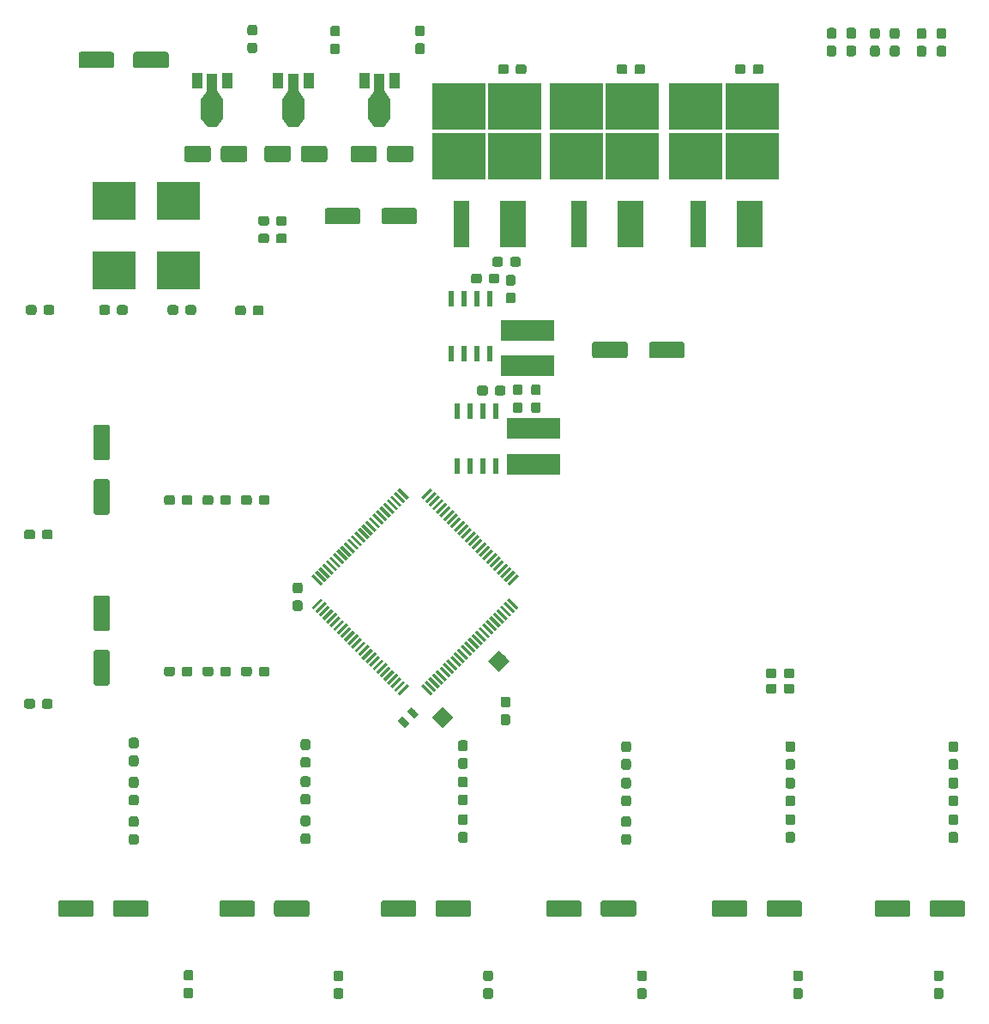
<source format=gbr>
G04 #@! TF.GenerationSoftware,KiCad,Pcbnew,5.1.2-f72e74a~84~ubuntu18.04.1*
G04 #@! TF.CreationDate,2019-05-06T18:08:37+08:00*
G04 #@! TF.ProjectId,printer-board,7072696e-7465-4722-9d62-6f6172642e6b,rev?*
G04 #@! TF.SameCoordinates,Original*
G04 #@! TF.FileFunction,Paste,Top*
G04 #@! TF.FilePolarity,Positive*
%FSLAX46Y46*%
G04 Gerber Fmt 4.6, Leading zero omitted, Abs format (unit mm)*
G04 Created by KiCad (PCBNEW 5.1.2-f72e74a~84~ubuntu18.04.1) date 2019-05-06 18:08:37*
%MOMM*%
%LPD*%
G04 APERTURE LIST*
%ADD10C,1.000000*%
%ADD11C,0.150000*%
%ADD12R,2.200000X1.840000*%
%ADD13R,1.000000X1.500000*%
%ADD14R,1.000000X1.800000*%
%ADD15C,0.850000*%
%ADD16R,0.600000X1.550000*%
%ADD17R,5.250000X4.550000*%
%ADD18R,2.500000X4.600000*%
%ADD19R,1.500000X4.600000*%
%ADD20C,0.950000*%
%ADD21C,1.600000*%
%ADD22R,5.295900X1.998980*%
%ADD23C,0.300000*%
%ADD24C,0.635000*%
%ADD25C,1.500000*%
%ADD26R,4.239260X3.810000*%
G04 APERTURE END LIST*
D10*
X20150000Y-9823800D03*
D11*
G36*
X19050000Y-10323800D02*
G01*
X19750000Y-9323800D01*
X20550000Y-9323800D01*
X21250000Y-10323800D01*
X19050000Y-10323800D01*
X19050000Y-10323800D01*
G37*
D12*
X20150000Y-11233500D03*
D13*
X18650000Y-8420000D03*
D14*
X20150000Y-8566500D03*
D13*
X21650000Y-8420000D03*
D15*
X20150000Y-12567000D03*
D11*
G36*
X21250000Y-12142000D02*
G01*
X20650000Y-12992000D01*
X19650000Y-12992000D01*
X19050000Y-12142000D01*
X21250000Y-12142000D01*
X21250000Y-12142000D01*
G37*
D10*
X28150000Y-9823800D03*
D11*
G36*
X27050000Y-10323800D02*
G01*
X27750000Y-9323800D01*
X28550000Y-9323800D01*
X29250000Y-10323800D01*
X27050000Y-10323800D01*
X27050000Y-10323800D01*
G37*
D12*
X28150000Y-11233500D03*
D13*
X26650000Y-8420000D03*
D14*
X28150000Y-8566500D03*
D13*
X29650000Y-8420000D03*
D15*
X28150000Y-12567000D03*
D11*
G36*
X29250000Y-12142000D02*
G01*
X28650000Y-12992000D01*
X27650000Y-12992000D01*
X27050000Y-12142000D01*
X29250000Y-12142000D01*
X29250000Y-12142000D01*
G37*
D10*
X36650000Y-9823800D03*
D11*
G36*
X35550000Y-10323800D02*
G01*
X36250000Y-9323800D01*
X37050000Y-9323800D01*
X37750000Y-10323800D01*
X35550000Y-10323800D01*
X35550000Y-10323800D01*
G37*
D12*
X36650000Y-11233500D03*
D13*
X35150000Y-8420000D03*
D14*
X36650000Y-8566500D03*
D13*
X38150000Y-8420000D03*
D15*
X36650000Y-12567000D03*
D11*
G36*
X37750000Y-12142000D02*
G01*
X37150000Y-12992000D01*
X36150000Y-12992000D01*
X35550000Y-12142000D01*
X37750000Y-12142000D01*
X37750000Y-12142000D01*
G37*
D16*
X44315000Y-46419999D03*
X45585000Y-46419999D03*
X46855000Y-46419999D03*
X48125000Y-46419999D03*
X48125000Y-41019999D03*
X46855000Y-41019999D03*
X45585000Y-41019999D03*
X44315000Y-41019999D03*
X43715000Y-35320000D03*
X44985000Y-35320000D03*
X46255000Y-35320000D03*
X47525000Y-35320000D03*
X47525000Y-29920000D03*
X46255000Y-29920000D03*
X44985000Y-29920000D03*
X43715000Y-29920000D03*
D17*
X73425000Y-15850000D03*
X67875000Y-11000000D03*
X67875000Y-15850000D03*
X73425000Y-11000000D03*
D18*
X73190000Y-22575000D03*
D19*
X68110000Y-22575000D03*
D17*
X61625000Y-15850000D03*
X56075000Y-11000000D03*
X56075000Y-15850000D03*
X61625000Y-11000000D03*
D18*
X61390000Y-22575000D03*
D19*
X56310000Y-22575000D03*
X44710000Y-22575000D03*
D18*
X49790000Y-22575000D03*
D17*
X50025000Y-11000000D03*
X44475000Y-15850000D03*
X44475000Y-11000000D03*
X50025000Y-15850000D03*
D11*
G36*
X27285779Y-23526144D02*
G01*
X27308834Y-23529563D01*
X27331443Y-23535227D01*
X27353387Y-23543079D01*
X27374457Y-23553044D01*
X27394448Y-23565026D01*
X27413168Y-23578910D01*
X27430438Y-23594562D01*
X27446090Y-23611832D01*
X27459974Y-23630552D01*
X27471956Y-23650543D01*
X27481921Y-23671613D01*
X27489773Y-23693557D01*
X27495437Y-23716166D01*
X27498856Y-23739221D01*
X27500000Y-23762500D01*
X27500000Y-24237500D01*
X27498856Y-24260779D01*
X27495437Y-24283834D01*
X27489773Y-24306443D01*
X27481921Y-24328387D01*
X27471956Y-24349457D01*
X27459974Y-24369448D01*
X27446090Y-24388168D01*
X27430438Y-24405438D01*
X27413168Y-24421090D01*
X27394448Y-24434974D01*
X27374457Y-24446956D01*
X27353387Y-24456921D01*
X27331443Y-24464773D01*
X27308834Y-24470437D01*
X27285779Y-24473856D01*
X27262500Y-24475000D01*
X26687500Y-24475000D01*
X26664221Y-24473856D01*
X26641166Y-24470437D01*
X26618557Y-24464773D01*
X26596613Y-24456921D01*
X26575543Y-24446956D01*
X26555552Y-24434974D01*
X26536832Y-24421090D01*
X26519562Y-24405438D01*
X26503910Y-24388168D01*
X26490026Y-24369448D01*
X26478044Y-24349457D01*
X26468079Y-24328387D01*
X26460227Y-24306443D01*
X26454563Y-24283834D01*
X26451144Y-24260779D01*
X26450000Y-24237500D01*
X26450000Y-23762500D01*
X26451144Y-23739221D01*
X26454563Y-23716166D01*
X26460227Y-23693557D01*
X26468079Y-23671613D01*
X26478044Y-23650543D01*
X26490026Y-23630552D01*
X26503910Y-23611832D01*
X26519562Y-23594562D01*
X26536832Y-23578910D01*
X26555552Y-23565026D01*
X26575543Y-23553044D01*
X26596613Y-23543079D01*
X26618557Y-23535227D01*
X26641166Y-23529563D01*
X26664221Y-23526144D01*
X26687500Y-23525000D01*
X27262500Y-23525000D01*
X27285779Y-23526144D01*
X27285779Y-23526144D01*
G37*
D20*
X26975000Y-24000000D03*
D11*
G36*
X25535779Y-23526144D02*
G01*
X25558834Y-23529563D01*
X25581443Y-23535227D01*
X25603387Y-23543079D01*
X25624457Y-23553044D01*
X25644448Y-23565026D01*
X25663168Y-23578910D01*
X25680438Y-23594562D01*
X25696090Y-23611832D01*
X25709974Y-23630552D01*
X25721956Y-23650543D01*
X25731921Y-23671613D01*
X25739773Y-23693557D01*
X25745437Y-23716166D01*
X25748856Y-23739221D01*
X25750000Y-23762500D01*
X25750000Y-24237500D01*
X25748856Y-24260779D01*
X25745437Y-24283834D01*
X25739773Y-24306443D01*
X25731921Y-24328387D01*
X25721956Y-24349457D01*
X25709974Y-24369448D01*
X25696090Y-24388168D01*
X25680438Y-24405438D01*
X25663168Y-24421090D01*
X25644448Y-24434974D01*
X25624457Y-24446956D01*
X25603387Y-24456921D01*
X25581443Y-24464773D01*
X25558834Y-24470437D01*
X25535779Y-24473856D01*
X25512500Y-24475000D01*
X24937500Y-24475000D01*
X24914221Y-24473856D01*
X24891166Y-24470437D01*
X24868557Y-24464773D01*
X24846613Y-24456921D01*
X24825543Y-24446956D01*
X24805552Y-24434974D01*
X24786832Y-24421090D01*
X24769562Y-24405438D01*
X24753910Y-24388168D01*
X24740026Y-24369448D01*
X24728044Y-24349457D01*
X24718079Y-24328387D01*
X24710227Y-24306443D01*
X24704563Y-24283834D01*
X24701144Y-24260779D01*
X24700000Y-24237500D01*
X24700000Y-23762500D01*
X24701144Y-23739221D01*
X24704563Y-23716166D01*
X24710227Y-23693557D01*
X24718079Y-23671613D01*
X24728044Y-23650543D01*
X24740026Y-23630552D01*
X24753910Y-23611832D01*
X24769562Y-23594562D01*
X24786832Y-23578910D01*
X24805552Y-23565026D01*
X24825543Y-23553044D01*
X24846613Y-23543079D01*
X24868557Y-23535227D01*
X24891166Y-23529563D01*
X24914221Y-23526144D01*
X24937500Y-23525000D01*
X25512500Y-23525000D01*
X25535779Y-23526144D01*
X25535779Y-23526144D01*
G37*
D20*
X25225000Y-24000000D03*
D11*
G36*
X27285779Y-21776144D02*
G01*
X27308834Y-21779563D01*
X27331443Y-21785227D01*
X27353387Y-21793079D01*
X27374457Y-21803044D01*
X27394448Y-21815026D01*
X27413168Y-21828910D01*
X27430438Y-21844562D01*
X27446090Y-21861832D01*
X27459974Y-21880552D01*
X27471956Y-21900543D01*
X27481921Y-21921613D01*
X27489773Y-21943557D01*
X27495437Y-21966166D01*
X27498856Y-21989221D01*
X27500000Y-22012500D01*
X27500000Y-22487500D01*
X27498856Y-22510779D01*
X27495437Y-22533834D01*
X27489773Y-22556443D01*
X27481921Y-22578387D01*
X27471956Y-22599457D01*
X27459974Y-22619448D01*
X27446090Y-22638168D01*
X27430438Y-22655438D01*
X27413168Y-22671090D01*
X27394448Y-22684974D01*
X27374457Y-22696956D01*
X27353387Y-22706921D01*
X27331443Y-22714773D01*
X27308834Y-22720437D01*
X27285779Y-22723856D01*
X27262500Y-22725000D01*
X26687500Y-22725000D01*
X26664221Y-22723856D01*
X26641166Y-22720437D01*
X26618557Y-22714773D01*
X26596613Y-22706921D01*
X26575543Y-22696956D01*
X26555552Y-22684974D01*
X26536832Y-22671090D01*
X26519562Y-22655438D01*
X26503910Y-22638168D01*
X26490026Y-22619448D01*
X26478044Y-22599457D01*
X26468079Y-22578387D01*
X26460227Y-22556443D01*
X26454563Y-22533834D01*
X26451144Y-22510779D01*
X26450000Y-22487500D01*
X26450000Y-22012500D01*
X26451144Y-21989221D01*
X26454563Y-21966166D01*
X26460227Y-21943557D01*
X26468079Y-21921613D01*
X26478044Y-21900543D01*
X26490026Y-21880552D01*
X26503910Y-21861832D01*
X26519562Y-21844562D01*
X26536832Y-21828910D01*
X26555552Y-21815026D01*
X26575543Y-21803044D01*
X26596613Y-21793079D01*
X26618557Y-21785227D01*
X26641166Y-21779563D01*
X26664221Y-21776144D01*
X26687500Y-21775000D01*
X27262500Y-21775000D01*
X27285779Y-21776144D01*
X27285779Y-21776144D01*
G37*
D20*
X26975000Y-22250000D03*
D11*
G36*
X25535779Y-21776144D02*
G01*
X25558834Y-21779563D01*
X25581443Y-21785227D01*
X25603387Y-21793079D01*
X25624457Y-21803044D01*
X25644448Y-21815026D01*
X25663168Y-21828910D01*
X25680438Y-21844562D01*
X25696090Y-21861832D01*
X25709974Y-21880552D01*
X25721956Y-21900543D01*
X25731921Y-21921613D01*
X25739773Y-21943557D01*
X25745437Y-21966166D01*
X25748856Y-21989221D01*
X25750000Y-22012500D01*
X25750000Y-22487500D01*
X25748856Y-22510779D01*
X25745437Y-22533834D01*
X25739773Y-22556443D01*
X25731921Y-22578387D01*
X25721956Y-22599457D01*
X25709974Y-22619448D01*
X25696090Y-22638168D01*
X25680438Y-22655438D01*
X25663168Y-22671090D01*
X25644448Y-22684974D01*
X25624457Y-22696956D01*
X25603387Y-22706921D01*
X25581443Y-22714773D01*
X25558834Y-22720437D01*
X25535779Y-22723856D01*
X25512500Y-22725000D01*
X24937500Y-22725000D01*
X24914221Y-22723856D01*
X24891166Y-22720437D01*
X24868557Y-22714773D01*
X24846613Y-22706921D01*
X24825543Y-22696956D01*
X24805552Y-22684974D01*
X24786832Y-22671090D01*
X24769562Y-22655438D01*
X24753910Y-22638168D01*
X24740026Y-22619448D01*
X24728044Y-22599457D01*
X24718079Y-22578387D01*
X24710227Y-22556443D01*
X24704563Y-22533834D01*
X24701144Y-22510779D01*
X24700000Y-22487500D01*
X24700000Y-22012500D01*
X24701144Y-21989221D01*
X24704563Y-21966166D01*
X24710227Y-21943557D01*
X24718079Y-21921613D01*
X24728044Y-21900543D01*
X24740026Y-21880552D01*
X24753910Y-21861832D01*
X24769562Y-21844562D01*
X24786832Y-21828910D01*
X24805552Y-21815026D01*
X24825543Y-21803044D01*
X24846613Y-21793079D01*
X24868557Y-21785227D01*
X24891166Y-21779563D01*
X24914221Y-21776144D01*
X24937500Y-21775000D01*
X25512500Y-21775000D01*
X25535779Y-21776144D01*
X25535779Y-21776144D01*
G37*
D20*
X25225000Y-22250000D03*
D11*
G36*
X66524504Y-34201204D02*
G01*
X66548773Y-34204804D01*
X66572571Y-34210765D01*
X66595671Y-34219030D01*
X66617849Y-34229520D01*
X66638893Y-34242133D01*
X66658598Y-34256747D01*
X66676777Y-34273223D01*
X66693253Y-34291402D01*
X66707867Y-34311107D01*
X66720480Y-34332151D01*
X66730970Y-34354329D01*
X66739235Y-34377429D01*
X66745196Y-34401227D01*
X66748796Y-34425496D01*
X66750000Y-34450000D01*
X66750000Y-35550000D01*
X66748796Y-35574504D01*
X66745196Y-35598773D01*
X66739235Y-35622571D01*
X66730970Y-35645671D01*
X66720480Y-35667849D01*
X66707867Y-35688893D01*
X66693253Y-35708598D01*
X66676777Y-35726777D01*
X66658598Y-35743253D01*
X66638893Y-35757867D01*
X66617849Y-35770480D01*
X66595671Y-35780970D01*
X66572571Y-35789235D01*
X66548773Y-35795196D01*
X66524504Y-35798796D01*
X66500000Y-35800000D01*
X63500000Y-35800000D01*
X63475496Y-35798796D01*
X63451227Y-35795196D01*
X63427429Y-35789235D01*
X63404329Y-35780970D01*
X63382151Y-35770480D01*
X63361107Y-35757867D01*
X63341402Y-35743253D01*
X63323223Y-35726777D01*
X63306747Y-35708598D01*
X63292133Y-35688893D01*
X63279520Y-35667849D01*
X63269030Y-35645671D01*
X63260765Y-35622571D01*
X63254804Y-35598773D01*
X63251204Y-35574504D01*
X63250000Y-35550000D01*
X63250000Y-34450000D01*
X63251204Y-34425496D01*
X63254804Y-34401227D01*
X63260765Y-34377429D01*
X63269030Y-34354329D01*
X63279520Y-34332151D01*
X63292133Y-34311107D01*
X63306747Y-34291402D01*
X63323223Y-34273223D01*
X63341402Y-34256747D01*
X63361107Y-34242133D01*
X63382151Y-34229520D01*
X63404329Y-34219030D01*
X63427429Y-34210765D01*
X63451227Y-34204804D01*
X63475496Y-34201204D01*
X63500000Y-34200000D01*
X66500000Y-34200000D01*
X66524504Y-34201204D01*
X66524504Y-34201204D01*
G37*
D21*
X65000000Y-35000000D03*
D11*
G36*
X60924504Y-34201204D02*
G01*
X60948773Y-34204804D01*
X60972571Y-34210765D01*
X60995671Y-34219030D01*
X61017849Y-34229520D01*
X61038893Y-34242133D01*
X61058598Y-34256747D01*
X61076777Y-34273223D01*
X61093253Y-34291402D01*
X61107867Y-34311107D01*
X61120480Y-34332151D01*
X61130970Y-34354329D01*
X61139235Y-34377429D01*
X61145196Y-34401227D01*
X61148796Y-34425496D01*
X61150000Y-34450000D01*
X61150000Y-35550000D01*
X61148796Y-35574504D01*
X61145196Y-35598773D01*
X61139235Y-35622571D01*
X61130970Y-35645671D01*
X61120480Y-35667849D01*
X61107867Y-35688893D01*
X61093253Y-35708598D01*
X61076777Y-35726777D01*
X61058598Y-35743253D01*
X61038893Y-35757867D01*
X61017849Y-35770480D01*
X60995671Y-35780970D01*
X60972571Y-35789235D01*
X60948773Y-35795196D01*
X60924504Y-35798796D01*
X60900000Y-35800000D01*
X57900000Y-35800000D01*
X57875496Y-35798796D01*
X57851227Y-35795196D01*
X57827429Y-35789235D01*
X57804329Y-35780970D01*
X57782151Y-35770480D01*
X57761107Y-35757867D01*
X57741402Y-35743253D01*
X57723223Y-35726777D01*
X57706747Y-35708598D01*
X57692133Y-35688893D01*
X57679520Y-35667849D01*
X57669030Y-35645671D01*
X57660765Y-35622571D01*
X57654804Y-35598773D01*
X57651204Y-35574504D01*
X57650000Y-35550000D01*
X57650000Y-34450000D01*
X57651204Y-34425496D01*
X57654804Y-34401227D01*
X57660765Y-34377429D01*
X57669030Y-34354329D01*
X57679520Y-34332151D01*
X57692133Y-34311107D01*
X57706747Y-34291402D01*
X57723223Y-34273223D01*
X57741402Y-34256747D01*
X57761107Y-34242133D01*
X57782151Y-34229520D01*
X57804329Y-34219030D01*
X57827429Y-34210765D01*
X57851227Y-34204804D01*
X57875496Y-34201204D01*
X57900000Y-34200000D01*
X60900000Y-34200000D01*
X60924504Y-34201204D01*
X60924504Y-34201204D01*
G37*
D21*
X59400000Y-35000000D03*
D11*
G36*
X52360779Y-38401144D02*
G01*
X52383834Y-38404563D01*
X52406443Y-38410227D01*
X52428387Y-38418079D01*
X52449457Y-38428044D01*
X52469448Y-38440026D01*
X52488168Y-38453910D01*
X52505438Y-38469562D01*
X52521090Y-38486832D01*
X52534974Y-38505552D01*
X52546956Y-38525543D01*
X52556921Y-38546613D01*
X52564773Y-38568557D01*
X52570437Y-38591166D01*
X52573856Y-38614221D01*
X52575000Y-38637500D01*
X52575000Y-39212500D01*
X52573856Y-39235779D01*
X52570437Y-39258834D01*
X52564773Y-39281443D01*
X52556921Y-39303387D01*
X52546956Y-39324457D01*
X52534974Y-39344448D01*
X52521090Y-39363168D01*
X52505438Y-39380438D01*
X52488168Y-39396090D01*
X52469448Y-39409974D01*
X52449457Y-39421956D01*
X52428387Y-39431921D01*
X52406443Y-39439773D01*
X52383834Y-39445437D01*
X52360779Y-39448856D01*
X52337500Y-39450000D01*
X51862500Y-39450000D01*
X51839221Y-39448856D01*
X51816166Y-39445437D01*
X51793557Y-39439773D01*
X51771613Y-39431921D01*
X51750543Y-39421956D01*
X51730552Y-39409974D01*
X51711832Y-39396090D01*
X51694562Y-39380438D01*
X51678910Y-39363168D01*
X51665026Y-39344448D01*
X51653044Y-39324457D01*
X51643079Y-39303387D01*
X51635227Y-39281443D01*
X51629563Y-39258834D01*
X51626144Y-39235779D01*
X51625000Y-39212500D01*
X51625000Y-38637500D01*
X51626144Y-38614221D01*
X51629563Y-38591166D01*
X51635227Y-38568557D01*
X51643079Y-38546613D01*
X51653044Y-38525543D01*
X51665026Y-38505552D01*
X51678910Y-38486832D01*
X51694562Y-38469562D01*
X51711832Y-38453910D01*
X51730552Y-38440026D01*
X51750543Y-38428044D01*
X51771613Y-38418079D01*
X51793557Y-38410227D01*
X51816166Y-38404563D01*
X51839221Y-38401144D01*
X51862500Y-38400000D01*
X52337500Y-38400000D01*
X52360779Y-38401144D01*
X52360779Y-38401144D01*
G37*
D20*
X52100000Y-38925000D03*
D11*
G36*
X52360779Y-40151144D02*
G01*
X52383834Y-40154563D01*
X52406443Y-40160227D01*
X52428387Y-40168079D01*
X52449457Y-40178044D01*
X52469448Y-40190026D01*
X52488168Y-40203910D01*
X52505438Y-40219562D01*
X52521090Y-40236832D01*
X52534974Y-40255552D01*
X52546956Y-40275543D01*
X52556921Y-40296613D01*
X52564773Y-40318557D01*
X52570437Y-40341166D01*
X52573856Y-40364221D01*
X52575000Y-40387500D01*
X52575000Y-40962500D01*
X52573856Y-40985779D01*
X52570437Y-41008834D01*
X52564773Y-41031443D01*
X52556921Y-41053387D01*
X52546956Y-41074457D01*
X52534974Y-41094448D01*
X52521090Y-41113168D01*
X52505438Y-41130438D01*
X52488168Y-41146090D01*
X52469448Y-41159974D01*
X52449457Y-41171956D01*
X52428387Y-41181921D01*
X52406443Y-41189773D01*
X52383834Y-41195437D01*
X52360779Y-41198856D01*
X52337500Y-41200000D01*
X51862500Y-41200000D01*
X51839221Y-41198856D01*
X51816166Y-41195437D01*
X51793557Y-41189773D01*
X51771613Y-41181921D01*
X51750543Y-41171956D01*
X51730552Y-41159974D01*
X51711832Y-41146090D01*
X51694562Y-41130438D01*
X51678910Y-41113168D01*
X51665026Y-41094448D01*
X51653044Y-41074457D01*
X51643079Y-41053387D01*
X51635227Y-41031443D01*
X51629563Y-41008834D01*
X51626144Y-40985779D01*
X51625000Y-40962500D01*
X51625000Y-40387500D01*
X51626144Y-40364221D01*
X51629563Y-40341166D01*
X51635227Y-40318557D01*
X51643079Y-40296613D01*
X51653044Y-40275543D01*
X51665026Y-40255552D01*
X51678910Y-40236832D01*
X51694562Y-40219562D01*
X51711832Y-40203910D01*
X51730552Y-40190026D01*
X51750543Y-40178044D01*
X51771613Y-40168079D01*
X51793557Y-40160227D01*
X51816166Y-40154563D01*
X51839221Y-40151144D01*
X51862500Y-40150000D01*
X52337500Y-40150000D01*
X52360779Y-40151144D01*
X52360779Y-40151144D01*
G37*
D20*
X52100000Y-40675000D03*
D11*
G36*
X50560779Y-40151144D02*
G01*
X50583834Y-40154563D01*
X50606443Y-40160227D01*
X50628387Y-40168079D01*
X50649457Y-40178044D01*
X50669448Y-40190026D01*
X50688168Y-40203910D01*
X50705438Y-40219562D01*
X50721090Y-40236832D01*
X50734974Y-40255552D01*
X50746956Y-40275543D01*
X50756921Y-40296613D01*
X50764773Y-40318557D01*
X50770437Y-40341166D01*
X50773856Y-40364221D01*
X50775000Y-40387500D01*
X50775000Y-40962500D01*
X50773856Y-40985779D01*
X50770437Y-41008834D01*
X50764773Y-41031443D01*
X50756921Y-41053387D01*
X50746956Y-41074457D01*
X50734974Y-41094448D01*
X50721090Y-41113168D01*
X50705438Y-41130438D01*
X50688168Y-41146090D01*
X50669448Y-41159974D01*
X50649457Y-41171956D01*
X50628387Y-41181921D01*
X50606443Y-41189773D01*
X50583834Y-41195437D01*
X50560779Y-41198856D01*
X50537500Y-41200000D01*
X50062500Y-41200000D01*
X50039221Y-41198856D01*
X50016166Y-41195437D01*
X49993557Y-41189773D01*
X49971613Y-41181921D01*
X49950543Y-41171956D01*
X49930552Y-41159974D01*
X49911832Y-41146090D01*
X49894562Y-41130438D01*
X49878910Y-41113168D01*
X49865026Y-41094448D01*
X49853044Y-41074457D01*
X49843079Y-41053387D01*
X49835227Y-41031443D01*
X49829563Y-41008834D01*
X49826144Y-40985779D01*
X49825000Y-40962500D01*
X49825000Y-40387500D01*
X49826144Y-40364221D01*
X49829563Y-40341166D01*
X49835227Y-40318557D01*
X49843079Y-40296613D01*
X49853044Y-40275543D01*
X49865026Y-40255552D01*
X49878910Y-40236832D01*
X49894562Y-40219562D01*
X49911832Y-40203910D01*
X49930552Y-40190026D01*
X49950543Y-40178044D01*
X49971613Y-40168079D01*
X49993557Y-40160227D01*
X50016166Y-40154563D01*
X50039221Y-40151144D01*
X50062500Y-40150000D01*
X50537500Y-40150000D01*
X50560779Y-40151144D01*
X50560779Y-40151144D01*
G37*
D20*
X50300000Y-40675000D03*
D11*
G36*
X50560779Y-38401144D02*
G01*
X50583834Y-38404563D01*
X50606443Y-38410227D01*
X50628387Y-38418079D01*
X50649457Y-38428044D01*
X50669448Y-38440026D01*
X50688168Y-38453910D01*
X50705438Y-38469562D01*
X50721090Y-38486832D01*
X50734974Y-38505552D01*
X50746956Y-38525543D01*
X50756921Y-38546613D01*
X50764773Y-38568557D01*
X50770437Y-38591166D01*
X50773856Y-38614221D01*
X50775000Y-38637500D01*
X50775000Y-39212500D01*
X50773856Y-39235779D01*
X50770437Y-39258834D01*
X50764773Y-39281443D01*
X50756921Y-39303387D01*
X50746956Y-39324457D01*
X50734974Y-39344448D01*
X50721090Y-39363168D01*
X50705438Y-39380438D01*
X50688168Y-39396090D01*
X50669448Y-39409974D01*
X50649457Y-39421956D01*
X50628387Y-39431921D01*
X50606443Y-39439773D01*
X50583834Y-39445437D01*
X50560779Y-39448856D01*
X50537500Y-39450000D01*
X50062500Y-39450000D01*
X50039221Y-39448856D01*
X50016166Y-39445437D01*
X49993557Y-39439773D01*
X49971613Y-39431921D01*
X49950543Y-39421956D01*
X49930552Y-39409974D01*
X49911832Y-39396090D01*
X49894562Y-39380438D01*
X49878910Y-39363168D01*
X49865026Y-39344448D01*
X49853044Y-39324457D01*
X49843079Y-39303387D01*
X49835227Y-39281443D01*
X49829563Y-39258834D01*
X49826144Y-39235779D01*
X49825000Y-39212500D01*
X49825000Y-38637500D01*
X49826144Y-38614221D01*
X49829563Y-38591166D01*
X49835227Y-38568557D01*
X49843079Y-38546613D01*
X49853044Y-38525543D01*
X49865026Y-38505552D01*
X49878910Y-38486832D01*
X49894562Y-38469562D01*
X49911832Y-38453910D01*
X49930552Y-38440026D01*
X49950543Y-38428044D01*
X49971613Y-38418079D01*
X49993557Y-38410227D01*
X50016166Y-38404563D01*
X50039221Y-38401144D01*
X50062500Y-38400000D01*
X50537500Y-38400000D01*
X50560779Y-38401144D01*
X50560779Y-38401144D01*
G37*
D20*
X50300000Y-38925000D03*
D22*
X51900000Y-46247520D03*
X51900000Y-42752480D03*
D11*
G36*
X48885779Y-38526143D02*
G01*
X48908834Y-38529562D01*
X48931443Y-38535226D01*
X48953387Y-38543078D01*
X48974457Y-38553043D01*
X48994448Y-38565025D01*
X49013168Y-38578909D01*
X49030438Y-38594561D01*
X49046090Y-38611831D01*
X49059974Y-38630551D01*
X49071956Y-38650542D01*
X49081921Y-38671612D01*
X49089773Y-38693556D01*
X49095437Y-38716165D01*
X49098856Y-38739220D01*
X49100000Y-38762499D01*
X49100000Y-39237499D01*
X49098856Y-39260778D01*
X49095437Y-39283833D01*
X49089773Y-39306442D01*
X49081921Y-39328386D01*
X49071956Y-39349456D01*
X49059974Y-39369447D01*
X49046090Y-39388167D01*
X49030438Y-39405437D01*
X49013168Y-39421089D01*
X48994448Y-39434973D01*
X48974457Y-39446955D01*
X48953387Y-39456920D01*
X48931443Y-39464772D01*
X48908834Y-39470436D01*
X48885779Y-39473855D01*
X48862500Y-39474999D01*
X48287500Y-39474999D01*
X48264221Y-39473855D01*
X48241166Y-39470436D01*
X48218557Y-39464772D01*
X48196613Y-39456920D01*
X48175543Y-39446955D01*
X48155552Y-39434973D01*
X48136832Y-39421089D01*
X48119562Y-39405437D01*
X48103910Y-39388167D01*
X48090026Y-39369447D01*
X48078044Y-39349456D01*
X48068079Y-39328386D01*
X48060227Y-39306442D01*
X48054563Y-39283833D01*
X48051144Y-39260778D01*
X48050000Y-39237499D01*
X48050000Y-38762499D01*
X48051144Y-38739220D01*
X48054563Y-38716165D01*
X48060227Y-38693556D01*
X48068079Y-38671612D01*
X48078044Y-38650542D01*
X48090026Y-38630551D01*
X48103910Y-38611831D01*
X48119562Y-38594561D01*
X48136832Y-38578909D01*
X48155552Y-38565025D01*
X48175543Y-38553043D01*
X48196613Y-38543078D01*
X48218557Y-38535226D01*
X48241166Y-38529562D01*
X48264221Y-38526143D01*
X48287500Y-38524999D01*
X48862500Y-38524999D01*
X48885779Y-38526143D01*
X48885779Y-38526143D01*
G37*
D20*
X48575000Y-38999999D03*
D11*
G36*
X47135779Y-38526143D02*
G01*
X47158834Y-38529562D01*
X47181443Y-38535226D01*
X47203387Y-38543078D01*
X47224457Y-38553043D01*
X47244448Y-38565025D01*
X47263168Y-38578909D01*
X47280438Y-38594561D01*
X47296090Y-38611831D01*
X47309974Y-38630551D01*
X47321956Y-38650542D01*
X47331921Y-38671612D01*
X47339773Y-38693556D01*
X47345437Y-38716165D01*
X47348856Y-38739220D01*
X47350000Y-38762499D01*
X47350000Y-39237499D01*
X47348856Y-39260778D01*
X47345437Y-39283833D01*
X47339773Y-39306442D01*
X47331921Y-39328386D01*
X47321956Y-39349456D01*
X47309974Y-39369447D01*
X47296090Y-39388167D01*
X47280438Y-39405437D01*
X47263168Y-39421089D01*
X47244448Y-39434973D01*
X47224457Y-39446955D01*
X47203387Y-39456920D01*
X47181443Y-39464772D01*
X47158834Y-39470436D01*
X47135779Y-39473855D01*
X47112500Y-39474999D01*
X46537500Y-39474999D01*
X46514221Y-39473855D01*
X46491166Y-39470436D01*
X46468557Y-39464772D01*
X46446613Y-39456920D01*
X46425543Y-39446955D01*
X46405552Y-39434973D01*
X46386832Y-39421089D01*
X46369562Y-39405437D01*
X46353910Y-39388167D01*
X46340026Y-39369447D01*
X46328044Y-39349456D01*
X46318079Y-39328386D01*
X46310227Y-39306442D01*
X46304563Y-39283833D01*
X46301144Y-39260778D01*
X46300000Y-39237499D01*
X46300000Y-38762499D01*
X46301144Y-38739220D01*
X46304563Y-38716165D01*
X46310227Y-38693556D01*
X46318079Y-38671612D01*
X46328044Y-38650542D01*
X46340026Y-38630551D01*
X46353910Y-38611831D01*
X46369562Y-38594561D01*
X46386832Y-38578909D01*
X46405552Y-38565025D01*
X46425543Y-38553043D01*
X46446613Y-38543078D01*
X46468557Y-38535226D01*
X46491166Y-38529562D01*
X46514221Y-38526143D01*
X46537500Y-38524999D01*
X47112500Y-38524999D01*
X47135779Y-38526143D01*
X47135779Y-38526143D01*
G37*
D20*
X46825000Y-38999999D03*
D11*
G36*
X48635779Y-25826144D02*
G01*
X48658834Y-25829563D01*
X48681443Y-25835227D01*
X48703387Y-25843079D01*
X48724457Y-25853044D01*
X48744448Y-25865026D01*
X48763168Y-25878910D01*
X48780438Y-25894562D01*
X48796090Y-25911832D01*
X48809974Y-25930552D01*
X48821956Y-25950543D01*
X48831921Y-25971613D01*
X48839773Y-25993557D01*
X48845437Y-26016166D01*
X48848856Y-26039221D01*
X48850000Y-26062500D01*
X48850000Y-26537500D01*
X48848856Y-26560779D01*
X48845437Y-26583834D01*
X48839773Y-26606443D01*
X48831921Y-26628387D01*
X48821956Y-26649457D01*
X48809974Y-26669448D01*
X48796090Y-26688168D01*
X48780438Y-26705438D01*
X48763168Y-26721090D01*
X48744448Y-26734974D01*
X48724457Y-26746956D01*
X48703387Y-26756921D01*
X48681443Y-26764773D01*
X48658834Y-26770437D01*
X48635779Y-26773856D01*
X48612500Y-26775000D01*
X48037500Y-26775000D01*
X48014221Y-26773856D01*
X47991166Y-26770437D01*
X47968557Y-26764773D01*
X47946613Y-26756921D01*
X47925543Y-26746956D01*
X47905552Y-26734974D01*
X47886832Y-26721090D01*
X47869562Y-26705438D01*
X47853910Y-26688168D01*
X47840026Y-26669448D01*
X47828044Y-26649457D01*
X47818079Y-26628387D01*
X47810227Y-26606443D01*
X47804563Y-26583834D01*
X47801144Y-26560779D01*
X47800000Y-26537500D01*
X47800000Y-26062500D01*
X47801144Y-26039221D01*
X47804563Y-26016166D01*
X47810227Y-25993557D01*
X47818079Y-25971613D01*
X47828044Y-25950543D01*
X47840026Y-25930552D01*
X47853910Y-25911832D01*
X47869562Y-25894562D01*
X47886832Y-25878910D01*
X47905552Y-25865026D01*
X47925543Y-25853044D01*
X47946613Y-25843079D01*
X47968557Y-25835227D01*
X47991166Y-25829563D01*
X48014221Y-25826144D01*
X48037500Y-25825000D01*
X48612500Y-25825000D01*
X48635779Y-25826144D01*
X48635779Y-25826144D01*
G37*
D20*
X48325000Y-26300000D03*
D11*
G36*
X50385779Y-25826144D02*
G01*
X50408834Y-25829563D01*
X50431443Y-25835227D01*
X50453387Y-25843079D01*
X50474457Y-25853044D01*
X50494448Y-25865026D01*
X50513168Y-25878910D01*
X50530438Y-25894562D01*
X50546090Y-25911832D01*
X50559974Y-25930552D01*
X50571956Y-25950543D01*
X50581921Y-25971613D01*
X50589773Y-25993557D01*
X50595437Y-26016166D01*
X50598856Y-26039221D01*
X50600000Y-26062500D01*
X50600000Y-26537500D01*
X50598856Y-26560779D01*
X50595437Y-26583834D01*
X50589773Y-26606443D01*
X50581921Y-26628387D01*
X50571956Y-26649457D01*
X50559974Y-26669448D01*
X50546090Y-26688168D01*
X50530438Y-26705438D01*
X50513168Y-26721090D01*
X50494448Y-26734974D01*
X50474457Y-26746956D01*
X50453387Y-26756921D01*
X50431443Y-26764773D01*
X50408834Y-26770437D01*
X50385779Y-26773856D01*
X50362500Y-26775000D01*
X49787500Y-26775000D01*
X49764221Y-26773856D01*
X49741166Y-26770437D01*
X49718557Y-26764773D01*
X49696613Y-26756921D01*
X49675543Y-26746956D01*
X49655552Y-26734974D01*
X49636832Y-26721090D01*
X49619562Y-26705438D01*
X49603910Y-26688168D01*
X49590026Y-26669448D01*
X49578044Y-26649457D01*
X49568079Y-26628387D01*
X49560227Y-26606443D01*
X49554563Y-26583834D01*
X49551144Y-26560779D01*
X49550000Y-26537500D01*
X49550000Y-26062500D01*
X49551144Y-26039221D01*
X49554563Y-26016166D01*
X49560227Y-25993557D01*
X49568079Y-25971613D01*
X49578044Y-25950543D01*
X49590026Y-25930552D01*
X49603910Y-25911832D01*
X49619562Y-25894562D01*
X49636832Y-25878910D01*
X49655552Y-25865026D01*
X49675543Y-25853044D01*
X49696613Y-25843079D01*
X49718557Y-25835227D01*
X49741166Y-25829563D01*
X49764221Y-25826144D01*
X49787500Y-25825000D01*
X50362500Y-25825000D01*
X50385779Y-25826144D01*
X50385779Y-25826144D01*
G37*
D20*
X50075000Y-26300000D03*
D11*
G36*
X49860779Y-29351144D02*
G01*
X49883834Y-29354563D01*
X49906443Y-29360227D01*
X49928387Y-29368079D01*
X49949457Y-29378044D01*
X49969448Y-29390026D01*
X49988168Y-29403910D01*
X50005438Y-29419562D01*
X50021090Y-29436832D01*
X50034974Y-29455552D01*
X50046956Y-29475543D01*
X50056921Y-29496613D01*
X50064773Y-29518557D01*
X50070437Y-29541166D01*
X50073856Y-29564221D01*
X50075000Y-29587500D01*
X50075000Y-30162500D01*
X50073856Y-30185779D01*
X50070437Y-30208834D01*
X50064773Y-30231443D01*
X50056921Y-30253387D01*
X50046956Y-30274457D01*
X50034974Y-30294448D01*
X50021090Y-30313168D01*
X50005438Y-30330438D01*
X49988168Y-30346090D01*
X49969448Y-30359974D01*
X49949457Y-30371956D01*
X49928387Y-30381921D01*
X49906443Y-30389773D01*
X49883834Y-30395437D01*
X49860779Y-30398856D01*
X49837500Y-30400000D01*
X49362500Y-30400000D01*
X49339221Y-30398856D01*
X49316166Y-30395437D01*
X49293557Y-30389773D01*
X49271613Y-30381921D01*
X49250543Y-30371956D01*
X49230552Y-30359974D01*
X49211832Y-30346090D01*
X49194562Y-30330438D01*
X49178910Y-30313168D01*
X49165026Y-30294448D01*
X49153044Y-30274457D01*
X49143079Y-30253387D01*
X49135227Y-30231443D01*
X49129563Y-30208834D01*
X49126144Y-30185779D01*
X49125000Y-30162500D01*
X49125000Y-29587500D01*
X49126144Y-29564221D01*
X49129563Y-29541166D01*
X49135227Y-29518557D01*
X49143079Y-29496613D01*
X49153044Y-29475543D01*
X49165026Y-29455552D01*
X49178910Y-29436832D01*
X49194562Y-29419562D01*
X49211832Y-29403910D01*
X49230552Y-29390026D01*
X49250543Y-29378044D01*
X49271613Y-29368079D01*
X49293557Y-29360227D01*
X49316166Y-29354563D01*
X49339221Y-29351144D01*
X49362500Y-29350000D01*
X49837500Y-29350000D01*
X49860779Y-29351144D01*
X49860779Y-29351144D01*
G37*
D20*
X49600000Y-29875000D03*
D11*
G36*
X49860779Y-27601144D02*
G01*
X49883834Y-27604563D01*
X49906443Y-27610227D01*
X49928387Y-27618079D01*
X49949457Y-27628044D01*
X49969448Y-27640026D01*
X49988168Y-27653910D01*
X50005438Y-27669562D01*
X50021090Y-27686832D01*
X50034974Y-27705552D01*
X50046956Y-27725543D01*
X50056921Y-27746613D01*
X50064773Y-27768557D01*
X50070437Y-27791166D01*
X50073856Y-27814221D01*
X50075000Y-27837500D01*
X50075000Y-28412500D01*
X50073856Y-28435779D01*
X50070437Y-28458834D01*
X50064773Y-28481443D01*
X50056921Y-28503387D01*
X50046956Y-28524457D01*
X50034974Y-28544448D01*
X50021090Y-28563168D01*
X50005438Y-28580438D01*
X49988168Y-28596090D01*
X49969448Y-28609974D01*
X49949457Y-28621956D01*
X49928387Y-28631921D01*
X49906443Y-28639773D01*
X49883834Y-28645437D01*
X49860779Y-28648856D01*
X49837500Y-28650000D01*
X49362500Y-28650000D01*
X49339221Y-28648856D01*
X49316166Y-28645437D01*
X49293557Y-28639773D01*
X49271613Y-28631921D01*
X49250543Y-28621956D01*
X49230552Y-28609974D01*
X49211832Y-28596090D01*
X49194562Y-28580438D01*
X49178910Y-28563168D01*
X49165026Y-28544448D01*
X49153044Y-28524457D01*
X49143079Y-28503387D01*
X49135227Y-28481443D01*
X49129563Y-28458834D01*
X49126144Y-28435779D01*
X49125000Y-28412500D01*
X49125000Y-27837500D01*
X49126144Y-27814221D01*
X49129563Y-27791166D01*
X49135227Y-27768557D01*
X49143079Y-27746613D01*
X49153044Y-27725543D01*
X49165026Y-27705552D01*
X49178910Y-27686832D01*
X49194562Y-27669562D01*
X49211832Y-27653910D01*
X49230552Y-27640026D01*
X49250543Y-27628044D01*
X49271613Y-27618079D01*
X49293557Y-27610227D01*
X49316166Y-27604563D01*
X49339221Y-27601144D01*
X49362500Y-27600000D01*
X49837500Y-27600000D01*
X49860779Y-27601144D01*
X49860779Y-27601144D01*
G37*
D20*
X49600000Y-28125000D03*
D22*
X51300000Y-36547520D03*
X51300000Y-33052480D03*
D11*
G36*
X48285779Y-27476144D02*
G01*
X48308834Y-27479563D01*
X48331443Y-27485227D01*
X48353387Y-27493079D01*
X48374457Y-27503044D01*
X48394448Y-27515026D01*
X48413168Y-27528910D01*
X48430438Y-27544562D01*
X48446090Y-27561832D01*
X48459974Y-27580552D01*
X48471956Y-27600543D01*
X48481921Y-27621613D01*
X48489773Y-27643557D01*
X48495437Y-27666166D01*
X48498856Y-27689221D01*
X48500000Y-27712500D01*
X48500000Y-28187500D01*
X48498856Y-28210779D01*
X48495437Y-28233834D01*
X48489773Y-28256443D01*
X48481921Y-28278387D01*
X48471956Y-28299457D01*
X48459974Y-28319448D01*
X48446090Y-28338168D01*
X48430438Y-28355438D01*
X48413168Y-28371090D01*
X48394448Y-28384974D01*
X48374457Y-28396956D01*
X48353387Y-28406921D01*
X48331443Y-28414773D01*
X48308834Y-28420437D01*
X48285779Y-28423856D01*
X48262500Y-28425000D01*
X47687500Y-28425000D01*
X47664221Y-28423856D01*
X47641166Y-28420437D01*
X47618557Y-28414773D01*
X47596613Y-28406921D01*
X47575543Y-28396956D01*
X47555552Y-28384974D01*
X47536832Y-28371090D01*
X47519562Y-28355438D01*
X47503910Y-28338168D01*
X47490026Y-28319448D01*
X47478044Y-28299457D01*
X47468079Y-28278387D01*
X47460227Y-28256443D01*
X47454563Y-28233834D01*
X47451144Y-28210779D01*
X47450000Y-28187500D01*
X47450000Y-27712500D01*
X47451144Y-27689221D01*
X47454563Y-27666166D01*
X47460227Y-27643557D01*
X47468079Y-27621613D01*
X47478044Y-27600543D01*
X47490026Y-27580552D01*
X47503910Y-27561832D01*
X47519562Y-27544562D01*
X47536832Y-27528910D01*
X47555552Y-27515026D01*
X47575543Y-27503044D01*
X47596613Y-27493079D01*
X47618557Y-27485227D01*
X47641166Y-27479563D01*
X47664221Y-27476144D01*
X47687500Y-27475000D01*
X48262500Y-27475000D01*
X48285779Y-27476144D01*
X48285779Y-27476144D01*
G37*
D20*
X47975000Y-27950000D03*
D11*
G36*
X46535779Y-27476144D02*
G01*
X46558834Y-27479563D01*
X46581443Y-27485227D01*
X46603387Y-27493079D01*
X46624457Y-27503044D01*
X46644448Y-27515026D01*
X46663168Y-27528910D01*
X46680438Y-27544562D01*
X46696090Y-27561832D01*
X46709974Y-27580552D01*
X46721956Y-27600543D01*
X46731921Y-27621613D01*
X46739773Y-27643557D01*
X46745437Y-27666166D01*
X46748856Y-27689221D01*
X46750000Y-27712500D01*
X46750000Y-28187500D01*
X46748856Y-28210779D01*
X46745437Y-28233834D01*
X46739773Y-28256443D01*
X46731921Y-28278387D01*
X46721956Y-28299457D01*
X46709974Y-28319448D01*
X46696090Y-28338168D01*
X46680438Y-28355438D01*
X46663168Y-28371090D01*
X46644448Y-28384974D01*
X46624457Y-28396956D01*
X46603387Y-28406921D01*
X46581443Y-28414773D01*
X46558834Y-28420437D01*
X46535779Y-28423856D01*
X46512500Y-28425000D01*
X45937500Y-28425000D01*
X45914221Y-28423856D01*
X45891166Y-28420437D01*
X45868557Y-28414773D01*
X45846613Y-28406921D01*
X45825543Y-28396956D01*
X45805552Y-28384974D01*
X45786832Y-28371090D01*
X45769562Y-28355438D01*
X45753910Y-28338168D01*
X45740026Y-28319448D01*
X45728044Y-28299457D01*
X45718079Y-28278387D01*
X45710227Y-28256443D01*
X45704563Y-28233834D01*
X45701144Y-28210779D01*
X45700000Y-28187500D01*
X45700000Y-27712500D01*
X45701144Y-27689221D01*
X45704563Y-27666166D01*
X45710227Y-27643557D01*
X45718079Y-27621613D01*
X45728044Y-27600543D01*
X45740026Y-27580552D01*
X45753910Y-27561832D01*
X45769562Y-27544562D01*
X45786832Y-27528910D01*
X45805552Y-27515026D01*
X45825543Y-27503044D01*
X45846613Y-27493079D01*
X45868557Y-27485227D01*
X45891166Y-27479563D01*
X45914221Y-27476144D01*
X45937500Y-27475000D01*
X46512500Y-27475000D01*
X46535779Y-27476144D01*
X46535779Y-27476144D01*
G37*
D20*
X46225000Y-27950000D03*
D11*
G36*
X93560779Y-77201144D02*
G01*
X93583834Y-77204563D01*
X93606443Y-77210227D01*
X93628387Y-77218079D01*
X93649457Y-77228044D01*
X93669448Y-77240026D01*
X93688168Y-77253910D01*
X93705438Y-77269562D01*
X93721090Y-77286832D01*
X93734974Y-77305552D01*
X93746956Y-77325543D01*
X93756921Y-77346613D01*
X93764773Y-77368557D01*
X93770437Y-77391166D01*
X93773856Y-77414221D01*
X93775000Y-77437500D01*
X93775000Y-78012500D01*
X93773856Y-78035779D01*
X93770437Y-78058834D01*
X93764773Y-78081443D01*
X93756921Y-78103387D01*
X93746956Y-78124457D01*
X93734974Y-78144448D01*
X93721090Y-78163168D01*
X93705438Y-78180438D01*
X93688168Y-78196090D01*
X93669448Y-78209974D01*
X93649457Y-78221956D01*
X93628387Y-78231921D01*
X93606443Y-78239773D01*
X93583834Y-78245437D01*
X93560779Y-78248856D01*
X93537500Y-78250000D01*
X93062500Y-78250000D01*
X93039221Y-78248856D01*
X93016166Y-78245437D01*
X92993557Y-78239773D01*
X92971613Y-78231921D01*
X92950543Y-78221956D01*
X92930552Y-78209974D01*
X92911832Y-78196090D01*
X92894562Y-78180438D01*
X92878910Y-78163168D01*
X92865026Y-78144448D01*
X92853044Y-78124457D01*
X92843079Y-78103387D01*
X92835227Y-78081443D01*
X92829563Y-78058834D01*
X92826144Y-78035779D01*
X92825000Y-78012500D01*
X92825000Y-77437500D01*
X92826144Y-77414221D01*
X92829563Y-77391166D01*
X92835227Y-77368557D01*
X92843079Y-77346613D01*
X92853044Y-77325543D01*
X92865026Y-77305552D01*
X92878910Y-77286832D01*
X92894562Y-77269562D01*
X92911832Y-77253910D01*
X92930552Y-77240026D01*
X92950543Y-77228044D01*
X92971613Y-77218079D01*
X92993557Y-77210227D01*
X93016166Y-77204563D01*
X93039221Y-77201144D01*
X93062500Y-77200000D01*
X93537500Y-77200000D01*
X93560779Y-77201144D01*
X93560779Y-77201144D01*
G37*
D20*
X93300000Y-77725000D03*
D11*
G36*
X93560779Y-78951144D02*
G01*
X93583834Y-78954563D01*
X93606443Y-78960227D01*
X93628387Y-78968079D01*
X93649457Y-78978044D01*
X93669448Y-78990026D01*
X93688168Y-79003910D01*
X93705438Y-79019562D01*
X93721090Y-79036832D01*
X93734974Y-79055552D01*
X93746956Y-79075543D01*
X93756921Y-79096613D01*
X93764773Y-79118557D01*
X93770437Y-79141166D01*
X93773856Y-79164221D01*
X93775000Y-79187500D01*
X93775000Y-79762500D01*
X93773856Y-79785779D01*
X93770437Y-79808834D01*
X93764773Y-79831443D01*
X93756921Y-79853387D01*
X93746956Y-79874457D01*
X93734974Y-79894448D01*
X93721090Y-79913168D01*
X93705438Y-79930438D01*
X93688168Y-79946090D01*
X93669448Y-79959974D01*
X93649457Y-79971956D01*
X93628387Y-79981921D01*
X93606443Y-79989773D01*
X93583834Y-79995437D01*
X93560779Y-79998856D01*
X93537500Y-80000000D01*
X93062500Y-80000000D01*
X93039221Y-79998856D01*
X93016166Y-79995437D01*
X92993557Y-79989773D01*
X92971613Y-79981921D01*
X92950543Y-79971956D01*
X92930552Y-79959974D01*
X92911832Y-79946090D01*
X92894562Y-79930438D01*
X92878910Y-79913168D01*
X92865026Y-79894448D01*
X92853044Y-79874457D01*
X92843079Y-79853387D01*
X92835227Y-79831443D01*
X92829563Y-79808834D01*
X92826144Y-79785779D01*
X92825000Y-79762500D01*
X92825000Y-79187500D01*
X92826144Y-79164221D01*
X92829563Y-79141166D01*
X92835227Y-79118557D01*
X92843079Y-79096613D01*
X92853044Y-79075543D01*
X92865026Y-79055552D01*
X92878910Y-79036832D01*
X92894562Y-79019562D01*
X92911832Y-79003910D01*
X92930552Y-78990026D01*
X92950543Y-78978044D01*
X92971613Y-78968079D01*
X92993557Y-78960227D01*
X93016166Y-78954563D01*
X93039221Y-78951144D01*
X93062500Y-78950000D01*
X93537500Y-78950000D01*
X93560779Y-78951144D01*
X93560779Y-78951144D01*
G37*
D20*
X93300000Y-79475000D03*
D11*
G36*
X36174504Y-14851204D02*
G01*
X36198773Y-14854804D01*
X36222571Y-14860765D01*
X36245671Y-14869030D01*
X36267849Y-14879520D01*
X36288893Y-14892133D01*
X36308598Y-14906747D01*
X36326777Y-14923223D01*
X36343253Y-14941402D01*
X36357867Y-14961107D01*
X36370480Y-14982151D01*
X36380970Y-15004329D01*
X36389235Y-15027429D01*
X36395196Y-15051227D01*
X36398796Y-15075496D01*
X36400000Y-15100000D01*
X36400000Y-16200000D01*
X36398796Y-16224504D01*
X36395196Y-16248773D01*
X36389235Y-16272571D01*
X36380970Y-16295671D01*
X36370480Y-16317849D01*
X36357867Y-16338893D01*
X36343253Y-16358598D01*
X36326777Y-16376777D01*
X36308598Y-16393253D01*
X36288893Y-16407867D01*
X36267849Y-16420480D01*
X36245671Y-16430970D01*
X36222571Y-16439235D01*
X36198773Y-16445196D01*
X36174504Y-16448796D01*
X36150000Y-16450000D01*
X34050000Y-16450000D01*
X34025496Y-16448796D01*
X34001227Y-16445196D01*
X33977429Y-16439235D01*
X33954329Y-16430970D01*
X33932151Y-16420480D01*
X33911107Y-16407867D01*
X33891402Y-16393253D01*
X33873223Y-16376777D01*
X33856747Y-16358598D01*
X33842133Y-16338893D01*
X33829520Y-16317849D01*
X33819030Y-16295671D01*
X33810765Y-16272571D01*
X33804804Y-16248773D01*
X33801204Y-16224504D01*
X33800000Y-16200000D01*
X33800000Y-15100000D01*
X33801204Y-15075496D01*
X33804804Y-15051227D01*
X33810765Y-15027429D01*
X33819030Y-15004329D01*
X33829520Y-14982151D01*
X33842133Y-14961107D01*
X33856747Y-14941402D01*
X33873223Y-14923223D01*
X33891402Y-14906747D01*
X33911107Y-14892133D01*
X33932151Y-14879520D01*
X33954329Y-14869030D01*
X33977429Y-14860765D01*
X34001227Y-14854804D01*
X34025496Y-14851204D01*
X34050000Y-14850000D01*
X36150000Y-14850000D01*
X36174504Y-14851204D01*
X36174504Y-14851204D01*
G37*
D21*
X35100000Y-15650000D03*
D11*
G36*
X39774504Y-14851204D02*
G01*
X39798773Y-14854804D01*
X39822571Y-14860765D01*
X39845671Y-14869030D01*
X39867849Y-14879520D01*
X39888893Y-14892133D01*
X39908598Y-14906747D01*
X39926777Y-14923223D01*
X39943253Y-14941402D01*
X39957867Y-14961107D01*
X39970480Y-14982151D01*
X39980970Y-15004329D01*
X39989235Y-15027429D01*
X39995196Y-15051227D01*
X39998796Y-15075496D01*
X40000000Y-15100000D01*
X40000000Y-16200000D01*
X39998796Y-16224504D01*
X39995196Y-16248773D01*
X39989235Y-16272571D01*
X39980970Y-16295671D01*
X39970480Y-16317849D01*
X39957867Y-16338893D01*
X39943253Y-16358598D01*
X39926777Y-16376777D01*
X39908598Y-16393253D01*
X39888893Y-16407867D01*
X39867849Y-16420480D01*
X39845671Y-16430970D01*
X39822571Y-16439235D01*
X39798773Y-16445196D01*
X39774504Y-16448796D01*
X39750000Y-16450000D01*
X37650000Y-16450000D01*
X37625496Y-16448796D01*
X37601227Y-16445196D01*
X37577429Y-16439235D01*
X37554329Y-16430970D01*
X37532151Y-16420480D01*
X37511107Y-16407867D01*
X37491402Y-16393253D01*
X37473223Y-16376777D01*
X37456747Y-16358598D01*
X37442133Y-16338893D01*
X37429520Y-16317849D01*
X37419030Y-16295671D01*
X37410765Y-16272571D01*
X37404804Y-16248773D01*
X37401204Y-16224504D01*
X37400000Y-16200000D01*
X37400000Y-15100000D01*
X37401204Y-15075496D01*
X37404804Y-15051227D01*
X37410765Y-15027429D01*
X37419030Y-15004329D01*
X37429520Y-14982151D01*
X37442133Y-14961107D01*
X37456747Y-14941402D01*
X37473223Y-14923223D01*
X37491402Y-14906747D01*
X37511107Y-14892133D01*
X37532151Y-14879520D01*
X37554329Y-14869030D01*
X37577429Y-14860765D01*
X37601227Y-14854804D01*
X37625496Y-14851204D01*
X37650000Y-14850000D01*
X39750000Y-14850000D01*
X39774504Y-14851204D01*
X39774504Y-14851204D01*
G37*
D21*
X38700000Y-15650000D03*
D11*
G36*
X23374504Y-14851204D02*
G01*
X23398773Y-14854804D01*
X23422571Y-14860765D01*
X23445671Y-14869030D01*
X23467849Y-14879520D01*
X23488893Y-14892133D01*
X23508598Y-14906747D01*
X23526777Y-14923223D01*
X23543253Y-14941402D01*
X23557867Y-14961107D01*
X23570480Y-14982151D01*
X23580970Y-15004329D01*
X23589235Y-15027429D01*
X23595196Y-15051227D01*
X23598796Y-15075496D01*
X23600000Y-15100000D01*
X23600000Y-16200000D01*
X23598796Y-16224504D01*
X23595196Y-16248773D01*
X23589235Y-16272571D01*
X23580970Y-16295671D01*
X23570480Y-16317849D01*
X23557867Y-16338893D01*
X23543253Y-16358598D01*
X23526777Y-16376777D01*
X23508598Y-16393253D01*
X23488893Y-16407867D01*
X23467849Y-16420480D01*
X23445671Y-16430970D01*
X23422571Y-16439235D01*
X23398773Y-16445196D01*
X23374504Y-16448796D01*
X23350000Y-16450000D01*
X21250000Y-16450000D01*
X21225496Y-16448796D01*
X21201227Y-16445196D01*
X21177429Y-16439235D01*
X21154329Y-16430970D01*
X21132151Y-16420480D01*
X21111107Y-16407867D01*
X21091402Y-16393253D01*
X21073223Y-16376777D01*
X21056747Y-16358598D01*
X21042133Y-16338893D01*
X21029520Y-16317849D01*
X21019030Y-16295671D01*
X21010765Y-16272571D01*
X21004804Y-16248773D01*
X21001204Y-16224504D01*
X21000000Y-16200000D01*
X21000000Y-15100000D01*
X21001204Y-15075496D01*
X21004804Y-15051227D01*
X21010765Y-15027429D01*
X21019030Y-15004329D01*
X21029520Y-14982151D01*
X21042133Y-14961107D01*
X21056747Y-14941402D01*
X21073223Y-14923223D01*
X21091402Y-14906747D01*
X21111107Y-14892133D01*
X21132151Y-14879520D01*
X21154329Y-14869030D01*
X21177429Y-14860765D01*
X21201227Y-14854804D01*
X21225496Y-14851204D01*
X21250000Y-14850000D01*
X23350000Y-14850000D01*
X23374504Y-14851204D01*
X23374504Y-14851204D01*
G37*
D21*
X22300000Y-15650000D03*
D11*
G36*
X19774504Y-14851204D02*
G01*
X19798773Y-14854804D01*
X19822571Y-14860765D01*
X19845671Y-14869030D01*
X19867849Y-14879520D01*
X19888893Y-14892133D01*
X19908598Y-14906747D01*
X19926777Y-14923223D01*
X19943253Y-14941402D01*
X19957867Y-14961107D01*
X19970480Y-14982151D01*
X19980970Y-15004329D01*
X19989235Y-15027429D01*
X19995196Y-15051227D01*
X19998796Y-15075496D01*
X20000000Y-15100000D01*
X20000000Y-16200000D01*
X19998796Y-16224504D01*
X19995196Y-16248773D01*
X19989235Y-16272571D01*
X19980970Y-16295671D01*
X19970480Y-16317849D01*
X19957867Y-16338893D01*
X19943253Y-16358598D01*
X19926777Y-16376777D01*
X19908598Y-16393253D01*
X19888893Y-16407867D01*
X19867849Y-16420480D01*
X19845671Y-16430970D01*
X19822571Y-16439235D01*
X19798773Y-16445196D01*
X19774504Y-16448796D01*
X19750000Y-16450000D01*
X17650000Y-16450000D01*
X17625496Y-16448796D01*
X17601227Y-16445196D01*
X17577429Y-16439235D01*
X17554329Y-16430970D01*
X17532151Y-16420480D01*
X17511107Y-16407867D01*
X17491402Y-16393253D01*
X17473223Y-16376777D01*
X17456747Y-16358598D01*
X17442133Y-16338893D01*
X17429520Y-16317849D01*
X17419030Y-16295671D01*
X17410765Y-16272571D01*
X17404804Y-16248773D01*
X17401204Y-16224504D01*
X17400000Y-16200000D01*
X17400000Y-15100000D01*
X17401204Y-15075496D01*
X17404804Y-15051227D01*
X17410765Y-15027429D01*
X17419030Y-15004329D01*
X17429520Y-14982151D01*
X17442133Y-14961107D01*
X17456747Y-14941402D01*
X17473223Y-14923223D01*
X17491402Y-14906747D01*
X17511107Y-14892133D01*
X17532151Y-14879520D01*
X17554329Y-14869030D01*
X17577429Y-14860765D01*
X17601227Y-14854804D01*
X17625496Y-14851204D01*
X17650000Y-14850000D01*
X19750000Y-14850000D01*
X19774504Y-14851204D01*
X19774504Y-14851204D01*
G37*
D21*
X18700000Y-15650000D03*
D11*
G36*
X27674504Y-14851204D02*
G01*
X27698773Y-14854804D01*
X27722571Y-14860765D01*
X27745671Y-14869030D01*
X27767849Y-14879520D01*
X27788893Y-14892133D01*
X27808598Y-14906747D01*
X27826777Y-14923223D01*
X27843253Y-14941402D01*
X27857867Y-14961107D01*
X27870480Y-14982151D01*
X27880970Y-15004329D01*
X27889235Y-15027429D01*
X27895196Y-15051227D01*
X27898796Y-15075496D01*
X27900000Y-15100000D01*
X27900000Y-16200000D01*
X27898796Y-16224504D01*
X27895196Y-16248773D01*
X27889235Y-16272571D01*
X27880970Y-16295671D01*
X27870480Y-16317849D01*
X27857867Y-16338893D01*
X27843253Y-16358598D01*
X27826777Y-16376777D01*
X27808598Y-16393253D01*
X27788893Y-16407867D01*
X27767849Y-16420480D01*
X27745671Y-16430970D01*
X27722571Y-16439235D01*
X27698773Y-16445196D01*
X27674504Y-16448796D01*
X27650000Y-16450000D01*
X25550000Y-16450000D01*
X25525496Y-16448796D01*
X25501227Y-16445196D01*
X25477429Y-16439235D01*
X25454329Y-16430970D01*
X25432151Y-16420480D01*
X25411107Y-16407867D01*
X25391402Y-16393253D01*
X25373223Y-16376777D01*
X25356747Y-16358598D01*
X25342133Y-16338893D01*
X25329520Y-16317849D01*
X25319030Y-16295671D01*
X25310765Y-16272571D01*
X25304804Y-16248773D01*
X25301204Y-16224504D01*
X25300000Y-16200000D01*
X25300000Y-15100000D01*
X25301204Y-15075496D01*
X25304804Y-15051227D01*
X25310765Y-15027429D01*
X25319030Y-15004329D01*
X25329520Y-14982151D01*
X25342133Y-14961107D01*
X25356747Y-14941402D01*
X25373223Y-14923223D01*
X25391402Y-14906747D01*
X25411107Y-14892133D01*
X25432151Y-14879520D01*
X25454329Y-14869030D01*
X25477429Y-14860765D01*
X25501227Y-14854804D01*
X25525496Y-14851204D01*
X25550000Y-14850000D01*
X27650000Y-14850000D01*
X27674504Y-14851204D01*
X27674504Y-14851204D01*
G37*
D21*
X26600000Y-15650000D03*
D11*
G36*
X31274504Y-14851204D02*
G01*
X31298773Y-14854804D01*
X31322571Y-14860765D01*
X31345671Y-14869030D01*
X31367849Y-14879520D01*
X31388893Y-14892133D01*
X31408598Y-14906747D01*
X31426777Y-14923223D01*
X31443253Y-14941402D01*
X31457867Y-14961107D01*
X31470480Y-14982151D01*
X31480970Y-15004329D01*
X31489235Y-15027429D01*
X31495196Y-15051227D01*
X31498796Y-15075496D01*
X31500000Y-15100000D01*
X31500000Y-16200000D01*
X31498796Y-16224504D01*
X31495196Y-16248773D01*
X31489235Y-16272571D01*
X31480970Y-16295671D01*
X31470480Y-16317849D01*
X31457867Y-16338893D01*
X31443253Y-16358598D01*
X31426777Y-16376777D01*
X31408598Y-16393253D01*
X31388893Y-16407867D01*
X31367849Y-16420480D01*
X31345671Y-16430970D01*
X31322571Y-16439235D01*
X31298773Y-16445196D01*
X31274504Y-16448796D01*
X31250000Y-16450000D01*
X29150000Y-16450000D01*
X29125496Y-16448796D01*
X29101227Y-16445196D01*
X29077429Y-16439235D01*
X29054329Y-16430970D01*
X29032151Y-16420480D01*
X29011107Y-16407867D01*
X28991402Y-16393253D01*
X28973223Y-16376777D01*
X28956747Y-16358598D01*
X28942133Y-16338893D01*
X28929520Y-16317849D01*
X28919030Y-16295671D01*
X28910765Y-16272571D01*
X28904804Y-16248773D01*
X28901204Y-16224504D01*
X28900000Y-16200000D01*
X28900000Y-15100000D01*
X28901204Y-15075496D01*
X28904804Y-15051227D01*
X28910765Y-15027429D01*
X28919030Y-15004329D01*
X28929520Y-14982151D01*
X28942133Y-14961107D01*
X28956747Y-14941402D01*
X28973223Y-14923223D01*
X28991402Y-14906747D01*
X29011107Y-14892133D01*
X29032151Y-14879520D01*
X29054329Y-14869030D01*
X29077429Y-14860765D01*
X29101227Y-14854804D01*
X29125496Y-14851204D01*
X29150000Y-14850000D01*
X31250000Y-14850000D01*
X31274504Y-14851204D01*
X31274504Y-14851204D01*
G37*
D21*
X30200000Y-15650000D03*
D11*
G36*
X77385779Y-67926144D02*
G01*
X77408834Y-67929563D01*
X77431443Y-67935227D01*
X77453387Y-67943079D01*
X77474457Y-67953044D01*
X77494448Y-67965026D01*
X77513168Y-67978910D01*
X77530438Y-67994562D01*
X77546090Y-68011832D01*
X77559974Y-68030552D01*
X77571956Y-68050543D01*
X77581921Y-68071613D01*
X77589773Y-68093557D01*
X77595437Y-68116166D01*
X77598856Y-68139221D01*
X77600000Y-68162500D01*
X77600000Y-68637500D01*
X77598856Y-68660779D01*
X77595437Y-68683834D01*
X77589773Y-68706443D01*
X77581921Y-68728387D01*
X77571956Y-68749457D01*
X77559974Y-68769448D01*
X77546090Y-68788168D01*
X77530438Y-68805438D01*
X77513168Y-68821090D01*
X77494448Y-68834974D01*
X77474457Y-68846956D01*
X77453387Y-68856921D01*
X77431443Y-68864773D01*
X77408834Y-68870437D01*
X77385779Y-68873856D01*
X77362500Y-68875000D01*
X76787500Y-68875000D01*
X76764221Y-68873856D01*
X76741166Y-68870437D01*
X76718557Y-68864773D01*
X76696613Y-68856921D01*
X76675543Y-68846956D01*
X76655552Y-68834974D01*
X76636832Y-68821090D01*
X76619562Y-68805438D01*
X76603910Y-68788168D01*
X76590026Y-68769448D01*
X76578044Y-68749457D01*
X76568079Y-68728387D01*
X76560227Y-68706443D01*
X76554563Y-68683834D01*
X76551144Y-68660779D01*
X76550000Y-68637500D01*
X76550000Y-68162500D01*
X76551144Y-68139221D01*
X76554563Y-68116166D01*
X76560227Y-68093557D01*
X76568079Y-68071613D01*
X76578044Y-68050543D01*
X76590026Y-68030552D01*
X76603910Y-68011832D01*
X76619562Y-67994562D01*
X76636832Y-67978910D01*
X76655552Y-67965026D01*
X76675543Y-67953044D01*
X76696613Y-67943079D01*
X76718557Y-67935227D01*
X76741166Y-67929563D01*
X76764221Y-67926144D01*
X76787500Y-67925000D01*
X77362500Y-67925000D01*
X77385779Y-67926144D01*
X77385779Y-67926144D01*
G37*
D20*
X77075000Y-68400000D03*
D11*
G36*
X75635779Y-67926144D02*
G01*
X75658834Y-67929563D01*
X75681443Y-67935227D01*
X75703387Y-67943079D01*
X75724457Y-67953044D01*
X75744448Y-67965026D01*
X75763168Y-67978910D01*
X75780438Y-67994562D01*
X75796090Y-68011832D01*
X75809974Y-68030552D01*
X75821956Y-68050543D01*
X75831921Y-68071613D01*
X75839773Y-68093557D01*
X75845437Y-68116166D01*
X75848856Y-68139221D01*
X75850000Y-68162500D01*
X75850000Y-68637500D01*
X75848856Y-68660779D01*
X75845437Y-68683834D01*
X75839773Y-68706443D01*
X75831921Y-68728387D01*
X75821956Y-68749457D01*
X75809974Y-68769448D01*
X75796090Y-68788168D01*
X75780438Y-68805438D01*
X75763168Y-68821090D01*
X75744448Y-68834974D01*
X75724457Y-68846956D01*
X75703387Y-68856921D01*
X75681443Y-68864773D01*
X75658834Y-68870437D01*
X75635779Y-68873856D01*
X75612500Y-68875000D01*
X75037500Y-68875000D01*
X75014221Y-68873856D01*
X74991166Y-68870437D01*
X74968557Y-68864773D01*
X74946613Y-68856921D01*
X74925543Y-68846956D01*
X74905552Y-68834974D01*
X74886832Y-68821090D01*
X74869562Y-68805438D01*
X74853910Y-68788168D01*
X74840026Y-68769448D01*
X74828044Y-68749457D01*
X74818079Y-68728387D01*
X74810227Y-68706443D01*
X74804563Y-68683834D01*
X74801144Y-68660779D01*
X74800000Y-68637500D01*
X74800000Y-68162500D01*
X74801144Y-68139221D01*
X74804563Y-68116166D01*
X74810227Y-68093557D01*
X74818079Y-68071613D01*
X74828044Y-68050543D01*
X74840026Y-68030552D01*
X74853910Y-68011832D01*
X74869562Y-67994562D01*
X74886832Y-67978910D01*
X74905552Y-67965026D01*
X74925543Y-67953044D01*
X74946613Y-67943079D01*
X74968557Y-67935227D01*
X74991166Y-67929563D01*
X75014221Y-67926144D01*
X75037500Y-67925000D01*
X75612500Y-67925000D01*
X75635779Y-67926144D01*
X75635779Y-67926144D01*
G37*
D20*
X75325000Y-68400000D03*
D11*
G36*
X75635779Y-66426144D02*
G01*
X75658834Y-66429563D01*
X75681443Y-66435227D01*
X75703387Y-66443079D01*
X75724457Y-66453044D01*
X75744448Y-66465026D01*
X75763168Y-66478910D01*
X75780438Y-66494562D01*
X75796090Y-66511832D01*
X75809974Y-66530552D01*
X75821956Y-66550543D01*
X75831921Y-66571613D01*
X75839773Y-66593557D01*
X75845437Y-66616166D01*
X75848856Y-66639221D01*
X75850000Y-66662500D01*
X75850000Y-67137500D01*
X75848856Y-67160779D01*
X75845437Y-67183834D01*
X75839773Y-67206443D01*
X75831921Y-67228387D01*
X75821956Y-67249457D01*
X75809974Y-67269448D01*
X75796090Y-67288168D01*
X75780438Y-67305438D01*
X75763168Y-67321090D01*
X75744448Y-67334974D01*
X75724457Y-67346956D01*
X75703387Y-67356921D01*
X75681443Y-67364773D01*
X75658834Y-67370437D01*
X75635779Y-67373856D01*
X75612500Y-67375000D01*
X75037500Y-67375000D01*
X75014221Y-67373856D01*
X74991166Y-67370437D01*
X74968557Y-67364773D01*
X74946613Y-67356921D01*
X74925543Y-67346956D01*
X74905552Y-67334974D01*
X74886832Y-67321090D01*
X74869562Y-67305438D01*
X74853910Y-67288168D01*
X74840026Y-67269448D01*
X74828044Y-67249457D01*
X74818079Y-67228387D01*
X74810227Y-67206443D01*
X74804563Y-67183834D01*
X74801144Y-67160779D01*
X74800000Y-67137500D01*
X74800000Y-66662500D01*
X74801144Y-66639221D01*
X74804563Y-66616166D01*
X74810227Y-66593557D01*
X74818079Y-66571613D01*
X74828044Y-66550543D01*
X74840026Y-66530552D01*
X74853910Y-66511832D01*
X74869562Y-66494562D01*
X74886832Y-66478910D01*
X74905552Y-66465026D01*
X74925543Y-66453044D01*
X74946613Y-66443079D01*
X74968557Y-66435227D01*
X74991166Y-66429563D01*
X75014221Y-66426144D01*
X75037500Y-66425000D01*
X75612500Y-66425000D01*
X75635779Y-66426144D01*
X75635779Y-66426144D01*
G37*
D20*
X75325000Y-66900000D03*
D11*
G36*
X77385779Y-66426144D02*
G01*
X77408834Y-66429563D01*
X77431443Y-66435227D01*
X77453387Y-66443079D01*
X77474457Y-66453044D01*
X77494448Y-66465026D01*
X77513168Y-66478910D01*
X77530438Y-66494562D01*
X77546090Y-66511832D01*
X77559974Y-66530552D01*
X77571956Y-66550543D01*
X77581921Y-66571613D01*
X77589773Y-66593557D01*
X77595437Y-66616166D01*
X77598856Y-66639221D01*
X77600000Y-66662500D01*
X77600000Y-67137500D01*
X77598856Y-67160779D01*
X77595437Y-67183834D01*
X77589773Y-67206443D01*
X77581921Y-67228387D01*
X77571956Y-67249457D01*
X77559974Y-67269448D01*
X77546090Y-67288168D01*
X77530438Y-67305438D01*
X77513168Y-67321090D01*
X77494448Y-67334974D01*
X77474457Y-67346956D01*
X77453387Y-67356921D01*
X77431443Y-67364773D01*
X77408834Y-67370437D01*
X77385779Y-67373856D01*
X77362500Y-67375000D01*
X76787500Y-67375000D01*
X76764221Y-67373856D01*
X76741166Y-67370437D01*
X76718557Y-67364773D01*
X76696613Y-67356921D01*
X76675543Y-67346956D01*
X76655552Y-67334974D01*
X76636832Y-67321090D01*
X76619562Y-67305438D01*
X76603910Y-67288168D01*
X76590026Y-67269448D01*
X76578044Y-67249457D01*
X76568079Y-67228387D01*
X76560227Y-67206443D01*
X76554563Y-67183834D01*
X76551144Y-67160779D01*
X76550000Y-67137500D01*
X76550000Y-66662500D01*
X76551144Y-66639221D01*
X76554563Y-66616166D01*
X76560227Y-66593557D01*
X76568079Y-66571613D01*
X76578044Y-66550543D01*
X76590026Y-66530552D01*
X76603910Y-66511832D01*
X76619562Y-66494562D01*
X76636832Y-66478910D01*
X76655552Y-66465026D01*
X76675543Y-66453044D01*
X76696613Y-66443079D01*
X76718557Y-66435227D01*
X76741166Y-66429563D01*
X76764221Y-66426144D01*
X76787500Y-66425000D01*
X77362500Y-66425000D01*
X77385779Y-66426144D01*
X77385779Y-66426144D01*
G37*
D20*
X77075000Y-66900000D03*
D11*
G36*
X34524504Y-21001204D02*
G01*
X34548773Y-21004804D01*
X34572571Y-21010765D01*
X34595671Y-21019030D01*
X34617849Y-21029520D01*
X34638893Y-21042133D01*
X34658598Y-21056747D01*
X34676777Y-21073223D01*
X34693253Y-21091402D01*
X34707867Y-21111107D01*
X34720480Y-21132151D01*
X34730970Y-21154329D01*
X34739235Y-21177429D01*
X34745196Y-21201227D01*
X34748796Y-21225496D01*
X34750000Y-21250000D01*
X34750000Y-22350000D01*
X34748796Y-22374504D01*
X34745196Y-22398773D01*
X34739235Y-22422571D01*
X34730970Y-22445671D01*
X34720480Y-22467849D01*
X34707867Y-22488893D01*
X34693253Y-22508598D01*
X34676777Y-22526777D01*
X34658598Y-22543253D01*
X34638893Y-22557867D01*
X34617849Y-22570480D01*
X34595671Y-22580970D01*
X34572571Y-22589235D01*
X34548773Y-22595196D01*
X34524504Y-22598796D01*
X34500000Y-22600000D01*
X31500000Y-22600000D01*
X31475496Y-22598796D01*
X31451227Y-22595196D01*
X31427429Y-22589235D01*
X31404329Y-22580970D01*
X31382151Y-22570480D01*
X31361107Y-22557867D01*
X31341402Y-22543253D01*
X31323223Y-22526777D01*
X31306747Y-22508598D01*
X31292133Y-22488893D01*
X31279520Y-22467849D01*
X31269030Y-22445671D01*
X31260765Y-22422571D01*
X31254804Y-22398773D01*
X31251204Y-22374504D01*
X31250000Y-22350000D01*
X31250000Y-21250000D01*
X31251204Y-21225496D01*
X31254804Y-21201227D01*
X31260765Y-21177429D01*
X31269030Y-21154329D01*
X31279520Y-21132151D01*
X31292133Y-21111107D01*
X31306747Y-21091402D01*
X31323223Y-21073223D01*
X31341402Y-21056747D01*
X31361107Y-21042133D01*
X31382151Y-21029520D01*
X31404329Y-21019030D01*
X31427429Y-21010765D01*
X31451227Y-21004804D01*
X31475496Y-21001204D01*
X31500000Y-21000000D01*
X34500000Y-21000000D01*
X34524504Y-21001204D01*
X34524504Y-21001204D01*
G37*
D21*
X33000000Y-21800000D03*
D11*
G36*
X40124504Y-21001204D02*
G01*
X40148773Y-21004804D01*
X40172571Y-21010765D01*
X40195671Y-21019030D01*
X40217849Y-21029520D01*
X40238893Y-21042133D01*
X40258598Y-21056747D01*
X40276777Y-21073223D01*
X40293253Y-21091402D01*
X40307867Y-21111107D01*
X40320480Y-21132151D01*
X40330970Y-21154329D01*
X40339235Y-21177429D01*
X40345196Y-21201227D01*
X40348796Y-21225496D01*
X40350000Y-21250000D01*
X40350000Y-22350000D01*
X40348796Y-22374504D01*
X40345196Y-22398773D01*
X40339235Y-22422571D01*
X40330970Y-22445671D01*
X40320480Y-22467849D01*
X40307867Y-22488893D01*
X40293253Y-22508598D01*
X40276777Y-22526777D01*
X40258598Y-22543253D01*
X40238893Y-22557867D01*
X40217849Y-22570480D01*
X40195671Y-22580970D01*
X40172571Y-22589235D01*
X40148773Y-22595196D01*
X40124504Y-22598796D01*
X40100000Y-22600000D01*
X37100000Y-22600000D01*
X37075496Y-22598796D01*
X37051227Y-22595196D01*
X37027429Y-22589235D01*
X37004329Y-22580970D01*
X36982151Y-22570480D01*
X36961107Y-22557867D01*
X36941402Y-22543253D01*
X36923223Y-22526777D01*
X36906747Y-22508598D01*
X36892133Y-22488893D01*
X36879520Y-22467849D01*
X36869030Y-22445671D01*
X36860765Y-22422571D01*
X36854804Y-22398773D01*
X36851204Y-22374504D01*
X36850000Y-22350000D01*
X36850000Y-21250000D01*
X36851204Y-21225496D01*
X36854804Y-21201227D01*
X36860765Y-21177429D01*
X36869030Y-21154329D01*
X36879520Y-21132151D01*
X36892133Y-21111107D01*
X36906747Y-21091402D01*
X36923223Y-21073223D01*
X36941402Y-21056747D01*
X36961107Y-21042133D01*
X36982151Y-21029520D01*
X37004329Y-21019030D01*
X37027429Y-21010765D01*
X37051227Y-21004804D01*
X37075496Y-21001204D01*
X37100000Y-21000000D01*
X40100000Y-21000000D01*
X40124504Y-21001204D01*
X40124504Y-21001204D01*
G37*
D21*
X38600000Y-21800000D03*
D23*
X31560610Y-61093428D03*
D11*
G36*
X30994925Y-61446981D02*
G01*
X31914163Y-60527743D01*
X32126295Y-60739875D01*
X31207057Y-61659113D01*
X30994925Y-61446981D01*
X30994925Y-61446981D01*
G37*
D23*
X31914164Y-61446982D03*
D11*
G36*
X31348479Y-61800535D02*
G01*
X32267717Y-60881297D01*
X32479849Y-61093429D01*
X31560611Y-62012667D01*
X31348479Y-61800535D01*
X31348479Y-61800535D01*
G37*
D23*
X32267717Y-61800535D03*
D11*
G36*
X31702032Y-62154088D02*
G01*
X32621270Y-61234850D01*
X32833402Y-61446982D01*
X31914164Y-62366220D01*
X31702032Y-62154088D01*
X31702032Y-62154088D01*
G37*
D23*
X32621271Y-62154089D03*
D11*
G36*
X32055586Y-62507642D02*
G01*
X32974824Y-61588404D01*
X33186956Y-61800536D01*
X32267718Y-62719774D01*
X32055586Y-62507642D01*
X32055586Y-62507642D01*
G37*
D23*
X32974824Y-62507642D03*
D11*
G36*
X32409139Y-62861195D02*
G01*
X33328377Y-61941957D01*
X33540509Y-62154089D01*
X32621271Y-63073327D01*
X32409139Y-62861195D01*
X32409139Y-62861195D01*
G37*
D23*
X30499950Y-60032768D03*
D11*
G36*
X29934265Y-60386321D02*
G01*
X30853503Y-59467083D01*
X31065635Y-59679215D01*
X30146397Y-60598453D01*
X29934265Y-60386321D01*
X29934265Y-60386321D01*
G37*
D23*
X30853504Y-60386322D03*
D11*
G36*
X30287819Y-60739875D02*
G01*
X31207057Y-59820637D01*
X31419189Y-60032769D01*
X30499951Y-60952007D01*
X30287819Y-60739875D01*
X30287819Y-60739875D01*
G37*
D23*
X31207057Y-60739875D03*
D11*
G36*
X30641372Y-61093428D02*
G01*
X31560610Y-60174190D01*
X31772742Y-60386322D01*
X30853504Y-61305560D01*
X30641372Y-61093428D01*
X30641372Y-61093428D01*
G37*
D23*
X36156805Y-65689623D03*
D11*
G36*
X35591120Y-66043176D02*
G01*
X36510358Y-65123938D01*
X36722490Y-65336070D01*
X35803252Y-66255308D01*
X35591120Y-66043176D01*
X35591120Y-66043176D01*
G37*
D23*
X36510358Y-66043176D03*
D11*
G36*
X35944673Y-66396729D02*
G01*
X36863911Y-65477491D01*
X37076043Y-65689623D01*
X36156805Y-66608861D01*
X35944673Y-66396729D01*
X35944673Y-66396729D01*
G37*
D23*
X36863911Y-66396729D03*
D11*
G36*
X36298226Y-66750282D02*
G01*
X37217464Y-65831044D01*
X37429596Y-66043176D01*
X36510358Y-66962414D01*
X36298226Y-66750282D01*
X36298226Y-66750282D01*
G37*
D23*
X37217465Y-66750283D03*
D11*
G36*
X36651780Y-67103836D02*
G01*
X37571018Y-66184598D01*
X37783150Y-66396730D01*
X36863912Y-67315968D01*
X36651780Y-67103836D01*
X36651780Y-67103836D01*
G37*
D23*
X37571018Y-67103836D03*
D11*
G36*
X37005333Y-67457389D02*
G01*
X37924571Y-66538151D01*
X38136703Y-66750283D01*
X37217465Y-67669521D01*
X37005333Y-67457389D01*
X37005333Y-67457389D01*
G37*
D23*
X37924572Y-67457390D03*
D11*
G36*
X37358887Y-67810943D02*
G01*
X38278125Y-66891705D01*
X38490257Y-67103837D01*
X37571019Y-68023075D01*
X37358887Y-67810943D01*
X37358887Y-67810943D01*
G37*
D23*
X38278125Y-67810943D03*
D11*
G36*
X37712440Y-68164496D02*
G01*
X38631678Y-67245258D01*
X38843810Y-67457390D01*
X37924572Y-68376628D01*
X37712440Y-68164496D01*
X37712440Y-68164496D01*
G37*
D23*
X38631678Y-68164496D03*
D11*
G36*
X38065993Y-68518049D02*
G01*
X38985231Y-67598811D01*
X39197363Y-67810943D01*
X38278125Y-68730181D01*
X38065993Y-68518049D01*
X38065993Y-68518049D01*
G37*
D23*
X43821842Y-66043176D03*
D11*
G36*
X43256157Y-65689623D02*
G01*
X43468289Y-65477491D01*
X44387527Y-66396729D01*
X44175395Y-66608861D01*
X43256157Y-65689623D01*
X43256157Y-65689623D01*
G37*
D23*
X44175395Y-65689623D03*
D11*
G36*
X43609710Y-65336070D02*
G01*
X43821842Y-65123938D01*
X44741080Y-66043176D01*
X44528948Y-66255308D01*
X43609710Y-65336070D01*
X43609710Y-65336070D01*
G37*
D23*
X44528949Y-65336069D03*
D11*
G36*
X43963264Y-64982516D02*
G01*
X44175396Y-64770384D01*
X45094634Y-65689622D01*
X44882502Y-65901754D01*
X43963264Y-64982516D01*
X43963264Y-64982516D01*
G37*
D23*
X44882502Y-64982516D03*
D11*
G36*
X44316817Y-64628963D02*
G01*
X44528949Y-64416831D01*
X45448187Y-65336069D01*
X45236055Y-65548201D01*
X44316817Y-64628963D01*
X44316817Y-64628963D01*
G37*
D23*
X45236056Y-64628962D03*
D11*
G36*
X44670371Y-64275409D02*
G01*
X44882503Y-64063277D01*
X45801741Y-64982515D01*
X45589609Y-65194647D01*
X44670371Y-64275409D01*
X44670371Y-64275409D01*
G37*
D23*
X45589609Y-64275409D03*
D11*
G36*
X45023924Y-63921856D02*
G01*
X45236056Y-63709724D01*
X46155294Y-64628962D01*
X45943162Y-64841094D01*
X45023924Y-63921856D01*
X45023924Y-63921856D01*
G37*
D23*
X45943162Y-63921856D03*
D11*
G36*
X45377477Y-63568303D02*
G01*
X45589609Y-63356171D01*
X46508847Y-64275409D01*
X46296715Y-64487541D01*
X45377477Y-63568303D01*
X45377477Y-63568303D01*
G37*
D23*
X46296716Y-63568302D03*
D11*
G36*
X45731031Y-63214749D02*
G01*
X45943163Y-63002617D01*
X46862401Y-63921855D01*
X46650269Y-64133987D01*
X45731031Y-63214749D01*
X45731031Y-63214749D01*
G37*
D23*
X49478696Y-60386322D03*
D11*
G36*
X48913011Y-60032769D02*
G01*
X49125143Y-59820637D01*
X50044381Y-60739875D01*
X49832249Y-60952007D01*
X48913011Y-60032769D01*
X48913011Y-60032769D01*
G37*
D23*
X49832250Y-60032768D03*
D11*
G36*
X49266565Y-59679215D02*
G01*
X49478697Y-59467083D01*
X50397935Y-60386321D01*
X50185803Y-60598453D01*
X49266565Y-59679215D01*
X49266565Y-59679215D01*
G37*
D23*
X49832250Y-57671032D03*
D11*
G36*
X49266565Y-58024585D02*
G01*
X50185803Y-57105347D01*
X50397935Y-57317479D01*
X49478697Y-58236717D01*
X49266565Y-58024585D01*
X49266565Y-58024585D01*
G37*
D23*
X49478696Y-57317478D03*
D11*
G36*
X48913011Y-57671031D02*
G01*
X49832249Y-56751793D01*
X50044381Y-56963925D01*
X49125143Y-57883163D01*
X48913011Y-57671031D01*
X48913011Y-57671031D01*
G37*
D23*
X49125143Y-56963925D03*
D11*
G36*
X48559458Y-57317478D02*
G01*
X49478696Y-56398240D01*
X49690828Y-56610372D01*
X48771590Y-57529610D01*
X48559458Y-57317478D01*
X48559458Y-57317478D01*
G37*
D23*
X48771590Y-56610372D03*
D11*
G36*
X48205905Y-56963925D02*
G01*
X49125143Y-56044687D01*
X49337275Y-56256819D01*
X48418037Y-57176057D01*
X48205905Y-56963925D01*
X48205905Y-56963925D01*
G37*
D23*
X48418036Y-56256818D03*
D11*
G36*
X47852351Y-56610371D02*
G01*
X48771589Y-55691133D01*
X48983721Y-55903265D01*
X48064483Y-56822503D01*
X47852351Y-56610371D01*
X47852351Y-56610371D01*
G37*
D23*
X48064483Y-55903265D03*
D11*
G36*
X47498798Y-56256818D02*
G01*
X48418036Y-55337580D01*
X48630168Y-55549712D01*
X47710930Y-56468950D01*
X47498798Y-56256818D01*
X47498798Y-56256818D01*
G37*
D23*
X33328377Y-62861195D03*
D11*
G36*
X32762692Y-63214748D02*
G01*
X33681930Y-62295510D01*
X33894062Y-62507642D01*
X32974824Y-63426880D01*
X32762692Y-63214748D01*
X32762692Y-63214748D01*
G37*
D23*
X33681931Y-63214749D03*
D11*
G36*
X33116246Y-63568302D02*
G01*
X34035484Y-62649064D01*
X34247616Y-62861196D01*
X33328378Y-63780434D01*
X33116246Y-63568302D01*
X33116246Y-63568302D01*
G37*
D23*
X34035484Y-63568302D03*
D11*
G36*
X33469799Y-63921855D02*
G01*
X34389037Y-63002617D01*
X34601169Y-63214749D01*
X33681931Y-64133987D01*
X33469799Y-63921855D01*
X33469799Y-63921855D01*
G37*
D23*
X38985232Y-68518050D03*
D11*
G36*
X38419547Y-68871603D02*
G01*
X39338785Y-67952365D01*
X39550917Y-68164497D01*
X38631679Y-69083735D01*
X38419547Y-68871603D01*
X38419547Y-68871603D01*
G37*
D23*
X41346968Y-68518050D03*
D11*
G36*
X40781283Y-68164497D02*
G01*
X40993415Y-67952365D01*
X41912653Y-68871603D01*
X41700521Y-69083735D01*
X40781283Y-68164497D01*
X40781283Y-68164497D01*
G37*
D23*
X41700522Y-68164496D03*
D11*
G36*
X41134837Y-67810943D02*
G01*
X41346969Y-67598811D01*
X42266207Y-68518049D01*
X42054075Y-68730181D01*
X41134837Y-67810943D01*
X41134837Y-67810943D01*
G37*
D23*
X46650269Y-63214749D03*
D11*
G36*
X46084584Y-62861196D02*
G01*
X46296716Y-62649064D01*
X47215954Y-63568302D01*
X47003822Y-63780434D01*
X46084584Y-62861196D01*
X46084584Y-62861196D01*
G37*
D23*
X47003823Y-62861195D03*
D11*
G36*
X46438138Y-62507642D02*
G01*
X46650270Y-62295510D01*
X47569508Y-63214748D01*
X47357376Y-63426880D01*
X46438138Y-62507642D01*
X46438138Y-62507642D01*
G37*
D23*
X47357376Y-62507642D03*
D11*
G36*
X46791691Y-62154089D02*
G01*
X47003823Y-61941957D01*
X47923061Y-62861195D01*
X47710929Y-63073327D01*
X46791691Y-62154089D01*
X46791691Y-62154089D01*
G37*
D23*
X47710929Y-55549711D03*
D11*
G36*
X47145244Y-55903264D02*
G01*
X48064482Y-54984026D01*
X48276614Y-55196158D01*
X47357376Y-56115396D01*
X47145244Y-55903264D01*
X47145244Y-55903264D01*
G37*
D23*
X47357376Y-55196158D03*
D11*
G36*
X46791691Y-55549711D02*
G01*
X47710929Y-54630473D01*
X47923061Y-54842605D01*
X47003823Y-55761843D01*
X46791691Y-55549711D01*
X46791691Y-55549711D01*
G37*
D23*
X47003823Y-54842605D03*
D11*
G36*
X46438138Y-55196158D02*
G01*
X47357376Y-54276920D01*
X47569508Y-54489052D01*
X46650270Y-55408290D01*
X46438138Y-55196158D01*
X46438138Y-55196158D01*
G37*
D23*
X34389038Y-63921856D03*
D11*
G36*
X33823353Y-64275409D02*
G01*
X34742591Y-63356171D01*
X34954723Y-63568303D01*
X34035485Y-64487541D01*
X33823353Y-64275409D01*
X33823353Y-64275409D01*
G37*
D23*
X34742591Y-64275409D03*
D11*
G36*
X34176906Y-64628962D02*
G01*
X35096144Y-63709724D01*
X35308276Y-63921856D01*
X34389038Y-64841094D01*
X34176906Y-64628962D01*
X34176906Y-64628962D01*
G37*
D23*
X35096144Y-64628962D03*
D11*
G36*
X34530459Y-64982515D02*
G01*
X35449697Y-64063277D01*
X35661829Y-64275409D01*
X34742591Y-65194647D01*
X34530459Y-64982515D01*
X34530459Y-64982515D01*
G37*
D23*
X35449698Y-64982516D03*
D11*
G36*
X34884013Y-65336069D02*
G01*
X35803251Y-64416831D01*
X36015383Y-64628963D01*
X35096145Y-65548201D01*
X34884013Y-65336069D01*
X34884013Y-65336069D01*
G37*
D23*
X35803251Y-65336069D03*
D11*
G36*
X35237566Y-65689622D02*
G01*
X36156804Y-64770384D01*
X36368936Y-64982516D01*
X35449698Y-65901754D01*
X35237566Y-65689622D01*
X35237566Y-65689622D01*
G37*
D23*
X42054075Y-67810943D03*
D11*
G36*
X41488390Y-67457390D02*
G01*
X41700522Y-67245258D01*
X42619760Y-68164496D01*
X42407628Y-68376628D01*
X41488390Y-67457390D01*
X41488390Y-67457390D01*
G37*
D23*
X42407628Y-67457390D03*
D11*
G36*
X41841943Y-67103837D02*
G01*
X42054075Y-66891705D01*
X42973313Y-67810943D01*
X42761181Y-68023075D01*
X41841943Y-67103837D01*
X41841943Y-67103837D01*
G37*
D23*
X42761182Y-67103836D03*
D11*
G36*
X42195497Y-66750283D02*
G01*
X42407629Y-66538151D01*
X43326867Y-67457389D01*
X43114735Y-67669521D01*
X42195497Y-66750283D01*
X42195497Y-66750283D01*
G37*
D23*
X43114735Y-66750283D03*
D11*
G36*
X42549050Y-66396730D02*
G01*
X42761182Y-66184598D01*
X43680420Y-67103836D01*
X43468288Y-67315968D01*
X42549050Y-66396730D01*
X42549050Y-66396730D01*
G37*
D23*
X43468289Y-66396729D03*
D11*
G36*
X42902604Y-66043176D02*
G01*
X43114736Y-65831044D01*
X44033974Y-66750282D01*
X43821842Y-66962414D01*
X42902604Y-66043176D01*
X42902604Y-66043176D01*
G37*
D23*
X47710929Y-62154089D03*
D11*
G36*
X47145244Y-61800536D02*
G01*
X47357376Y-61588404D01*
X48276614Y-62507642D01*
X48064482Y-62719774D01*
X47145244Y-61800536D01*
X47145244Y-61800536D01*
G37*
D23*
X48064483Y-61800535D03*
D11*
G36*
X47498798Y-61446982D02*
G01*
X47710930Y-61234850D01*
X48630168Y-62154088D01*
X48418036Y-62366220D01*
X47498798Y-61446982D01*
X47498798Y-61446982D01*
G37*
D23*
X48418036Y-61446982D03*
D11*
G36*
X47852351Y-61093429D02*
G01*
X48064483Y-60881297D01*
X48983721Y-61800535D01*
X48771589Y-62012667D01*
X47852351Y-61093429D01*
X47852351Y-61093429D01*
G37*
D23*
X48771590Y-61093428D03*
D11*
G36*
X48205905Y-60739875D02*
G01*
X48418037Y-60527743D01*
X49337275Y-61446981D01*
X49125143Y-61659113D01*
X48205905Y-60739875D01*
X48205905Y-60739875D01*
G37*
D23*
X49125143Y-60739875D03*
D11*
G36*
X48559458Y-60386322D02*
G01*
X48771590Y-60174190D01*
X49690828Y-61093428D01*
X49478696Y-61305560D01*
X48559458Y-60386322D01*
X48559458Y-60386322D01*
G37*
D23*
X46650269Y-54489051D03*
D11*
G36*
X46084584Y-54842604D02*
G01*
X47003822Y-53923366D01*
X47215954Y-54135498D01*
X46296716Y-55054736D01*
X46084584Y-54842604D01*
X46084584Y-54842604D01*
G37*
D23*
X46296716Y-54135498D03*
D11*
G36*
X45731031Y-54489051D02*
G01*
X46650269Y-53569813D01*
X46862401Y-53781945D01*
X45943163Y-54701183D01*
X45731031Y-54489051D01*
X45731031Y-54489051D01*
G37*
D23*
X45943162Y-53781944D03*
D11*
G36*
X45377477Y-54135497D02*
G01*
X46296715Y-53216259D01*
X46508847Y-53428391D01*
X45589609Y-54347629D01*
X45377477Y-54135497D01*
X45377477Y-54135497D01*
G37*
D23*
X45589609Y-53428391D03*
D11*
G36*
X45023924Y-53781944D02*
G01*
X45943162Y-52862706D01*
X46155294Y-53074838D01*
X45236056Y-53994076D01*
X45023924Y-53781944D01*
X45023924Y-53781944D01*
G37*
D23*
X45236056Y-53074838D03*
D11*
G36*
X44670371Y-53428391D02*
G01*
X45589609Y-52509153D01*
X45801741Y-52721285D01*
X44882503Y-53640523D01*
X44670371Y-53428391D01*
X44670371Y-53428391D01*
G37*
D23*
X44882502Y-52721284D03*
D11*
G36*
X44316817Y-53074837D02*
G01*
X45236055Y-52155599D01*
X45448187Y-52367731D01*
X44528949Y-53286969D01*
X44316817Y-53074837D01*
X44316817Y-53074837D01*
G37*
D23*
X44528949Y-52367731D03*
D11*
G36*
X43963264Y-52721284D02*
G01*
X44882502Y-51802046D01*
X45094634Y-52014178D01*
X44175396Y-52933416D01*
X43963264Y-52721284D01*
X43963264Y-52721284D01*
G37*
D23*
X44175395Y-52014177D03*
D11*
G36*
X43609710Y-52367730D02*
G01*
X44528948Y-51448492D01*
X44741080Y-51660624D01*
X43821842Y-52579862D01*
X43609710Y-52367730D01*
X43609710Y-52367730D01*
G37*
D23*
X43821842Y-51660624D03*
D11*
G36*
X43256157Y-52014177D02*
G01*
X44175395Y-51094939D01*
X44387527Y-51307071D01*
X43468289Y-52226309D01*
X43256157Y-52014177D01*
X43256157Y-52014177D01*
G37*
D23*
X43468289Y-51307071D03*
D11*
G36*
X42902604Y-51660624D02*
G01*
X43821842Y-50741386D01*
X44033974Y-50953518D01*
X43114736Y-51872756D01*
X42902604Y-51660624D01*
X42902604Y-51660624D01*
G37*
D23*
X43114735Y-50953517D03*
D11*
G36*
X42549050Y-51307070D02*
G01*
X43468288Y-50387832D01*
X43680420Y-50599964D01*
X42761182Y-51519202D01*
X42549050Y-51307070D01*
X42549050Y-51307070D01*
G37*
D23*
X42761182Y-50599964D03*
D11*
G36*
X42195497Y-50953517D02*
G01*
X43114735Y-50034279D01*
X43326867Y-50246411D01*
X42407629Y-51165649D01*
X42195497Y-50953517D01*
X42195497Y-50953517D01*
G37*
D23*
X42407628Y-50246410D03*
D11*
G36*
X41841943Y-50599963D02*
G01*
X42761181Y-49680725D01*
X42973313Y-49892857D01*
X42054075Y-50812095D01*
X41841943Y-50599963D01*
X41841943Y-50599963D01*
G37*
D23*
X42054075Y-49892857D03*
D11*
G36*
X41488390Y-50246410D02*
G01*
X42407628Y-49327172D01*
X42619760Y-49539304D01*
X41700522Y-50458542D01*
X41488390Y-50246410D01*
X41488390Y-50246410D01*
G37*
D23*
X41700522Y-49539304D03*
D11*
G36*
X41134837Y-49892857D02*
G01*
X42054075Y-48973619D01*
X42266207Y-49185751D01*
X41346969Y-50104989D01*
X41134837Y-49892857D01*
X41134837Y-49892857D01*
G37*
D23*
X41346968Y-49185750D03*
D11*
G36*
X40781283Y-49539303D02*
G01*
X41700521Y-48620065D01*
X41912653Y-48832197D01*
X40993415Y-49751435D01*
X40781283Y-49539303D01*
X40781283Y-49539303D01*
G37*
D23*
X38985232Y-49185750D03*
D11*
G36*
X38419547Y-48832197D02*
G01*
X38631679Y-48620065D01*
X39550917Y-49539303D01*
X39338785Y-49751435D01*
X38419547Y-48832197D01*
X38419547Y-48832197D01*
G37*
D23*
X38631678Y-49539304D03*
D11*
G36*
X38065993Y-49185751D02*
G01*
X38278125Y-48973619D01*
X39197363Y-49892857D01*
X38985231Y-50104989D01*
X38065993Y-49185751D01*
X38065993Y-49185751D01*
G37*
D23*
X38278125Y-49892857D03*
D11*
G36*
X37712440Y-49539304D02*
G01*
X37924572Y-49327172D01*
X38843810Y-50246410D01*
X38631678Y-50458542D01*
X37712440Y-49539304D01*
X37712440Y-49539304D01*
G37*
D23*
X37924572Y-50246410D03*
D11*
G36*
X37358887Y-49892857D02*
G01*
X37571019Y-49680725D01*
X38490257Y-50599963D01*
X38278125Y-50812095D01*
X37358887Y-49892857D01*
X37358887Y-49892857D01*
G37*
D23*
X37571018Y-50599964D03*
D11*
G36*
X37005333Y-50246411D02*
G01*
X37217465Y-50034279D01*
X38136703Y-50953517D01*
X37924571Y-51165649D01*
X37005333Y-50246411D01*
X37005333Y-50246411D01*
G37*
D23*
X37217465Y-50953517D03*
D11*
G36*
X36651780Y-50599964D02*
G01*
X36863912Y-50387832D01*
X37783150Y-51307070D01*
X37571018Y-51519202D01*
X36651780Y-50599964D01*
X36651780Y-50599964D01*
G37*
D23*
X36863911Y-51307071D03*
D11*
G36*
X36298226Y-50953518D02*
G01*
X36510358Y-50741386D01*
X37429596Y-51660624D01*
X37217464Y-51872756D01*
X36298226Y-50953518D01*
X36298226Y-50953518D01*
G37*
D23*
X36510358Y-51660624D03*
D11*
G36*
X35944673Y-51307071D02*
G01*
X36156805Y-51094939D01*
X37076043Y-52014177D01*
X36863911Y-52226309D01*
X35944673Y-51307071D01*
X35944673Y-51307071D01*
G37*
D23*
X36156805Y-52014177D03*
D11*
G36*
X35591120Y-51660624D02*
G01*
X35803252Y-51448492D01*
X36722490Y-52367730D01*
X36510358Y-52579862D01*
X35591120Y-51660624D01*
X35591120Y-51660624D01*
G37*
D23*
X35803251Y-52367731D03*
D11*
G36*
X35237566Y-52014178D02*
G01*
X35449698Y-51802046D01*
X36368936Y-52721284D01*
X36156804Y-52933416D01*
X35237566Y-52014178D01*
X35237566Y-52014178D01*
G37*
D23*
X35449698Y-52721284D03*
D11*
G36*
X34884013Y-52367731D02*
G01*
X35096145Y-52155599D01*
X36015383Y-53074837D01*
X35803251Y-53286969D01*
X34884013Y-52367731D01*
X34884013Y-52367731D01*
G37*
D23*
X35096144Y-53074838D03*
D11*
G36*
X34530459Y-52721285D02*
G01*
X34742591Y-52509153D01*
X35661829Y-53428391D01*
X35449697Y-53640523D01*
X34530459Y-52721285D01*
X34530459Y-52721285D01*
G37*
D23*
X34742591Y-53428391D03*
D11*
G36*
X34176906Y-53074838D02*
G01*
X34389038Y-52862706D01*
X35308276Y-53781944D01*
X35096144Y-53994076D01*
X34176906Y-53074838D01*
X34176906Y-53074838D01*
G37*
D23*
X34389038Y-53781944D03*
D11*
G36*
X33823353Y-53428391D02*
G01*
X34035485Y-53216259D01*
X34954723Y-54135497D01*
X34742591Y-54347629D01*
X33823353Y-53428391D01*
X33823353Y-53428391D01*
G37*
D23*
X34035484Y-54135498D03*
D11*
G36*
X33469799Y-53781945D02*
G01*
X33681931Y-53569813D01*
X34601169Y-54489051D01*
X34389037Y-54701183D01*
X33469799Y-53781945D01*
X33469799Y-53781945D01*
G37*
D23*
X33681931Y-54489051D03*
D11*
G36*
X33116246Y-54135498D02*
G01*
X33328378Y-53923366D01*
X34247616Y-54842604D01*
X34035484Y-55054736D01*
X33116246Y-54135498D01*
X33116246Y-54135498D01*
G37*
D23*
X33328377Y-54842605D03*
D11*
G36*
X32762692Y-54489052D02*
G01*
X32974824Y-54276920D01*
X33894062Y-55196158D01*
X33681930Y-55408290D01*
X32762692Y-54489052D01*
X32762692Y-54489052D01*
G37*
D23*
X32974824Y-55196158D03*
D11*
G36*
X32409139Y-54842605D02*
G01*
X32621271Y-54630473D01*
X33540509Y-55549711D01*
X33328377Y-55761843D01*
X32409139Y-54842605D01*
X32409139Y-54842605D01*
G37*
D23*
X32621271Y-55549711D03*
D11*
G36*
X32055586Y-55196158D02*
G01*
X32267718Y-54984026D01*
X33186956Y-55903264D01*
X32974824Y-56115396D01*
X32055586Y-55196158D01*
X32055586Y-55196158D01*
G37*
D23*
X32267717Y-55903265D03*
D11*
G36*
X31702032Y-55549712D02*
G01*
X31914164Y-55337580D01*
X32833402Y-56256818D01*
X32621270Y-56468950D01*
X31702032Y-55549712D01*
X31702032Y-55549712D01*
G37*
D23*
X31914164Y-56256818D03*
D11*
G36*
X31348479Y-55903265D02*
G01*
X31560611Y-55691133D01*
X32479849Y-56610371D01*
X32267717Y-56822503D01*
X31348479Y-55903265D01*
X31348479Y-55903265D01*
G37*
D23*
X31560610Y-56610372D03*
D11*
G36*
X30994925Y-56256819D02*
G01*
X31207057Y-56044687D01*
X32126295Y-56963925D01*
X31914163Y-57176057D01*
X30994925Y-56256819D01*
X30994925Y-56256819D01*
G37*
D23*
X31207057Y-56963925D03*
D11*
G36*
X30641372Y-56610372D02*
G01*
X30853504Y-56398240D01*
X31772742Y-57317478D01*
X31560610Y-57529610D01*
X30641372Y-56610372D01*
X30641372Y-56610372D01*
G37*
D23*
X30853504Y-57317478D03*
D11*
G36*
X30287819Y-56963925D02*
G01*
X30499951Y-56751793D01*
X31419189Y-57671031D01*
X31207057Y-57883163D01*
X30287819Y-56963925D01*
X30287819Y-56963925D01*
G37*
D23*
X30499950Y-57671032D03*
D11*
G36*
X29934265Y-57317479D02*
G01*
X30146397Y-57105347D01*
X31065635Y-58024585D01*
X30853503Y-58236717D01*
X29934265Y-57317479D01*
X29934265Y-57317479D01*
G37*
D24*
X39033291Y-71694809D03*
D11*
G36*
X38898587Y-71111092D02*
G01*
X39617008Y-71829513D01*
X39167995Y-72278526D01*
X38449574Y-71560105D01*
X38898587Y-71111092D01*
X38898587Y-71111092D01*
G37*
D24*
X39934909Y-70793191D03*
D11*
G36*
X39800205Y-70209474D02*
G01*
X40518626Y-70927895D01*
X40069613Y-71376908D01*
X39351192Y-70658487D01*
X39800205Y-70209474D01*
X39800205Y-70209474D01*
G37*
G36*
X28832394Y-59701143D02*
G01*
X28855449Y-59704562D01*
X28878058Y-59710226D01*
X28900002Y-59718078D01*
X28921072Y-59728043D01*
X28941063Y-59740025D01*
X28959783Y-59753909D01*
X28977053Y-59769561D01*
X28992705Y-59786831D01*
X29006589Y-59805551D01*
X29018571Y-59825542D01*
X29028536Y-59846612D01*
X29036388Y-59868556D01*
X29042052Y-59891165D01*
X29045471Y-59914220D01*
X29046615Y-59937499D01*
X29046615Y-60512499D01*
X29045471Y-60535778D01*
X29042052Y-60558833D01*
X29036388Y-60581442D01*
X29028536Y-60603386D01*
X29018571Y-60624456D01*
X29006589Y-60644447D01*
X28992705Y-60663167D01*
X28977053Y-60680437D01*
X28959783Y-60696089D01*
X28941063Y-60709973D01*
X28921072Y-60721955D01*
X28900002Y-60731920D01*
X28878058Y-60739772D01*
X28855449Y-60745436D01*
X28832394Y-60748855D01*
X28809115Y-60749999D01*
X28334115Y-60749999D01*
X28310836Y-60748855D01*
X28287781Y-60745436D01*
X28265172Y-60739772D01*
X28243228Y-60731920D01*
X28222158Y-60721955D01*
X28202167Y-60709973D01*
X28183447Y-60696089D01*
X28166177Y-60680437D01*
X28150525Y-60663167D01*
X28136641Y-60644447D01*
X28124659Y-60624456D01*
X28114694Y-60603386D01*
X28106842Y-60581442D01*
X28101178Y-60558833D01*
X28097759Y-60535778D01*
X28096615Y-60512499D01*
X28096615Y-59937499D01*
X28097759Y-59914220D01*
X28101178Y-59891165D01*
X28106842Y-59868556D01*
X28114694Y-59846612D01*
X28124659Y-59825542D01*
X28136641Y-59805551D01*
X28150525Y-59786831D01*
X28166177Y-59769561D01*
X28183447Y-59753909D01*
X28202167Y-59740025D01*
X28222158Y-59728043D01*
X28243228Y-59718078D01*
X28265172Y-59710226D01*
X28287781Y-59704562D01*
X28310836Y-59701143D01*
X28334115Y-59699999D01*
X28809115Y-59699999D01*
X28832394Y-59701143D01*
X28832394Y-59701143D01*
G37*
D20*
X28571615Y-60224999D03*
D11*
G36*
X28832394Y-57951145D02*
G01*
X28855449Y-57954564D01*
X28878058Y-57960228D01*
X28900002Y-57968080D01*
X28921072Y-57978045D01*
X28941063Y-57990027D01*
X28959783Y-58003911D01*
X28977053Y-58019563D01*
X28992705Y-58036833D01*
X29006589Y-58055553D01*
X29018571Y-58075544D01*
X29028536Y-58096614D01*
X29036388Y-58118558D01*
X29042052Y-58141167D01*
X29045471Y-58164222D01*
X29046615Y-58187501D01*
X29046615Y-58762501D01*
X29045471Y-58785780D01*
X29042052Y-58808835D01*
X29036388Y-58831444D01*
X29028536Y-58853388D01*
X29018571Y-58874458D01*
X29006589Y-58894449D01*
X28992705Y-58913169D01*
X28977053Y-58930439D01*
X28959783Y-58946091D01*
X28941063Y-58959975D01*
X28921072Y-58971957D01*
X28900002Y-58981922D01*
X28878058Y-58989774D01*
X28855449Y-58995438D01*
X28832394Y-58998857D01*
X28809115Y-59000001D01*
X28334115Y-59000001D01*
X28310836Y-58998857D01*
X28287781Y-58995438D01*
X28265172Y-58989774D01*
X28243228Y-58981922D01*
X28222158Y-58971957D01*
X28202167Y-58959975D01*
X28183447Y-58946091D01*
X28166177Y-58930439D01*
X28150525Y-58913169D01*
X28136641Y-58894449D01*
X28124659Y-58874458D01*
X28114694Y-58853388D01*
X28106842Y-58831444D01*
X28101178Y-58808835D01*
X28097759Y-58785780D01*
X28096615Y-58762501D01*
X28096615Y-58187501D01*
X28097759Y-58164222D01*
X28101178Y-58141167D01*
X28106842Y-58118558D01*
X28114694Y-58096614D01*
X28124659Y-58075544D01*
X28136641Y-58055553D01*
X28150525Y-58036833D01*
X28166177Y-58019563D01*
X28183447Y-58003911D01*
X28202167Y-57990027D01*
X28222158Y-57978045D01*
X28243228Y-57968080D01*
X28265172Y-57960228D01*
X28287781Y-57954564D01*
X28310836Y-57951145D01*
X28334115Y-57950001D01*
X28809115Y-57950001D01*
X28832394Y-57951145D01*
X28832394Y-57951145D01*
G37*
D20*
X28571615Y-58475001D03*
D25*
X48444616Y-65704284D03*
D11*
G36*
X48444616Y-64643624D02*
G01*
X49505276Y-65704284D01*
X48444616Y-66764944D01*
X47383956Y-65704284D01*
X48444616Y-64643624D01*
X48444616Y-64643624D01*
G37*
D25*
X42929184Y-71219716D03*
D11*
G36*
X42929184Y-70159056D02*
G01*
X43989844Y-71219716D01*
X42929184Y-72280376D01*
X41868524Y-71219716D01*
X42929184Y-70159056D01*
X42929184Y-70159056D01*
G37*
G36*
X49348646Y-70946119D02*
G01*
X49371701Y-70949538D01*
X49394310Y-70955202D01*
X49416254Y-70963054D01*
X49437324Y-70973019D01*
X49457315Y-70985001D01*
X49476035Y-70998885D01*
X49493305Y-71014537D01*
X49508957Y-71031807D01*
X49522841Y-71050527D01*
X49534823Y-71070518D01*
X49544788Y-71091588D01*
X49552640Y-71113532D01*
X49558304Y-71136141D01*
X49561723Y-71159196D01*
X49562867Y-71182475D01*
X49562867Y-71757475D01*
X49561723Y-71780754D01*
X49558304Y-71803809D01*
X49552640Y-71826418D01*
X49544788Y-71848362D01*
X49534823Y-71869432D01*
X49522841Y-71889423D01*
X49508957Y-71908143D01*
X49493305Y-71925413D01*
X49476035Y-71941065D01*
X49457315Y-71954949D01*
X49437324Y-71966931D01*
X49416254Y-71976896D01*
X49394310Y-71984748D01*
X49371701Y-71990412D01*
X49348646Y-71993831D01*
X49325367Y-71994975D01*
X48850367Y-71994975D01*
X48827088Y-71993831D01*
X48804033Y-71990412D01*
X48781424Y-71984748D01*
X48759480Y-71976896D01*
X48738410Y-71966931D01*
X48718419Y-71954949D01*
X48699699Y-71941065D01*
X48682429Y-71925413D01*
X48666777Y-71908143D01*
X48652893Y-71889423D01*
X48640911Y-71869432D01*
X48630946Y-71848362D01*
X48623094Y-71826418D01*
X48617430Y-71803809D01*
X48614011Y-71780754D01*
X48612867Y-71757475D01*
X48612867Y-71182475D01*
X48614011Y-71159196D01*
X48617430Y-71136141D01*
X48623094Y-71113532D01*
X48630946Y-71091588D01*
X48640911Y-71070518D01*
X48652893Y-71050527D01*
X48666777Y-71031807D01*
X48682429Y-71014537D01*
X48699699Y-70998885D01*
X48718419Y-70985001D01*
X48738410Y-70973019D01*
X48759480Y-70963054D01*
X48781424Y-70955202D01*
X48804033Y-70949538D01*
X48827088Y-70946119D01*
X48850367Y-70944975D01*
X49325367Y-70944975D01*
X49348646Y-70946119D01*
X49348646Y-70946119D01*
G37*
D20*
X49087867Y-71469975D03*
D11*
G36*
X49348646Y-69196119D02*
G01*
X49371701Y-69199538D01*
X49394310Y-69205202D01*
X49416254Y-69213054D01*
X49437324Y-69223019D01*
X49457315Y-69235001D01*
X49476035Y-69248885D01*
X49493305Y-69264537D01*
X49508957Y-69281807D01*
X49522841Y-69300527D01*
X49534823Y-69320518D01*
X49544788Y-69341588D01*
X49552640Y-69363532D01*
X49558304Y-69386141D01*
X49561723Y-69409196D01*
X49562867Y-69432475D01*
X49562867Y-70007475D01*
X49561723Y-70030754D01*
X49558304Y-70053809D01*
X49552640Y-70076418D01*
X49544788Y-70098362D01*
X49534823Y-70119432D01*
X49522841Y-70139423D01*
X49508957Y-70158143D01*
X49493305Y-70175413D01*
X49476035Y-70191065D01*
X49457315Y-70204949D01*
X49437324Y-70216931D01*
X49416254Y-70226896D01*
X49394310Y-70234748D01*
X49371701Y-70240412D01*
X49348646Y-70243831D01*
X49325367Y-70244975D01*
X48850367Y-70244975D01*
X48827088Y-70243831D01*
X48804033Y-70240412D01*
X48781424Y-70234748D01*
X48759480Y-70226896D01*
X48738410Y-70216931D01*
X48718419Y-70204949D01*
X48699699Y-70191065D01*
X48682429Y-70175413D01*
X48666777Y-70158143D01*
X48652893Y-70139423D01*
X48640911Y-70119432D01*
X48630946Y-70098362D01*
X48623094Y-70076418D01*
X48617430Y-70053809D01*
X48614011Y-70030754D01*
X48612867Y-70007475D01*
X48612867Y-69432475D01*
X48614011Y-69409196D01*
X48617430Y-69386141D01*
X48623094Y-69363532D01*
X48630946Y-69341588D01*
X48640911Y-69320518D01*
X48652893Y-69300527D01*
X48666777Y-69281807D01*
X48682429Y-69264537D01*
X48699699Y-69248885D01*
X48718419Y-69235001D01*
X48738410Y-69223019D01*
X48759480Y-69213054D01*
X48781424Y-69205202D01*
X48804033Y-69199538D01*
X48827088Y-69196119D01*
X48850367Y-69194975D01*
X49325367Y-69194975D01*
X49348646Y-69196119D01*
X49348646Y-69196119D01*
G37*
D20*
X49087867Y-69719975D03*
D11*
G36*
X88824504Y-89296204D02*
G01*
X88848773Y-89299804D01*
X88872571Y-89305765D01*
X88895671Y-89314030D01*
X88917849Y-89324520D01*
X88938893Y-89337133D01*
X88958598Y-89351747D01*
X88976777Y-89368223D01*
X88993253Y-89386402D01*
X89007867Y-89406107D01*
X89020480Y-89427151D01*
X89030970Y-89449329D01*
X89039235Y-89472429D01*
X89045196Y-89496227D01*
X89048796Y-89520496D01*
X89050000Y-89545000D01*
X89050000Y-90645000D01*
X89048796Y-90669504D01*
X89045196Y-90693773D01*
X89039235Y-90717571D01*
X89030970Y-90740671D01*
X89020480Y-90762849D01*
X89007867Y-90783893D01*
X88993253Y-90803598D01*
X88976777Y-90821777D01*
X88958598Y-90838253D01*
X88938893Y-90852867D01*
X88917849Y-90865480D01*
X88895671Y-90875970D01*
X88872571Y-90884235D01*
X88848773Y-90890196D01*
X88824504Y-90893796D01*
X88800000Y-90895000D01*
X85800000Y-90895000D01*
X85775496Y-90893796D01*
X85751227Y-90890196D01*
X85727429Y-90884235D01*
X85704329Y-90875970D01*
X85682151Y-90865480D01*
X85661107Y-90852867D01*
X85641402Y-90838253D01*
X85623223Y-90821777D01*
X85606747Y-90803598D01*
X85592133Y-90783893D01*
X85579520Y-90762849D01*
X85569030Y-90740671D01*
X85560765Y-90717571D01*
X85554804Y-90693773D01*
X85551204Y-90669504D01*
X85550000Y-90645000D01*
X85550000Y-89545000D01*
X85551204Y-89520496D01*
X85554804Y-89496227D01*
X85560765Y-89472429D01*
X85569030Y-89449329D01*
X85579520Y-89427151D01*
X85592133Y-89406107D01*
X85606747Y-89386402D01*
X85623223Y-89368223D01*
X85641402Y-89351747D01*
X85661107Y-89337133D01*
X85682151Y-89324520D01*
X85704329Y-89314030D01*
X85727429Y-89305765D01*
X85751227Y-89299804D01*
X85775496Y-89296204D01*
X85800000Y-89295000D01*
X88800000Y-89295000D01*
X88824504Y-89296204D01*
X88824504Y-89296204D01*
G37*
D21*
X87300000Y-90095000D03*
D11*
G36*
X94224504Y-89296204D02*
G01*
X94248773Y-89299804D01*
X94272571Y-89305765D01*
X94295671Y-89314030D01*
X94317849Y-89324520D01*
X94338893Y-89337133D01*
X94358598Y-89351747D01*
X94376777Y-89368223D01*
X94393253Y-89386402D01*
X94407867Y-89406107D01*
X94420480Y-89427151D01*
X94430970Y-89449329D01*
X94439235Y-89472429D01*
X94445196Y-89496227D01*
X94448796Y-89520496D01*
X94450000Y-89545000D01*
X94450000Y-90645000D01*
X94448796Y-90669504D01*
X94445196Y-90693773D01*
X94439235Y-90717571D01*
X94430970Y-90740671D01*
X94420480Y-90762849D01*
X94407867Y-90783893D01*
X94393253Y-90803598D01*
X94376777Y-90821777D01*
X94358598Y-90838253D01*
X94338893Y-90852867D01*
X94317849Y-90865480D01*
X94295671Y-90875970D01*
X94272571Y-90884235D01*
X94248773Y-90890196D01*
X94224504Y-90893796D01*
X94200000Y-90895000D01*
X91200000Y-90895000D01*
X91175496Y-90893796D01*
X91151227Y-90890196D01*
X91127429Y-90884235D01*
X91104329Y-90875970D01*
X91082151Y-90865480D01*
X91061107Y-90852867D01*
X91041402Y-90838253D01*
X91023223Y-90821777D01*
X91006747Y-90803598D01*
X90992133Y-90783893D01*
X90979520Y-90762849D01*
X90969030Y-90740671D01*
X90960765Y-90717571D01*
X90954804Y-90693773D01*
X90951204Y-90669504D01*
X90950000Y-90645000D01*
X90950000Y-89545000D01*
X90951204Y-89520496D01*
X90954804Y-89496227D01*
X90960765Y-89472429D01*
X90969030Y-89449329D01*
X90979520Y-89427151D01*
X90992133Y-89406107D01*
X91006747Y-89386402D01*
X91023223Y-89368223D01*
X91041402Y-89351747D01*
X91061107Y-89337133D01*
X91082151Y-89324520D01*
X91104329Y-89314030D01*
X91127429Y-89305765D01*
X91151227Y-89299804D01*
X91175496Y-89296204D01*
X91200000Y-89295000D01*
X94200000Y-89295000D01*
X94224504Y-89296204D01*
X94224504Y-89296204D01*
G37*
D21*
X92700000Y-90095000D03*
D11*
G36*
X93560779Y-80801144D02*
G01*
X93583834Y-80804563D01*
X93606443Y-80810227D01*
X93628387Y-80818079D01*
X93649457Y-80828044D01*
X93669448Y-80840026D01*
X93688168Y-80853910D01*
X93705438Y-80869562D01*
X93721090Y-80886832D01*
X93734974Y-80905552D01*
X93746956Y-80925543D01*
X93756921Y-80946613D01*
X93764773Y-80968557D01*
X93770437Y-80991166D01*
X93773856Y-81014221D01*
X93775000Y-81037500D01*
X93775000Y-81612500D01*
X93773856Y-81635779D01*
X93770437Y-81658834D01*
X93764773Y-81681443D01*
X93756921Y-81703387D01*
X93746956Y-81724457D01*
X93734974Y-81744448D01*
X93721090Y-81763168D01*
X93705438Y-81780438D01*
X93688168Y-81796090D01*
X93669448Y-81809974D01*
X93649457Y-81821956D01*
X93628387Y-81831921D01*
X93606443Y-81839773D01*
X93583834Y-81845437D01*
X93560779Y-81848856D01*
X93537500Y-81850000D01*
X93062500Y-81850000D01*
X93039221Y-81848856D01*
X93016166Y-81845437D01*
X92993557Y-81839773D01*
X92971613Y-81831921D01*
X92950543Y-81821956D01*
X92930552Y-81809974D01*
X92911832Y-81796090D01*
X92894562Y-81780438D01*
X92878910Y-81763168D01*
X92865026Y-81744448D01*
X92853044Y-81724457D01*
X92843079Y-81703387D01*
X92835227Y-81681443D01*
X92829563Y-81658834D01*
X92826144Y-81635779D01*
X92825000Y-81612500D01*
X92825000Y-81037500D01*
X92826144Y-81014221D01*
X92829563Y-80991166D01*
X92835227Y-80968557D01*
X92843079Y-80946613D01*
X92853044Y-80925543D01*
X92865026Y-80905552D01*
X92878910Y-80886832D01*
X92894562Y-80869562D01*
X92911832Y-80853910D01*
X92930552Y-80840026D01*
X92950543Y-80828044D01*
X92971613Y-80818079D01*
X92993557Y-80810227D01*
X93016166Y-80804563D01*
X93039221Y-80801144D01*
X93062500Y-80800000D01*
X93537500Y-80800000D01*
X93560779Y-80801144D01*
X93560779Y-80801144D01*
G37*
D20*
X93300000Y-81325000D03*
D11*
G36*
X93560779Y-82551144D02*
G01*
X93583834Y-82554563D01*
X93606443Y-82560227D01*
X93628387Y-82568079D01*
X93649457Y-82578044D01*
X93669448Y-82590026D01*
X93688168Y-82603910D01*
X93705438Y-82619562D01*
X93721090Y-82636832D01*
X93734974Y-82655552D01*
X93746956Y-82675543D01*
X93756921Y-82696613D01*
X93764773Y-82718557D01*
X93770437Y-82741166D01*
X93773856Y-82764221D01*
X93775000Y-82787500D01*
X93775000Y-83362500D01*
X93773856Y-83385779D01*
X93770437Y-83408834D01*
X93764773Y-83431443D01*
X93756921Y-83453387D01*
X93746956Y-83474457D01*
X93734974Y-83494448D01*
X93721090Y-83513168D01*
X93705438Y-83530438D01*
X93688168Y-83546090D01*
X93669448Y-83559974D01*
X93649457Y-83571956D01*
X93628387Y-83581921D01*
X93606443Y-83589773D01*
X93583834Y-83595437D01*
X93560779Y-83598856D01*
X93537500Y-83600000D01*
X93062500Y-83600000D01*
X93039221Y-83598856D01*
X93016166Y-83595437D01*
X92993557Y-83589773D01*
X92971613Y-83581921D01*
X92950543Y-83571956D01*
X92930552Y-83559974D01*
X92911832Y-83546090D01*
X92894562Y-83530438D01*
X92878910Y-83513168D01*
X92865026Y-83494448D01*
X92853044Y-83474457D01*
X92843079Y-83453387D01*
X92835227Y-83431443D01*
X92829563Y-83408834D01*
X92826144Y-83385779D01*
X92825000Y-83362500D01*
X92825000Y-82787500D01*
X92826144Y-82764221D01*
X92829563Y-82741166D01*
X92835227Y-82718557D01*
X92843079Y-82696613D01*
X92853044Y-82675543D01*
X92865026Y-82655552D01*
X92878910Y-82636832D01*
X92894562Y-82619562D01*
X92911832Y-82603910D01*
X92930552Y-82590026D01*
X92950543Y-82578044D01*
X92971613Y-82568079D01*
X92993557Y-82560227D01*
X93016166Y-82554563D01*
X93039221Y-82551144D01*
X93062500Y-82550000D01*
X93537500Y-82550000D01*
X93560779Y-82551144D01*
X93560779Y-82551144D01*
G37*
D20*
X93300000Y-83075000D03*
D11*
G36*
X92095779Y-97951144D02*
G01*
X92118834Y-97954563D01*
X92141443Y-97960227D01*
X92163387Y-97968079D01*
X92184457Y-97978044D01*
X92204448Y-97990026D01*
X92223168Y-98003910D01*
X92240438Y-98019562D01*
X92256090Y-98036832D01*
X92269974Y-98055552D01*
X92281956Y-98075543D01*
X92291921Y-98096613D01*
X92299773Y-98118557D01*
X92305437Y-98141166D01*
X92308856Y-98164221D01*
X92310000Y-98187500D01*
X92310000Y-98762500D01*
X92308856Y-98785779D01*
X92305437Y-98808834D01*
X92299773Y-98831443D01*
X92291921Y-98853387D01*
X92281956Y-98874457D01*
X92269974Y-98894448D01*
X92256090Y-98913168D01*
X92240438Y-98930438D01*
X92223168Y-98946090D01*
X92204448Y-98959974D01*
X92184457Y-98971956D01*
X92163387Y-98981921D01*
X92141443Y-98989773D01*
X92118834Y-98995437D01*
X92095779Y-98998856D01*
X92072500Y-99000000D01*
X91597500Y-99000000D01*
X91574221Y-98998856D01*
X91551166Y-98995437D01*
X91528557Y-98989773D01*
X91506613Y-98981921D01*
X91485543Y-98971956D01*
X91465552Y-98959974D01*
X91446832Y-98946090D01*
X91429562Y-98930438D01*
X91413910Y-98913168D01*
X91400026Y-98894448D01*
X91388044Y-98874457D01*
X91378079Y-98853387D01*
X91370227Y-98831443D01*
X91364563Y-98808834D01*
X91361144Y-98785779D01*
X91360000Y-98762500D01*
X91360000Y-98187500D01*
X91361144Y-98164221D01*
X91364563Y-98141166D01*
X91370227Y-98118557D01*
X91378079Y-98096613D01*
X91388044Y-98075543D01*
X91400026Y-98055552D01*
X91413910Y-98036832D01*
X91429562Y-98019562D01*
X91446832Y-98003910D01*
X91465552Y-97990026D01*
X91485543Y-97978044D01*
X91506613Y-97968079D01*
X91528557Y-97960227D01*
X91551166Y-97954563D01*
X91574221Y-97951144D01*
X91597500Y-97950000D01*
X92072500Y-97950000D01*
X92095779Y-97951144D01*
X92095779Y-97951144D01*
G37*
D20*
X91835000Y-98475000D03*
D11*
G36*
X92095779Y-96201144D02*
G01*
X92118834Y-96204563D01*
X92141443Y-96210227D01*
X92163387Y-96218079D01*
X92184457Y-96228044D01*
X92204448Y-96240026D01*
X92223168Y-96253910D01*
X92240438Y-96269562D01*
X92256090Y-96286832D01*
X92269974Y-96305552D01*
X92281956Y-96325543D01*
X92291921Y-96346613D01*
X92299773Y-96368557D01*
X92305437Y-96391166D01*
X92308856Y-96414221D01*
X92310000Y-96437500D01*
X92310000Y-97012500D01*
X92308856Y-97035779D01*
X92305437Y-97058834D01*
X92299773Y-97081443D01*
X92291921Y-97103387D01*
X92281956Y-97124457D01*
X92269974Y-97144448D01*
X92256090Y-97163168D01*
X92240438Y-97180438D01*
X92223168Y-97196090D01*
X92204448Y-97209974D01*
X92184457Y-97221956D01*
X92163387Y-97231921D01*
X92141443Y-97239773D01*
X92118834Y-97245437D01*
X92095779Y-97248856D01*
X92072500Y-97250000D01*
X91597500Y-97250000D01*
X91574221Y-97248856D01*
X91551166Y-97245437D01*
X91528557Y-97239773D01*
X91506613Y-97231921D01*
X91485543Y-97221956D01*
X91465552Y-97209974D01*
X91446832Y-97196090D01*
X91429562Y-97180438D01*
X91413910Y-97163168D01*
X91400026Y-97144448D01*
X91388044Y-97124457D01*
X91378079Y-97103387D01*
X91370227Y-97081443D01*
X91364563Y-97058834D01*
X91361144Y-97035779D01*
X91360000Y-97012500D01*
X91360000Y-96437500D01*
X91361144Y-96414221D01*
X91364563Y-96391166D01*
X91370227Y-96368557D01*
X91378079Y-96346613D01*
X91388044Y-96325543D01*
X91400026Y-96305552D01*
X91413910Y-96286832D01*
X91429562Y-96269562D01*
X91446832Y-96253910D01*
X91465552Y-96240026D01*
X91485543Y-96228044D01*
X91506613Y-96218079D01*
X91528557Y-96210227D01*
X91551166Y-96204563D01*
X91574221Y-96201144D01*
X91597500Y-96200000D01*
X92072500Y-96200000D01*
X92095779Y-96201144D01*
X92095779Y-96201144D01*
G37*
D20*
X91835000Y-96725000D03*
D11*
G36*
X93560779Y-75351144D02*
G01*
X93583834Y-75354563D01*
X93606443Y-75360227D01*
X93628387Y-75368079D01*
X93649457Y-75378044D01*
X93669448Y-75390026D01*
X93688168Y-75403910D01*
X93705438Y-75419562D01*
X93721090Y-75436832D01*
X93734974Y-75455552D01*
X93746956Y-75475543D01*
X93756921Y-75496613D01*
X93764773Y-75518557D01*
X93770437Y-75541166D01*
X93773856Y-75564221D01*
X93775000Y-75587500D01*
X93775000Y-76162500D01*
X93773856Y-76185779D01*
X93770437Y-76208834D01*
X93764773Y-76231443D01*
X93756921Y-76253387D01*
X93746956Y-76274457D01*
X93734974Y-76294448D01*
X93721090Y-76313168D01*
X93705438Y-76330438D01*
X93688168Y-76346090D01*
X93669448Y-76359974D01*
X93649457Y-76371956D01*
X93628387Y-76381921D01*
X93606443Y-76389773D01*
X93583834Y-76395437D01*
X93560779Y-76398856D01*
X93537500Y-76400000D01*
X93062500Y-76400000D01*
X93039221Y-76398856D01*
X93016166Y-76395437D01*
X92993557Y-76389773D01*
X92971613Y-76381921D01*
X92950543Y-76371956D01*
X92930552Y-76359974D01*
X92911832Y-76346090D01*
X92894562Y-76330438D01*
X92878910Y-76313168D01*
X92865026Y-76294448D01*
X92853044Y-76274457D01*
X92843079Y-76253387D01*
X92835227Y-76231443D01*
X92829563Y-76208834D01*
X92826144Y-76185779D01*
X92825000Y-76162500D01*
X92825000Y-75587500D01*
X92826144Y-75564221D01*
X92829563Y-75541166D01*
X92835227Y-75518557D01*
X92843079Y-75496613D01*
X92853044Y-75475543D01*
X92865026Y-75455552D01*
X92878910Y-75436832D01*
X92894562Y-75419562D01*
X92911832Y-75403910D01*
X92930552Y-75390026D01*
X92950543Y-75378044D01*
X92971613Y-75368079D01*
X92993557Y-75360227D01*
X93016166Y-75354563D01*
X93039221Y-75351144D01*
X93062500Y-75350000D01*
X93537500Y-75350000D01*
X93560779Y-75351144D01*
X93560779Y-75351144D01*
G37*
D20*
X93300000Y-75875000D03*
D11*
G36*
X93560779Y-73601144D02*
G01*
X93583834Y-73604563D01*
X93606443Y-73610227D01*
X93628387Y-73618079D01*
X93649457Y-73628044D01*
X93669448Y-73640026D01*
X93688168Y-73653910D01*
X93705438Y-73669562D01*
X93721090Y-73686832D01*
X93734974Y-73705552D01*
X93746956Y-73725543D01*
X93756921Y-73746613D01*
X93764773Y-73768557D01*
X93770437Y-73791166D01*
X93773856Y-73814221D01*
X93775000Y-73837500D01*
X93775000Y-74412500D01*
X93773856Y-74435779D01*
X93770437Y-74458834D01*
X93764773Y-74481443D01*
X93756921Y-74503387D01*
X93746956Y-74524457D01*
X93734974Y-74544448D01*
X93721090Y-74563168D01*
X93705438Y-74580438D01*
X93688168Y-74596090D01*
X93669448Y-74609974D01*
X93649457Y-74621956D01*
X93628387Y-74631921D01*
X93606443Y-74639773D01*
X93583834Y-74645437D01*
X93560779Y-74648856D01*
X93537500Y-74650000D01*
X93062500Y-74650000D01*
X93039221Y-74648856D01*
X93016166Y-74645437D01*
X92993557Y-74639773D01*
X92971613Y-74631921D01*
X92950543Y-74621956D01*
X92930552Y-74609974D01*
X92911832Y-74596090D01*
X92894562Y-74580438D01*
X92878910Y-74563168D01*
X92865026Y-74544448D01*
X92853044Y-74524457D01*
X92843079Y-74503387D01*
X92835227Y-74481443D01*
X92829563Y-74458834D01*
X92826144Y-74435779D01*
X92825000Y-74412500D01*
X92825000Y-73837500D01*
X92826144Y-73814221D01*
X92829563Y-73791166D01*
X92835227Y-73768557D01*
X92843079Y-73746613D01*
X92853044Y-73725543D01*
X92865026Y-73705552D01*
X92878910Y-73686832D01*
X92894562Y-73669562D01*
X92911832Y-73653910D01*
X92930552Y-73640026D01*
X92950543Y-73628044D01*
X92971613Y-73618079D01*
X92993557Y-73610227D01*
X93016166Y-73604563D01*
X93039221Y-73601144D01*
X93062500Y-73600000D01*
X93537500Y-73600000D01*
X93560779Y-73601144D01*
X93560779Y-73601144D01*
G37*
D20*
X93300000Y-74125000D03*
D11*
G36*
X72724504Y-89296204D02*
G01*
X72748773Y-89299804D01*
X72772571Y-89305765D01*
X72795671Y-89314030D01*
X72817849Y-89324520D01*
X72838893Y-89337133D01*
X72858598Y-89351747D01*
X72876777Y-89368223D01*
X72893253Y-89386402D01*
X72907867Y-89406107D01*
X72920480Y-89427151D01*
X72930970Y-89449329D01*
X72939235Y-89472429D01*
X72945196Y-89496227D01*
X72948796Y-89520496D01*
X72950000Y-89545000D01*
X72950000Y-90645000D01*
X72948796Y-90669504D01*
X72945196Y-90693773D01*
X72939235Y-90717571D01*
X72930970Y-90740671D01*
X72920480Y-90762849D01*
X72907867Y-90783893D01*
X72893253Y-90803598D01*
X72876777Y-90821777D01*
X72858598Y-90838253D01*
X72838893Y-90852867D01*
X72817849Y-90865480D01*
X72795671Y-90875970D01*
X72772571Y-90884235D01*
X72748773Y-90890196D01*
X72724504Y-90893796D01*
X72700000Y-90895000D01*
X69700000Y-90895000D01*
X69675496Y-90893796D01*
X69651227Y-90890196D01*
X69627429Y-90884235D01*
X69604329Y-90875970D01*
X69582151Y-90865480D01*
X69561107Y-90852867D01*
X69541402Y-90838253D01*
X69523223Y-90821777D01*
X69506747Y-90803598D01*
X69492133Y-90783893D01*
X69479520Y-90762849D01*
X69469030Y-90740671D01*
X69460765Y-90717571D01*
X69454804Y-90693773D01*
X69451204Y-90669504D01*
X69450000Y-90645000D01*
X69450000Y-89545000D01*
X69451204Y-89520496D01*
X69454804Y-89496227D01*
X69460765Y-89472429D01*
X69469030Y-89449329D01*
X69479520Y-89427151D01*
X69492133Y-89406107D01*
X69506747Y-89386402D01*
X69523223Y-89368223D01*
X69541402Y-89351747D01*
X69561107Y-89337133D01*
X69582151Y-89324520D01*
X69604329Y-89314030D01*
X69627429Y-89305765D01*
X69651227Y-89299804D01*
X69675496Y-89296204D01*
X69700000Y-89295000D01*
X72700000Y-89295000D01*
X72724504Y-89296204D01*
X72724504Y-89296204D01*
G37*
D21*
X71200000Y-90095000D03*
D11*
G36*
X78124504Y-89296204D02*
G01*
X78148773Y-89299804D01*
X78172571Y-89305765D01*
X78195671Y-89314030D01*
X78217849Y-89324520D01*
X78238893Y-89337133D01*
X78258598Y-89351747D01*
X78276777Y-89368223D01*
X78293253Y-89386402D01*
X78307867Y-89406107D01*
X78320480Y-89427151D01*
X78330970Y-89449329D01*
X78339235Y-89472429D01*
X78345196Y-89496227D01*
X78348796Y-89520496D01*
X78350000Y-89545000D01*
X78350000Y-90645000D01*
X78348796Y-90669504D01*
X78345196Y-90693773D01*
X78339235Y-90717571D01*
X78330970Y-90740671D01*
X78320480Y-90762849D01*
X78307867Y-90783893D01*
X78293253Y-90803598D01*
X78276777Y-90821777D01*
X78258598Y-90838253D01*
X78238893Y-90852867D01*
X78217849Y-90865480D01*
X78195671Y-90875970D01*
X78172571Y-90884235D01*
X78148773Y-90890196D01*
X78124504Y-90893796D01*
X78100000Y-90895000D01*
X75100000Y-90895000D01*
X75075496Y-90893796D01*
X75051227Y-90890196D01*
X75027429Y-90884235D01*
X75004329Y-90875970D01*
X74982151Y-90865480D01*
X74961107Y-90852867D01*
X74941402Y-90838253D01*
X74923223Y-90821777D01*
X74906747Y-90803598D01*
X74892133Y-90783893D01*
X74879520Y-90762849D01*
X74869030Y-90740671D01*
X74860765Y-90717571D01*
X74854804Y-90693773D01*
X74851204Y-90669504D01*
X74850000Y-90645000D01*
X74850000Y-89545000D01*
X74851204Y-89520496D01*
X74854804Y-89496227D01*
X74860765Y-89472429D01*
X74869030Y-89449329D01*
X74879520Y-89427151D01*
X74892133Y-89406107D01*
X74906747Y-89386402D01*
X74923223Y-89368223D01*
X74941402Y-89351747D01*
X74961107Y-89337133D01*
X74982151Y-89324520D01*
X75004329Y-89314030D01*
X75027429Y-89305765D01*
X75051227Y-89299804D01*
X75075496Y-89296204D01*
X75100000Y-89295000D01*
X78100000Y-89295000D01*
X78124504Y-89296204D01*
X78124504Y-89296204D01*
G37*
D21*
X76600000Y-90095000D03*
D11*
G36*
X77460779Y-80801144D02*
G01*
X77483834Y-80804563D01*
X77506443Y-80810227D01*
X77528387Y-80818079D01*
X77549457Y-80828044D01*
X77569448Y-80840026D01*
X77588168Y-80853910D01*
X77605438Y-80869562D01*
X77621090Y-80886832D01*
X77634974Y-80905552D01*
X77646956Y-80925543D01*
X77656921Y-80946613D01*
X77664773Y-80968557D01*
X77670437Y-80991166D01*
X77673856Y-81014221D01*
X77675000Y-81037500D01*
X77675000Y-81612500D01*
X77673856Y-81635779D01*
X77670437Y-81658834D01*
X77664773Y-81681443D01*
X77656921Y-81703387D01*
X77646956Y-81724457D01*
X77634974Y-81744448D01*
X77621090Y-81763168D01*
X77605438Y-81780438D01*
X77588168Y-81796090D01*
X77569448Y-81809974D01*
X77549457Y-81821956D01*
X77528387Y-81831921D01*
X77506443Y-81839773D01*
X77483834Y-81845437D01*
X77460779Y-81848856D01*
X77437500Y-81850000D01*
X76962500Y-81850000D01*
X76939221Y-81848856D01*
X76916166Y-81845437D01*
X76893557Y-81839773D01*
X76871613Y-81831921D01*
X76850543Y-81821956D01*
X76830552Y-81809974D01*
X76811832Y-81796090D01*
X76794562Y-81780438D01*
X76778910Y-81763168D01*
X76765026Y-81744448D01*
X76753044Y-81724457D01*
X76743079Y-81703387D01*
X76735227Y-81681443D01*
X76729563Y-81658834D01*
X76726144Y-81635779D01*
X76725000Y-81612500D01*
X76725000Y-81037500D01*
X76726144Y-81014221D01*
X76729563Y-80991166D01*
X76735227Y-80968557D01*
X76743079Y-80946613D01*
X76753044Y-80925543D01*
X76765026Y-80905552D01*
X76778910Y-80886832D01*
X76794562Y-80869562D01*
X76811832Y-80853910D01*
X76830552Y-80840026D01*
X76850543Y-80828044D01*
X76871613Y-80818079D01*
X76893557Y-80810227D01*
X76916166Y-80804563D01*
X76939221Y-80801144D01*
X76962500Y-80800000D01*
X77437500Y-80800000D01*
X77460779Y-80801144D01*
X77460779Y-80801144D01*
G37*
D20*
X77200000Y-81325000D03*
D11*
G36*
X77460779Y-82551144D02*
G01*
X77483834Y-82554563D01*
X77506443Y-82560227D01*
X77528387Y-82568079D01*
X77549457Y-82578044D01*
X77569448Y-82590026D01*
X77588168Y-82603910D01*
X77605438Y-82619562D01*
X77621090Y-82636832D01*
X77634974Y-82655552D01*
X77646956Y-82675543D01*
X77656921Y-82696613D01*
X77664773Y-82718557D01*
X77670437Y-82741166D01*
X77673856Y-82764221D01*
X77675000Y-82787500D01*
X77675000Y-83362500D01*
X77673856Y-83385779D01*
X77670437Y-83408834D01*
X77664773Y-83431443D01*
X77656921Y-83453387D01*
X77646956Y-83474457D01*
X77634974Y-83494448D01*
X77621090Y-83513168D01*
X77605438Y-83530438D01*
X77588168Y-83546090D01*
X77569448Y-83559974D01*
X77549457Y-83571956D01*
X77528387Y-83581921D01*
X77506443Y-83589773D01*
X77483834Y-83595437D01*
X77460779Y-83598856D01*
X77437500Y-83600000D01*
X76962500Y-83600000D01*
X76939221Y-83598856D01*
X76916166Y-83595437D01*
X76893557Y-83589773D01*
X76871613Y-83581921D01*
X76850543Y-83571956D01*
X76830552Y-83559974D01*
X76811832Y-83546090D01*
X76794562Y-83530438D01*
X76778910Y-83513168D01*
X76765026Y-83494448D01*
X76753044Y-83474457D01*
X76743079Y-83453387D01*
X76735227Y-83431443D01*
X76729563Y-83408834D01*
X76726144Y-83385779D01*
X76725000Y-83362500D01*
X76725000Y-82787500D01*
X76726144Y-82764221D01*
X76729563Y-82741166D01*
X76735227Y-82718557D01*
X76743079Y-82696613D01*
X76753044Y-82675543D01*
X76765026Y-82655552D01*
X76778910Y-82636832D01*
X76794562Y-82619562D01*
X76811832Y-82603910D01*
X76830552Y-82590026D01*
X76850543Y-82578044D01*
X76871613Y-82568079D01*
X76893557Y-82560227D01*
X76916166Y-82554563D01*
X76939221Y-82551144D01*
X76962500Y-82550000D01*
X77437500Y-82550000D01*
X77460779Y-82551144D01*
X77460779Y-82551144D01*
G37*
D20*
X77200000Y-83075000D03*
D11*
G36*
X78220779Y-97951144D02*
G01*
X78243834Y-97954563D01*
X78266443Y-97960227D01*
X78288387Y-97968079D01*
X78309457Y-97978044D01*
X78329448Y-97990026D01*
X78348168Y-98003910D01*
X78365438Y-98019562D01*
X78381090Y-98036832D01*
X78394974Y-98055552D01*
X78406956Y-98075543D01*
X78416921Y-98096613D01*
X78424773Y-98118557D01*
X78430437Y-98141166D01*
X78433856Y-98164221D01*
X78435000Y-98187500D01*
X78435000Y-98762500D01*
X78433856Y-98785779D01*
X78430437Y-98808834D01*
X78424773Y-98831443D01*
X78416921Y-98853387D01*
X78406956Y-98874457D01*
X78394974Y-98894448D01*
X78381090Y-98913168D01*
X78365438Y-98930438D01*
X78348168Y-98946090D01*
X78329448Y-98959974D01*
X78309457Y-98971956D01*
X78288387Y-98981921D01*
X78266443Y-98989773D01*
X78243834Y-98995437D01*
X78220779Y-98998856D01*
X78197500Y-99000000D01*
X77722500Y-99000000D01*
X77699221Y-98998856D01*
X77676166Y-98995437D01*
X77653557Y-98989773D01*
X77631613Y-98981921D01*
X77610543Y-98971956D01*
X77590552Y-98959974D01*
X77571832Y-98946090D01*
X77554562Y-98930438D01*
X77538910Y-98913168D01*
X77525026Y-98894448D01*
X77513044Y-98874457D01*
X77503079Y-98853387D01*
X77495227Y-98831443D01*
X77489563Y-98808834D01*
X77486144Y-98785779D01*
X77485000Y-98762500D01*
X77485000Y-98187500D01*
X77486144Y-98164221D01*
X77489563Y-98141166D01*
X77495227Y-98118557D01*
X77503079Y-98096613D01*
X77513044Y-98075543D01*
X77525026Y-98055552D01*
X77538910Y-98036832D01*
X77554562Y-98019562D01*
X77571832Y-98003910D01*
X77590552Y-97990026D01*
X77610543Y-97978044D01*
X77631613Y-97968079D01*
X77653557Y-97960227D01*
X77676166Y-97954563D01*
X77699221Y-97951144D01*
X77722500Y-97950000D01*
X78197500Y-97950000D01*
X78220779Y-97951144D01*
X78220779Y-97951144D01*
G37*
D20*
X77960000Y-98475000D03*
D11*
G36*
X78220779Y-96201144D02*
G01*
X78243834Y-96204563D01*
X78266443Y-96210227D01*
X78288387Y-96218079D01*
X78309457Y-96228044D01*
X78329448Y-96240026D01*
X78348168Y-96253910D01*
X78365438Y-96269562D01*
X78381090Y-96286832D01*
X78394974Y-96305552D01*
X78406956Y-96325543D01*
X78416921Y-96346613D01*
X78424773Y-96368557D01*
X78430437Y-96391166D01*
X78433856Y-96414221D01*
X78435000Y-96437500D01*
X78435000Y-97012500D01*
X78433856Y-97035779D01*
X78430437Y-97058834D01*
X78424773Y-97081443D01*
X78416921Y-97103387D01*
X78406956Y-97124457D01*
X78394974Y-97144448D01*
X78381090Y-97163168D01*
X78365438Y-97180438D01*
X78348168Y-97196090D01*
X78329448Y-97209974D01*
X78309457Y-97221956D01*
X78288387Y-97231921D01*
X78266443Y-97239773D01*
X78243834Y-97245437D01*
X78220779Y-97248856D01*
X78197500Y-97250000D01*
X77722500Y-97250000D01*
X77699221Y-97248856D01*
X77676166Y-97245437D01*
X77653557Y-97239773D01*
X77631613Y-97231921D01*
X77610543Y-97221956D01*
X77590552Y-97209974D01*
X77571832Y-97196090D01*
X77554562Y-97180438D01*
X77538910Y-97163168D01*
X77525026Y-97144448D01*
X77513044Y-97124457D01*
X77503079Y-97103387D01*
X77495227Y-97081443D01*
X77489563Y-97058834D01*
X77486144Y-97035779D01*
X77485000Y-97012500D01*
X77485000Y-96437500D01*
X77486144Y-96414221D01*
X77489563Y-96391166D01*
X77495227Y-96368557D01*
X77503079Y-96346613D01*
X77513044Y-96325543D01*
X77525026Y-96305552D01*
X77538910Y-96286832D01*
X77554562Y-96269562D01*
X77571832Y-96253910D01*
X77590552Y-96240026D01*
X77610543Y-96228044D01*
X77631613Y-96218079D01*
X77653557Y-96210227D01*
X77676166Y-96204563D01*
X77699221Y-96201144D01*
X77722500Y-96200000D01*
X78197500Y-96200000D01*
X78220779Y-96201144D01*
X78220779Y-96201144D01*
G37*
D20*
X77960000Y-96725000D03*
D11*
G36*
X77460779Y-78951144D02*
G01*
X77483834Y-78954563D01*
X77506443Y-78960227D01*
X77528387Y-78968079D01*
X77549457Y-78978044D01*
X77569448Y-78990026D01*
X77588168Y-79003910D01*
X77605438Y-79019562D01*
X77621090Y-79036832D01*
X77634974Y-79055552D01*
X77646956Y-79075543D01*
X77656921Y-79096613D01*
X77664773Y-79118557D01*
X77670437Y-79141166D01*
X77673856Y-79164221D01*
X77675000Y-79187500D01*
X77675000Y-79762500D01*
X77673856Y-79785779D01*
X77670437Y-79808834D01*
X77664773Y-79831443D01*
X77656921Y-79853387D01*
X77646956Y-79874457D01*
X77634974Y-79894448D01*
X77621090Y-79913168D01*
X77605438Y-79930438D01*
X77588168Y-79946090D01*
X77569448Y-79959974D01*
X77549457Y-79971956D01*
X77528387Y-79981921D01*
X77506443Y-79989773D01*
X77483834Y-79995437D01*
X77460779Y-79998856D01*
X77437500Y-80000000D01*
X76962500Y-80000000D01*
X76939221Y-79998856D01*
X76916166Y-79995437D01*
X76893557Y-79989773D01*
X76871613Y-79981921D01*
X76850543Y-79971956D01*
X76830552Y-79959974D01*
X76811832Y-79946090D01*
X76794562Y-79930438D01*
X76778910Y-79913168D01*
X76765026Y-79894448D01*
X76753044Y-79874457D01*
X76743079Y-79853387D01*
X76735227Y-79831443D01*
X76729563Y-79808834D01*
X76726144Y-79785779D01*
X76725000Y-79762500D01*
X76725000Y-79187500D01*
X76726144Y-79164221D01*
X76729563Y-79141166D01*
X76735227Y-79118557D01*
X76743079Y-79096613D01*
X76753044Y-79075543D01*
X76765026Y-79055552D01*
X76778910Y-79036832D01*
X76794562Y-79019562D01*
X76811832Y-79003910D01*
X76830552Y-78990026D01*
X76850543Y-78978044D01*
X76871613Y-78968079D01*
X76893557Y-78960227D01*
X76916166Y-78954563D01*
X76939221Y-78951144D01*
X76962500Y-78950000D01*
X77437500Y-78950000D01*
X77460779Y-78951144D01*
X77460779Y-78951144D01*
G37*
D20*
X77200000Y-79475000D03*
D11*
G36*
X77460779Y-77201144D02*
G01*
X77483834Y-77204563D01*
X77506443Y-77210227D01*
X77528387Y-77218079D01*
X77549457Y-77228044D01*
X77569448Y-77240026D01*
X77588168Y-77253910D01*
X77605438Y-77269562D01*
X77621090Y-77286832D01*
X77634974Y-77305552D01*
X77646956Y-77325543D01*
X77656921Y-77346613D01*
X77664773Y-77368557D01*
X77670437Y-77391166D01*
X77673856Y-77414221D01*
X77675000Y-77437500D01*
X77675000Y-78012500D01*
X77673856Y-78035779D01*
X77670437Y-78058834D01*
X77664773Y-78081443D01*
X77656921Y-78103387D01*
X77646956Y-78124457D01*
X77634974Y-78144448D01*
X77621090Y-78163168D01*
X77605438Y-78180438D01*
X77588168Y-78196090D01*
X77569448Y-78209974D01*
X77549457Y-78221956D01*
X77528387Y-78231921D01*
X77506443Y-78239773D01*
X77483834Y-78245437D01*
X77460779Y-78248856D01*
X77437500Y-78250000D01*
X76962500Y-78250000D01*
X76939221Y-78248856D01*
X76916166Y-78245437D01*
X76893557Y-78239773D01*
X76871613Y-78231921D01*
X76850543Y-78221956D01*
X76830552Y-78209974D01*
X76811832Y-78196090D01*
X76794562Y-78180438D01*
X76778910Y-78163168D01*
X76765026Y-78144448D01*
X76753044Y-78124457D01*
X76743079Y-78103387D01*
X76735227Y-78081443D01*
X76729563Y-78058834D01*
X76726144Y-78035779D01*
X76725000Y-78012500D01*
X76725000Y-77437500D01*
X76726144Y-77414221D01*
X76729563Y-77391166D01*
X76735227Y-77368557D01*
X76743079Y-77346613D01*
X76753044Y-77325543D01*
X76765026Y-77305552D01*
X76778910Y-77286832D01*
X76794562Y-77269562D01*
X76811832Y-77253910D01*
X76830552Y-77240026D01*
X76850543Y-77228044D01*
X76871613Y-77218079D01*
X76893557Y-77210227D01*
X76916166Y-77204563D01*
X76939221Y-77201144D01*
X76962500Y-77200000D01*
X77437500Y-77200000D01*
X77460779Y-77201144D01*
X77460779Y-77201144D01*
G37*
D20*
X77200000Y-77725000D03*
D11*
G36*
X77460779Y-73601144D02*
G01*
X77483834Y-73604563D01*
X77506443Y-73610227D01*
X77528387Y-73618079D01*
X77549457Y-73628044D01*
X77569448Y-73640026D01*
X77588168Y-73653910D01*
X77605438Y-73669562D01*
X77621090Y-73686832D01*
X77634974Y-73705552D01*
X77646956Y-73725543D01*
X77656921Y-73746613D01*
X77664773Y-73768557D01*
X77670437Y-73791166D01*
X77673856Y-73814221D01*
X77675000Y-73837500D01*
X77675000Y-74412500D01*
X77673856Y-74435779D01*
X77670437Y-74458834D01*
X77664773Y-74481443D01*
X77656921Y-74503387D01*
X77646956Y-74524457D01*
X77634974Y-74544448D01*
X77621090Y-74563168D01*
X77605438Y-74580438D01*
X77588168Y-74596090D01*
X77569448Y-74609974D01*
X77549457Y-74621956D01*
X77528387Y-74631921D01*
X77506443Y-74639773D01*
X77483834Y-74645437D01*
X77460779Y-74648856D01*
X77437500Y-74650000D01*
X76962500Y-74650000D01*
X76939221Y-74648856D01*
X76916166Y-74645437D01*
X76893557Y-74639773D01*
X76871613Y-74631921D01*
X76850543Y-74621956D01*
X76830552Y-74609974D01*
X76811832Y-74596090D01*
X76794562Y-74580438D01*
X76778910Y-74563168D01*
X76765026Y-74544448D01*
X76753044Y-74524457D01*
X76743079Y-74503387D01*
X76735227Y-74481443D01*
X76729563Y-74458834D01*
X76726144Y-74435779D01*
X76725000Y-74412500D01*
X76725000Y-73837500D01*
X76726144Y-73814221D01*
X76729563Y-73791166D01*
X76735227Y-73768557D01*
X76743079Y-73746613D01*
X76753044Y-73725543D01*
X76765026Y-73705552D01*
X76778910Y-73686832D01*
X76794562Y-73669562D01*
X76811832Y-73653910D01*
X76830552Y-73640026D01*
X76850543Y-73628044D01*
X76871613Y-73618079D01*
X76893557Y-73610227D01*
X76916166Y-73604563D01*
X76939221Y-73601144D01*
X76962500Y-73600000D01*
X77437500Y-73600000D01*
X77460779Y-73601144D01*
X77460779Y-73601144D01*
G37*
D20*
X77200000Y-74125000D03*
D11*
G36*
X77460779Y-75351144D02*
G01*
X77483834Y-75354563D01*
X77506443Y-75360227D01*
X77528387Y-75368079D01*
X77549457Y-75378044D01*
X77569448Y-75390026D01*
X77588168Y-75403910D01*
X77605438Y-75419562D01*
X77621090Y-75436832D01*
X77634974Y-75455552D01*
X77646956Y-75475543D01*
X77656921Y-75496613D01*
X77664773Y-75518557D01*
X77670437Y-75541166D01*
X77673856Y-75564221D01*
X77675000Y-75587500D01*
X77675000Y-76162500D01*
X77673856Y-76185779D01*
X77670437Y-76208834D01*
X77664773Y-76231443D01*
X77656921Y-76253387D01*
X77646956Y-76274457D01*
X77634974Y-76294448D01*
X77621090Y-76313168D01*
X77605438Y-76330438D01*
X77588168Y-76346090D01*
X77569448Y-76359974D01*
X77549457Y-76371956D01*
X77528387Y-76381921D01*
X77506443Y-76389773D01*
X77483834Y-76395437D01*
X77460779Y-76398856D01*
X77437500Y-76400000D01*
X76962500Y-76400000D01*
X76939221Y-76398856D01*
X76916166Y-76395437D01*
X76893557Y-76389773D01*
X76871613Y-76381921D01*
X76850543Y-76371956D01*
X76830552Y-76359974D01*
X76811832Y-76346090D01*
X76794562Y-76330438D01*
X76778910Y-76313168D01*
X76765026Y-76294448D01*
X76753044Y-76274457D01*
X76743079Y-76253387D01*
X76735227Y-76231443D01*
X76729563Y-76208834D01*
X76726144Y-76185779D01*
X76725000Y-76162500D01*
X76725000Y-75587500D01*
X76726144Y-75564221D01*
X76729563Y-75541166D01*
X76735227Y-75518557D01*
X76743079Y-75496613D01*
X76753044Y-75475543D01*
X76765026Y-75455552D01*
X76778910Y-75436832D01*
X76794562Y-75419562D01*
X76811832Y-75403910D01*
X76830552Y-75390026D01*
X76850543Y-75378044D01*
X76871613Y-75368079D01*
X76893557Y-75360227D01*
X76916166Y-75354563D01*
X76939221Y-75351144D01*
X76962500Y-75350000D01*
X77437500Y-75350000D01*
X77460779Y-75351144D01*
X77460779Y-75351144D01*
G37*
D20*
X77200000Y-75875000D03*
D11*
G36*
X56374504Y-89296204D02*
G01*
X56398773Y-89299804D01*
X56422571Y-89305765D01*
X56445671Y-89314030D01*
X56467849Y-89324520D01*
X56488893Y-89337133D01*
X56508598Y-89351747D01*
X56526777Y-89368223D01*
X56543253Y-89386402D01*
X56557867Y-89406107D01*
X56570480Y-89427151D01*
X56580970Y-89449329D01*
X56589235Y-89472429D01*
X56595196Y-89496227D01*
X56598796Y-89520496D01*
X56600000Y-89545000D01*
X56600000Y-90645000D01*
X56598796Y-90669504D01*
X56595196Y-90693773D01*
X56589235Y-90717571D01*
X56580970Y-90740671D01*
X56570480Y-90762849D01*
X56557867Y-90783893D01*
X56543253Y-90803598D01*
X56526777Y-90821777D01*
X56508598Y-90838253D01*
X56488893Y-90852867D01*
X56467849Y-90865480D01*
X56445671Y-90875970D01*
X56422571Y-90884235D01*
X56398773Y-90890196D01*
X56374504Y-90893796D01*
X56350000Y-90895000D01*
X53350000Y-90895000D01*
X53325496Y-90893796D01*
X53301227Y-90890196D01*
X53277429Y-90884235D01*
X53254329Y-90875970D01*
X53232151Y-90865480D01*
X53211107Y-90852867D01*
X53191402Y-90838253D01*
X53173223Y-90821777D01*
X53156747Y-90803598D01*
X53142133Y-90783893D01*
X53129520Y-90762849D01*
X53119030Y-90740671D01*
X53110765Y-90717571D01*
X53104804Y-90693773D01*
X53101204Y-90669504D01*
X53100000Y-90645000D01*
X53100000Y-89545000D01*
X53101204Y-89520496D01*
X53104804Y-89496227D01*
X53110765Y-89472429D01*
X53119030Y-89449329D01*
X53129520Y-89427151D01*
X53142133Y-89406107D01*
X53156747Y-89386402D01*
X53173223Y-89368223D01*
X53191402Y-89351747D01*
X53211107Y-89337133D01*
X53232151Y-89324520D01*
X53254329Y-89314030D01*
X53277429Y-89305765D01*
X53301227Y-89299804D01*
X53325496Y-89296204D01*
X53350000Y-89295000D01*
X56350000Y-89295000D01*
X56374504Y-89296204D01*
X56374504Y-89296204D01*
G37*
D21*
X54850000Y-90095000D03*
D11*
G36*
X61774504Y-89296204D02*
G01*
X61798773Y-89299804D01*
X61822571Y-89305765D01*
X61845671Y-89314030D01*
X61867849Y-89324520D01*
X61888893Y-89337133D01*
X61908598Y-89351747D01*
X61926777Y-89368223D01*
X61943253Y-89386402D01*
X61957867Y-89406107D01*
X61970480Y-89427151D01*
X61980970Y-89449329D01*
X61989235Y-89472429D01*
X61995196Y-89496227D01*
X61998796Y-89520496D01*
X62000000Y-89545000D01*
X62000000Y-90645000D01*
X61998796Y-90669504D01*
X61995196Y-90693773D01*
X61989235Y-90717571D01*
X61980970Y-90740671D01*
X61970480Y-90762849D01*
X61957867Y-90783893D01*
X61943253Y-90803598D01*
X61926777Y-90821777D01*
X61908598Y-90838253D01*
X61888893Y-90852867D01*
X61867849Y-90865480D01*
X61845671Y-90875970D01*
X61822571Y-90884235D01*
X61798773Y-90890196D01*
X61774504Y-90893796D01*
X61750000Y-90895000D01*
X58750000Y-90895000D01*
X58725496Y-90893796D01*
X58701227Y-90890196D01*
X58677429Y-90884235D01*
X58654329Y-90875970D01*
X58632151Y-90865480D01*
X58611107Y-90852867D01*
X58591402Y-90838253D01*
X58573223Y-90821777D01*
X58556747Y-90803598D01*
X58542133Y-90783893D01*
X58529520Y-90762849D01*
X58519030Y-90740671D01*
X58510765Y-90717571D01*
X58504804Y-90693773D01*
X58501204Y-90669504D01*
X58500000Y-90645000D01*
X58500000Y-89545000D01*
X58501204Y-89520496D01*
X58504804Y-89496227D01*
X58510765Y-89472429D01*
X58519030Y-89449329D01*
X58529520Y-89427151D01*
X58542133Y-89406107D01*
X58556747Y-89386402D01*
X58573223Y-89368223D01*
X58591402Y-89351747D01*
X58611107Y-89337133D01*
X58632151Y-89324520D01*
X58654329Y-89314030D01*
X58677429Y-89305765D01*
X58701227Y-89299804D01*
X58725496Y-89296204D01*
X58750000Y-89295000D01*
X61750000Y-89295000D01*
X61774504Y-89296204D01*
X61774504Y-89296204D01*
G37*
D21*
X60250000Y-90095000D03*
D11*
G36*
X61260779Y-82751144D02*
G01*
X61283834Y-82754563D01*
X61306443Y-82760227D01*
X61328387Y-82768079D01*
X61349457Y-82778044D01*
X61369448Y-82790026D01*
X61388168Y-82803910D01*
X61405438Y-82819562D01*
X61421090Y-82836832D01*
X61434974Y-82855552D01*
X61446956Y-82875543D01*
X61456921Y-82896613D01*
X61464773Y-82918557D01*
X61470437Y-82941166D01*
X61473856Y-82964221D01*
X61475000Y-82987500D01*
X61475000Y-83562500D01*
X61473856Y-83585779D01*
X61470437Y-83608834D01*
X61464773Y-83631443D01*
X61456921Y-83653387D01*
X61446956Y-83674457D01*
X61434974Y-83694448D01*
X61421090Y-83713168D01*
X61405438Y-83730438D01*
X61388168Y-83746090D01*
X61369448Y-83759974D01*
X61349457Y-83771956D01*
X61328387Y-83781921D01*
X61306443Y-83789773D01*
X61283834Y-83795437D01*
X61260779Y-83798856D01*
X61237500Y-83800000D01*
X60762500Y-83800000D01*
X60739221Y-83798856D01*
X60716166Y-83795437D01*
X60693557Y-83789773D01*
X60671613Y-83781921D01*
X60650543Y-83771956D01*
X60630552Y-83759974D01*
X60611832Y-83746090D01*
X60594562Y-83730438D01*
X60578910Y-83713168D01*
X60565026Y-83694448D01*
X60553044Y-83674457D01*
X60543079Y-83653387D01*
X60535227Y-83631443D01*
X60529563Y-83608834D01*
X60526144Y-83585779D01*
X60525000Y-83562500D01*
X60525000Y-82987500D01*
X60526144Y-82964221D01*
X60529563Y-82941166D01*
X60535227Y-82918557D01*
X60543079Y-82896613D01*
X60553044Y-82875543D01*
X60565026Y-82855552D01*
X60578910Y-82836832D01*
X60594562Y-82819562D01*
X60611832Y-82803910D01*
X60630552Y-82790026D01*
X60650543Y-82778044D01*
X60671613Y-82768079D01*
X60693557Y-82760227D01*
X60716166Y-82754563D01*
X60739221Y-82751144D01*
X60762500Y-82750000D01*
X61237500Y-82750000D01*
X61260779Y-82751144D01*
X61260779Y-82751144D01*
G37*
D20*
X61000000Y-83275000D03*
D11*
G36*
X61260779Y-81001144D02*
G01*
X61283834Y-81004563D01*
X61306443Y-81010227D01*
X61328387Y-81018079D01*
X61349457Y-81028044D01*
X61369448Y-81040026D01*
X61388168Y-81053910D01*
X61405438Y-81069562D01*
X61421090Y-81086832D01*
X61434974Y-81105552D01*
X61446956Y-81125543D01*
X61456921Y-81146613D01*
X61464773Y-81168557D01*
X61470437Y-81191166D01*
X61473856Y-81214221D01*
X61475000Y-81237500D01*
X61475000Y-81812500D01*
X61473856Y-81835779D01*
X61470437Y-81858834D01*
X61464773Y-81881443D01*
X61456921Y-81903387D01*
X61446956Y-81924457D01*
X61434974Y-81944448D01*
X61421090Y-81963168D01*
X61405438Y-81980438D01*
X61388168Y-81996090D01*
X61369448Y-82009974D01*
X61349457Y-82021956D01*
X61328387Y-82031921D01*
X61306443Y-82039773D01*
X61283834Y-82045437D01*
X61260779Y-82048856D01*
X61237500Y-82050000D01*
X60762500Y-82050000D01*
X60739221Y-82048856D01*
X60716166Y-82045437D01*
X60693557Y-82039773D01*
X60671613Y-82031921D01*
X60650543Y-82021956D01*
X60630552Y-82009974D01*
X60611832Y-81996090D01*
X60594562Y-81980438D01*
X60578910Y-81963168D01*
X60565026Y-81944448D01*
X60553044Y-81924457D01*
X60543079Y-81903387D01*
X60535227Y-81881443D01*
X60529563Y-81858834D01*
X60526144Y-81835779D01*
X60525000Y-81812500D01*
X60525000Y-81237500D01*
X60526144Y-81214221D01*
X60529563Y-81191166D01*
X60535227Y-81168557D01*
X60543079Y-81146613D01*
X60553044Y-81125543D01*
X60565026Y-81105552D01*
X60578910Y-81086832D01*
X60594562Y-81069562D01*
X60611832Y-81053910D01*
X60630552Y-81040026D01*
X60650543Y-81028044D01*
X60671613Y-81018079D01*
X60693557Y-81010227D01*
X60716166Y-81004563D01*
X60739221Y-81001144D01*
X60762500Y-81000000D01*
X61237500Y-81000000D01*
X61260779Y-81001144D01*
X61260779Y-81001144D01*
G37*
D20*
X61000000Y-81525000D03*
D11*
G36*
X62810779Y-96206144D02*
G01*
X62833834Y-96209563D01*
X62856443Y-96215227D01*
X62878387Y-96223079D01*
X62899457Y-96233044D01*
X62919448Y-96245026D01*
X62938168Y-96258910D01*
X62955438Y-96274562D01*
X62971090Y-96291832D01*
X62984974Y-96310552D01*
X62996956Y-96330543D01*
X63006921Y-96351613D01*
X63014773Y-96373557D01*
X63020437Y-96396166D01*
X63023856Y-96419221D01*
X63025000Y-96442500D01*
X63025000Y-97017500D01*
X63023856Y-97040779D01*
X63020437Y-97063834D01*
X63014773Y-97086443D01*
X63006921Y-97108387D01*
X62996956Y-97129457D01*
X62984974Y-97149448D01*
X62971090Y-97168168D01*
X62955438Y-97185438D01*
X62938168Y-97201090D01*
X62919448Y-97214974D01*
X62899457Y-97226956D01*
X62878387Y-97236921D01*
X62856443Y-97244773D01*
X62833834Y-97250437D01*
X62810779Y-97253856D01*
X62787500Y-97255000D01*
X62312500Y-97255000D01*
X62289221Y-97253856D01*
X62266166Y-97250437D01*
X62243557Y-97244773D01*
X62221613Y-97236921D01*
X62200543Y-97226956D01*
X62180552Y-97214974D01*
X62161832Y-97201090D01*
X62144562Y-97185438D01*
X62128910Y-97168168D01*
X62115026Y-97149448D01*
X62103044Y-97129457D01*
X62093079Y-97108387D01*
X62085227Y-97086443D01*
X62079563Y-97063834D01*
X62076144Y-97040779D01*
X62075000Y-97017500D01*
X62075000Y-96442500D01*
X62076144Y-96419221D01*
X62079563Y-96396166D01*
X62085227Y-96373557D01*
X62093079Y-96351613D01*
X62103044Y-96330543D01*
X62115026Y-96310552D01*
X62128910Y-96291832D01*
X62144562Y-96274562D01*
X62161832Y-96258910D01*
X62180552Y-96245026D01*
X62200543Y-96233044D01*
X62221613Y-96223079D01*
X62243557Y-96215227D01*
X62266166Y-96209563D01*
X62289221Y-96206144D01*
X62312500Y-96205000D01*
X62787500Y-96205000D01*
X62810779Y-96206144D01*
X62810779Y-96206144D01*
G37*
D20*
X62550000Y-96730000D03*
D11*
G36*
X62810779Y-97956144D02*
G01*
X62833834Y-97959563D01*
X62856443Y-97965227D01*
X62878387Y-97973079D01*
X62899457Y-97983044D01*
X62919448Y-97995026D01*
X62938168Y-98008910D01*
X62955438Y-98024562D01*
X62971090Y-98041832D01*
X62984974Y-98060552D01*
X62996956Y-98080543D01*
X63006921Y-98101613D01*
X63014773Y-98123557D01*
X63020437Y-98146166D01*
X63023856Y-98169221D01*
X63025000Y-98192500D01*
X63025000Y-98767500D01*
X63023856Y-98790779D01*
X63020437Y-98813834D01*
X63014773Y-98836443D01*
X63006921Y-98858387D01*
X62996956Y-98879457D01*
X62984974Y-98899448D01*
X62971090Y-98918168D01*
X62955438Y-98935438D01*
X62938168Y-98951090D01*
X62919448Y-98964974D01*
X62899457Y-98976956D01*
X62878387Y-98986921D01*
X62856443Y-98994773D01*
X62833834Y-99000437D01*
X62810779Y-99003856D01*
X62787500Y-99005000D01*
X62312500Y-99005000D01*
X62289221Y-99003856D01*
X62266166Y-99000437D01*
X62243557Y-98994773D01*
X62221613Y-98986921D01*
X62200543Y-98976956D01*
X62180552Y-98964974D01*
X62161832Y-98951090D01*
X62144562Y-98935438D01*
X62128910Y-98918168D01*
X62115026Y-98899448D01*
X62103044Y-98879457D01*
X62093079Y-98858387D01*
X62085227Y-98836443D01*
X62079563Y-98813834D01*
X62076144Y-98790779D01*
X62075000Y-98767500D01*
X62075000Y-98192500D01*
X62076144Y-98169221D01*
X62079563Y-98146166D01*
X62085227Y-98123557D01*
X62093079Y-98101613D01*
X62103044Y-98080543D01*
X62115026Y-98060552D01*
X62128910Y-98041832D01*
X62144562Y-98024562D01*
X62161832Y-98008910D01*
X62180552Y-97995026D01*
X62200543Y-97983044D01*
X62221613Y-97973079D01*
X62243557Y-97965227D01*
X62266166Y-97959563D01*
X62289221Y-97956144D01*
X62312500Y-97955000D01*
X62787500Y-97955000D01*
X62810779Y-97956144D01*
X62810779Y-97956144D01*
G37*
D20*
X62550000Y-98480000D03*
D11*
G36*
X61260779Y-78951144D02*
G01*
X61283834Y-78954563D01*
X61306443Y-78960227D01*
X61328387Y-78968079D01*
X61349457Y-78978044D01*
X61369448Y-78990026D01*
X61388168Y-79003910D01*
X61405438Y-79019562D01*
X61421090Y-79036832D01*
X61434974Y-79055552D01*
X61446956Y-79075543D01*
X61456921Y-79096613D01*
X61464773Y-79118557D01*
X61470437Y-79141166D01*
X61473856Y-79164221D01*
X61475000Y-79187500D01*
X61475000Y-79762500D01*
X61473856Y-79785779D01*
X61470437Y-79808834D01*
X61464773Y-79831443D01*
X61456921Y-79853387D01*
X61446956Y-79874457D01*
X61434974Y-79894448D01*
X61421090Y-79913168D01*
X61405438Y-79930438D01*
X61388168Y-79946090D01*
X61369448Y-79959974D01*
X61349457Y-79971956D01*
X61328387Y-79981921D01*
X61306443Y-79989773D01*
X61283834Y-79995437D01*
X61260779Y-79998856D01*
X61237500Y-80000000D01*
X60762500Y-80000000D01*
X60739221Y-79998856D01*
X60716166Y-79995437D01*
X60693557Y-79989773D01*
X60671613Y-79981921D01*
X60650543Y-79971956D01*
X60630552Y-79959974D01*
X60611832Y-79946090D01*
X60594562Y-79930438D01*
X60578910Y-79913168D01*
X60565026Y-79894448D01*
X60553044Y-79874457D01*
X60543079Y-79853387D01*
X60535227Y-79831443D01*
X60529563Y-79808834D01*
X60526144Y-79785779D01*
X60525000Y-79762500D01*
X60525000Y-79187500D01*
X60526144Y-79164221D01*
X60529563Y-79141166D01*
X60535227Y-79118557D01*
X60543079Y-79096613D01*
X60553044Y-79075543D01*
X60565026Y-79055552D01*
X60578910Y-79036832D01*
X60594562Y-79019562D01*
X60611832Y-79003910D01*
X60630552Y-78990026D01*
X60650543Y-78978044D01*
X60671613Y-78968079D01*
X60693557Y-78960227D01*
X60716166Y-78954563D01*
X60739221Y-78951144D01*
X60762500Y-78950000D01*
X61237500Y-78950000D01*
X61260779Y-78951144D01*
X61260779Y-78951144D01*
G37*
D20*
X61000000Y-79475000D03*
D11*
G36*
X61260779Y-77201144D02*
G01*
X61283834Y-77204563D01*
X61306443Y-77210227D01*
X61328387Y-77218079D01*
X61349457Y-77228044D01*
X61369448Y-77240026D01*
X61388168Y-77253910D01*
X61405438Y-77269562D01*
X61421090Y-77286832D01*
X61434974Y-77305552D01*
X61446956Y-77325543D01*
X61456921Y-77346613D01*
X61464773Y-77368557D01*
X61470437Y-77391166D01*
X61473856Y-77414221D01*
X61475000Y-77437500D01*
X61475000Y-78012500D01*
X61473856Y-78035779D01*
X61470437Y-78058834D01*
X61464773Y-78081443D01*
X61456921Y-78103387D01*
X61446956Y-78124457D01*
X61434974Y-78144448D01*
X61421090Y-78163168D01*
X61405438Y-78180438D01*
X61388168Y-78196090D01*
X61369448Y-78209974D01*
X61349457Y-78221956D01*
X61328387Y-78231921D01*
X61306443Y-78239773D01*
X61283834Y-78245437D01*
X61260779Y-78248856D01*
X61237500Y-78250000D01*
X60762500Y-78250000D01*
X60739221Y-78248856D01*
X60716166Y-78245437D01*
X60693557Y-78239773D01*
X60671613Y-78231921D01*
X60650543Y-78221956D01*
X60630552Y-78209974D01*
X60611832Y-78196090D01*
X60594562Y-78180438D01*
X60578910Y-78163168D01*
X60565026Y-78144448D01*
X60553044Y-78124457D01*
X60543079Y-78103387D01*
X60535227Y-78081443D01*
X60529563Y-78058834D01*
X60526144Y-78035779D01*
X60525000Y-78012500D01*
X60525000Y-77437500D01*
X60526144Y-77414221D01*
X60529563Y-77391166D01*
X60535227Y-77368557D01*
X60543079Y-77346613D01*
X60553044Y-77325543D01*
X60565026Y-77305552D01*
X60578910Y-77286832D01*
X60594562Y-77269562D01*
X60611832Y-77253910D01*
X60630552Y-77240026D01*
X60650543Y-77228044D01*
X60671613Y-77218079D01*
X60693557Y-77210227D01*
X60716166Y-77204563D01*
X60739221Y-77201144D01*
X60762500Y-77200000D01*
X61237500Y-77200000D01*
X61260779Y-77201144D01*
X61260779Y-77201144D01*
G37*
D20*
X61000000Y-77725000D03*
D11*
G36*
X61260779Y-75351144D02*
G01*
X61283834Y-75354563D01*
X61306443Y-75360227D01*
X61328387Y-75368079D01*
X61349457Y-75378044D01*
X61369448Y-75390026D01*
X61388168Y-75403910D01*
X61405438Y-75419562D01*
X61421090Y-75436832D01*
X61434974Y-75455552D01*
X61446956Y-75475543D01*
X61456921Y-75496613D01*
X61464773Y-75518557D01*
X61470437Y-75541166D01*
X61473856Y-75564221D01*
X61475000Y-75587500D01*
X61475000Y-76162500D01*
X61473856Y-76185779D01*
X61470437Y-76208834D01*
X61464773Y-76231443D01*
X61456921Y-76253387D01*
X61446956Y-76274457D01*
X61434974Y-76294448D01*
X61421090Y-76313168D01*
X61405438Y-76330438D01*
X61388168Y-76346090D01*
X61369448Y-76359974D01*
X61349457Y-76371956D01*
X61328387Y-76381921D01*
X61306443Y-76389773D01*
X61283834Y-76395437D01*
X61260779Y-76398856D01*
X61237500Y-76400000D01*
X60762500Y-76400000D01*
X60739221Y-76398856D01*
X60716166Y-76395437D01*
X60693557Y-76389773D01*
X60671613Y-76381921D01*
X60650543Y-76371956D01*
X60630552Y-76359974D01*
X60611832Y-76346090D01*
X60594562Y-76330438D01*
X60578910Y-76313168D01*
X60565026Y-76294448D01*
X60553044Y-76274457D01*
X60543079Y-76253387D01*
X60535227Y-76231443D01*
X60529563Y-76208834D01*
X60526144Y-76185779D01*
X60525000Y-76162500D01*
X60525000Y-75587500D01*
X60526144Y-75564221D01*
X60529563Y-75541166D01*
X60535227Y-75518557D01*
X60543079Y-75496613D01*
X60553044Y-75475543D01*
X60565026Y-75455552D01*
X60578910Y-75436832D01*
X60594562Y-75419562D01*
X60611832Y-75403910D01*
X60630552Y-75390026D01*
X60650543Y-75378044D01*
X60671613Y-75368079D01*
X60693557Y-75360227D01*
X60716166Y-75354563D01*
X60739221Y-75351144D01*
X60762500Y-75350000D01*
X61237500Y-75350000D01*
X61260779Y-75351144D01*
X61260779Y-75351144D01*
G37*
D20*
X61000000Y-75875000D03*
D11*
G36*
X61260779Y-73601144D02*
G01*
X61283834Y-73604563D01*
X61306443Y-73610227D01*
X61328387Y-73618079D01*
X61349457Y-73628044D01*
X61369448Y-73640026D01*
X61388168Y-73653910D01*
X61405438Y-73669562D01*
X61421090Y-73686832D01*
X61434974Y-73705552D01*
X61446956Y-73725543D01*
X61456921Y-73746613D01*
X61464773Y-73768557D01*
X61470437Y-73791166D01*
X61473856Y-73814221D01*
X61475000Y-73837500D01*
X61475000Y-74412500D01*
X61473856Y-74435779D01*
X61470437Y-74458834D01*
X61464773Y-74481443D01*
X61456921Y-74503387D01*
X61446956Y-74524457D01*
X61434974Y-74544448D01*
X61421090Y-74563168D01*
X61405438Y-74580438D01*
X61388168Y-74596090D01*
X61369448Y-74609974D01*
X61349457Y-74621956D01*
X61328387Y-74631921D01*
X61306443Y-74639773D01*
X61283834Y-74645437D01*
X61260779Y-74648856D01*
X61237500Y-74650000D01*
X60762500Y-74650000D01*
X60739221Y-74648856D01*
X60716166Y-74645437D01*
X60693557Y-74639773D01*
X60671613Y-74631921D01*
X60650543Y-74621956D01*
X60630552Y-74609974D01*
X60611832Y-74596090D01*
X60594562Y-74580438D01*
X60578910Y-74563168D01*
X60565026Y-74544448D01*
X60553044Y-74524457D01*
X60543079Y-74503387D01*
X60535227Y-74481443D01*
X60529563Y-74458834D01*
X60526144Y-74435779D01*
X60525000Y-74412500D01*
X60525000Y-73837500D01*
X60526144Y-73814221D01*
X60529563Y-73791166D01*
X60535227Y-73768557D01*
X60543079Y-73746613D01*
X60553044Y-73725543D01*
X60565026Y-73705552D01*
X60578910Y-73686832D01*
X60594562Y-73669562D01*
X60611832Y-73653910D01*
X60630552Y-73640026D01*
X60650543Y-73628044D01*
X60671613Y-73618079D01*
X60693557Y-73610227D01*
X60716166Y-73604563D01*
X60739221Y-73601144D01*
X60762500Y-73600000D01*
X61237500Y-73600000D01*
X61260779Y-73601144D01*
X61260779Y-73601144D01*
G37*
D20*
X61000000Y-74125000D03*
D11*
G36*
X45474504Y-89296204D02*
G01*
X45498773Y-89299804D01*
X45522571Y-89305765D01*
X45545671Y-89314030D01*
X45567849Y-89324520D01*
X45588893Y-89337133D01*
X45608598Y-89351747D01*
X45626777Y-89368223D01*
X45643253Y-89386402D01*
X45657867Y-89406107D01*
X45670480Y-89427151D01*
X45680970Y-89449329D01*
X45689235Y-89472429D01*
X45695196Y-89496227D01*
X45698796Y-89520496D01*
X45700000Y-89545000D01*
X45700000Y-90645000D01*
X45698796Y-90669504D01*
X45695196Y-90693773D01*
X45689235Y-90717571D01*
X45680970Y-90740671D01*
X45670480Y-90762849D01*
X45657867Y-90783893D01*
X45643253Y-90803598D01*
X45626777Y-90821777D01*
X45608598Y-90838253D01*
X45588893Y-90852867D01*
X45567849Y-90865480D01*
X45545671Y-90875970D01*
X45522571Y-90884235D01*
X45498773Y-90890196D01*
X45474504Y-90893796D01*
X45450000Y-90895000D01*
X42450000Y-90895000D01*
X42425496Y-90893796D01*
X42401227Y-90890196D01*
X42377429Y-90884235D01*
X42354329Y-90875970D01*
X42332151Y-90865480D01*
X42311107Y-90852867D01*
X42291402Y-90838253D01*
X42273223Y-90821777D01*
X42256747Y-90803598D01*
X42242133Y-90783893D01*
X42229520Y-90762849D01*
X42219030Y-90740671D01*
X42210765Y-90717571D01*
X42204804Y-90693773D01*
X42201204Y-90669504D01*
X42200000Y-90645000D01*
X42200000Y-89545000D01*
X42201204Y-89520496D01*
X42204804Y-89496227D01*
X42210765Y-89472429D01*
X42219030Y-89449329D01*
X42229520Y-89427151D01*
X42242133Y-89406107D01*
X42256747Y-89386402D01*
X42273223Y-89368223D01*
X42291402Y-89351747D01*
X42311107Y-89337133D01*
X42332151Y-89324520D01*
X42354329Y-89314030D01*
X42377429Y-89305765D01*
X42401227Y-89299804D01*
X42425496Y-89296204D01*
X42450000Y-89295000D01*
X45450000Y-89295000D01*
X45474504Y-89296204D01*
X45474504Y-89296204D01*
G37*
D21*
X43950000Y-90095000D03*
D11*
G36*
X40074504Y-89296204D02*
G01*
X40098773Y-89299804D01*
X40122571Y-89305765D01*
X40145671Y-89314030D01*
X40167849Y-89324520D01*
X40188893Y-89337133D01*
X40208598Y-89351747D01*
X40226777Y-89368223D01*
X40243253Y-89386402D01*
X40257867Y-89406107D01*
X40270480Y-89427151D01*
X40280970Y-89449329D01*
X40289235Y-89472429D01*
X40295196Y-89496227D01*
X40298796Y-89520496D01*
X40300000Y-89545000D01*
X40300000Y-90645000D01*
X40298796Y-90669504D01*
X40295196Y-90693773D01*
X40289235Y-90717571D01*
X40280970Y-90740671D01*
X40270480Y-90762849D01*
X40257867Y-90783893D01*
X40243253Y-90803598D01*
X40226777Y-90821777D01*
X40208598Y-90838253D01*
X40188893Y-90852867D01*
X40167849Y-90865480D01*
X40145671Y-90875970D01*
X40122571Y-90884235D01*
X40098773Y-90890196D01*
X40074504Y-90893796D01*
X40050000Y-90895000D01*
X37050000Y-90895000D01*
X37025496Y-90893796D01*
X37001227Y-90890196D01*
X36977429Y-90884235D01*
X36954329Y-90875970D01*
X36932151Y-90865480D01*
X36911107Y-90852867D01*
X36891402Y-90838253D01*
X36873223Y-90821777D01*
X36856747Y-90803598D01*
X36842133Y-90783893D01*
X36829520Y-90762849D01*
X36819030Y-90740671D01*
X36810765Y-90717571D01*
X36804804Y-90693773D01*
X36801204Y-90669504D01*
X36800000Y-90645000D01*
X36800000Y-89545000D01*
X36801204Y-89520496D01*
X36804804Y-89496227D01*
X36810765Y-89472429D01*
X36819030Y-89449329D01*
X36829520Y-89427151D01*
X36842133Y-89406107D01*
X36856747Y-89386402D01*
X36873223Y-89368223D01*
X36891402Y-89351747D01*
X36911107Y-89337133D01*
X36932151Y-89324520D01*
X36954329Y-89314030D01*
X36977429Y-89305765D01*
X37001227Y-89299804D01*
X37025496Y-89296204D01*
X37050000Y-89295000D01*
X40050000Y-89295000D01*
X40074504Y-89296204D01*
X40074504Y-89296204D01*
G37*
D21*
X38550000Y-90095000D03*
D11*
G36*
X45160779Y-80801144D02*
G01*
X45183834Y-80804563D01*
X45206443Y-80810227D01*
X45228387Y-80818079D01*
X45249457Y-80828044D01*
X45269448Y-80840026D01*
X45288168Y-80853910D01*
X45305438Y-80869562D01*
X45321090Y-80886832D01*
X45334974Y-80905552D01*
X45346956Y-80925543D01*
X45356921Y-80946613D01*
X45364773Y-80968557D01*
X45370437Y-80991166D01*
X45373856Y-81014221D01*
X45375000Y-81037500D01*
X45375000Y-81612500D01*
X45373856Y-81635779D01*
X45370437Y-81658834D01*
X45364773Y-81681443D01*
X45356921Y-81703387D01*
X45346956Y-81724457D01*
X45334974Y-81744448D01*
X45321090Y-81763168D01*
X45305438Y-81780438D01*
X45288168Y-81796090D01*
X45269448Y-81809974D01*
X45249457Y-81821956D01*
X45228387Y-81831921D01*
X45206443Y-81839773D01*
X45183834Y-81845437D01*
X45160779Y-81848856D01*
X45137500Y-81850000D01*
X44662500Y-81850000D01*
X44639221Y-81848856D01*
X44616166Y-81845437D01*
X44593557Y-81839773D01*
X44571613Y-81831921D01*
X44550543Y-81821956D01*
X44530552Y-81809974D01*
X44511832Y-81796090D01*
X44494562Y-81780438D01*
X44478910Y-81763168D01*
X44465026Y-81744448D01*
X44453044Y-81724457D01*
X44443079Y-81703387D01*
X44435227Y-81681443D01*
X44429563Y-81658834D01*
X44426144Y-81635779D01*
X44425000Y-81612500D01*
X44425000Y-81037500D01*
X44426144Y-81014221D01*
X44429563Y-80991166D01*
X44435227Y-80968557D01*
X44443079Y-80946613D01*
X44453044Y-80925543D01*
X44465026Y-80905552D01*
X44478910Y-80886832D01*
X44494562Y-80869562D01*
X44511832Y-80853910D01*
X44530552Y-80840026D01*
X44550543Y-80828044D01*
X44571613Y-80818079D01*
X44593557Y-80810227D01*
X44616166Y-80804563D01*
X44639221Y-80801144D01*
X44662500Y-80800000D01*
X45137500Y-80800000D01*
X45160779Y-80801144D01*
X45160779Y-80801144D01*
G37*
D20*
X44900000Y-81325000D03*
D11*
G36*
X45160779Y-82551144D02*
G01*
X45183834Y-82554563D01*
X45206443Y-82560227D01*
X45228387Y-82568079D01*
X45249457Y-82578044D01*
X45269448Y-82590026D01*
X45288168Y-82603910D01*
X45305438Y-82619562D01*
X45321090Y-82636832D01*
X45334974Y-82655552D01*
X45346956Y-82675543D01*
X45356921Y-82696613D01*
X45364773Y-82718557D01*
X45370437Y-82741166D01*
X45373856Y-82764221D01*
X45375000Y-82787500D01*
X45375000Y-83362500D01*
X45373856Y-83385779D01*
X45370437Y-83408834D01*
X45364773Y-83431443D01*
X45356921Y-83453387D01*
X45346956Y-83474457D01*
X45334974Y-83494448D01*
X45321090Y-83513168D01*
X45305438Y-83530438D01*
X45288168Y-83546090D01*
X45269448Y-83559974D01*
X45249457Y-83571956D01*
X45228387Y-83581921D01*
X45206443Y-83589773D01*
X45183834Y-83595437D01*
X45160779Y-83598856D01*
X45137500Y-83600000D01*
X44662500Y-83600000D01*
X44639221Y-83598856D01*
X44616166Y-83595437D01*
X44593557Y-83589773D01*
X44571613Y-83581921D01*
X44550543Y-83571956D01*
X44530552Y-83559974D01*
X44511832Y-83546090D01*
X44494562Y-83530438D01*
X44478910Y-83513168D01*
X44465026Y-83494448D01*
X44453044Y-83474457D01*
X44443079Y-83453387D01*
X44435227Y-83431443D01*
X44429563Y-83408834D01*
X44426144Y-83385779D01*
X44425000Y-83362500D01*
X44425000Y-82787500D01*
X44426144Y-82764221D01*
X44429563Y-82741166D01*
X44435227Y-82718557D01*
X44443079Y-82696613D01*
X44453044Y-82675543D01*
X44465026Y-82655552D01*
X44478910Y-82636832D01*
X44494562Y-82619562D01*
X44511832Y-82603910D01*
X44530552Y-82590026D01*
X44550543Y-82578044D01*
X44571613Y-82568079D01*
X44593557Y-82560227D01*
X44616166Y-82554563D01*
X44639221Y-82551144D01*
X44662500Y-82550000D01*
X45137500Y-82550000D01*
X45160779Y-82551144D01*
X45160779Y-82551144D01*
G37*
D20*
X44900000Y-83075000D03*
D11*
G36*
X47630779Y-97951144D02*
G01*
X47653834Y-97954563D01*
X47676443Y-97960227D01*
X47698387Y-97968079D01*
X47719457Y-97978044D01*
X47739448Y-97990026D01*
X47758168Y-98003910D01*
X47775438Y-98019562D01*
X47791090Y-98036832D01*
X47804974Y-98055552D01*
X47816956Y-98075543D01*
X47826921Y-98096613D01*
X47834773Y-98118557D01*
X47840437Y-98141166D01*
X47843856Y-98164221D01*
X47845000Y-98187500D01*
X47845000Y-98762500D01*
X47843856Y-98785779D01*
X47840437Y-98808834D01*
X47834773Y-98831443D01*
X47826921Y-98853387D01*
X47816956Y-98874457D01*
X47804974Y-98894448D01*
X47791090Y-98913168D01*
X47775438Y-98930438D01*
X47758168Y-98946090D01*
X47739448Y-98959974D01*
X47719457Y-98971956D01*
X47698387Y-98981921D01*
X47676443Y-98989773D01*
X47653834Y-98995437D01*
X47630779Y-98998856D01*
X47607500Y-99000000D01*
X47132500Y-99000000D01*
X47109221Y-98998856D01*
X47086166Y-98995437D01*
X47063557Y-98989773D01*
X47041613Y-98981921D01*
X47020543Y-98971956D01*
X47000552Y-98959974D01*
X46981832Y-98946090D01*
X46964562Y-98930438D01*
X46948910Y-98913168D01*
X46935026Y-98894448D01*
X46923044Y-98874457D01*
X46913079Y-98853387D01*
X46905227Y-98831443D01*
X46899563Y-98808834D01*
X46896144Y-98785779D01*
X46895000Y-98762500D01*
X46895000Y-98187500D01*
X46896144Y-98164221D01*
X46899563Y-98141166D01*
X46905227Y-98118557D01*
X46913079Y-98096613D01*
X46923044Y-98075543D01*
X46935026Y-98055552D01*
X46948910Y-98036832D01*
X46964562Y-98019562D01*
X46981832Y-98003910D01*
X47000552Y-97990026D01*
X47020543Y-97978044D01*
X47041613Y-97968079D01*
X47063557Y-97960227D01*
X47086166Y-97954563D01*
X47109221Y-97951144D01*
X47132500Y-97950000D01*
X47607500Y-97950000D01*
X47630779Y-97951144D01*
X47630779Y-97951144D01*
G37*
D20*
X47370000Y-98475000D03*
D11*
G36*
X47630779Y-96201144D02*
G01*
X47653834Y-96204563D01*
X47676443Y-96210227D01*
X47698387Y-96218079D01*
X47719457Y-96228044D01*
X47739448Y-96240026D01*
X47758168Y-96253910D01*
X47775438Y-96269562D01*
X47791090Y-96286832D01*
X47804974Y-96305552D01*
X47816956Y-96325543D01*
X47826921Y-96346613D01*
X47834773Y-96368557D01*
X47840437Y-96391166D01*
X47843856Y-96414221D01*
X47845000Y-96437500D01*
X47845000Y-97012500D01*
X47843856Y-97035779D01*
X47840437Y-97058834D01*
X47834773Y-97081443D01*
X47826921Y-97103387D01*
X47816956Y-97124457D01*
X47804974Y-97144448D01*
X47791090Y-97163168D01*
X47775438Y-97180438D01*
X47758168Y-97196090D01*
X47739448Y-97209974D01*
X47719457Y-97221956D01*
X47698387Y-97231921D01*
X47676443Y-97239773D01*
X47653834Y-97245437D01*
X47630779Y-97248856D01*
X47607500Y-97250000D01*
X47132500Y-97250000D01*
X47109221Y-97248856D01*
X47086166Y-97245437D01*
X47063557Y-97239773D01*
X47041613Y-97231921D01*
X47020543Y-97221956D01*
X47000552Y-97209974D01*
X46981832Y-97196090D01*
X46964562Y-97180438D01*
X46948910Y-97163168D01*
X46935026Y-97144448D01*
X46923044Y-97124457D01*
X46913079Y-97103387D01*
X46905227Y-97081443D01*
X46899563Y-97058834D01*
X46896144Y-97035779D01*
X46895000Y-97012500D01*
X46895000Y-96437500D01*
X46896144Y-96414221D01*
X46899563Y-96391166D01*
X46905227Y-96368557D01*
X46913079Y-96346613D01*
X46923044Y-96325543D01*
X46935026Y-96305552D01*
X46948910Y-96286832D01*
X46964562Y-96269562D01*
X46981832Y-96253910D01*
X47000552Y-96240026D01*
X47020543Y-96228044D01*
X47041613Y-96218079D01*
X47063557Y-96210227D01*
X47086166Y-96204563D01*
X47109221Y-96201144D01*
X47132500Y-96200000D01*
X47607500Y-96200000D01*
X47630779Y-96201144D01*
X47630779Y-96201144D01*
G37*
D20*
X47370000Y-96725000D03*
D11*
G36*
X45160779Y-78851144D02*
G01*
X45183834Y-78854563D01*
X45206443Y-78860227D01*
X45228387Y-78868079D01*
X45249457Y-78878044D01*
X45269448Y-78890026D01*
X45288168Y-78903910D01*
X45305438Y-78919562D01*
X45321090Y-78936832D01*
X45334974Y-78955552D01*
X45346956Y-78975543D01*
X45356921Y-78996613D01*
X45364773Y-79018557D01*
X45370437Y-79041166D01*
X45373856Y-79064221D01*
X45375000Y-79087500D01*
X45375000Y-79662500D01*
X45373856Y-79685779D01*
X45370437Y-79708834D01*
X45364773Y-79731443D01*
X45356921Y-79753387D01*
X45346956Y-79774457D01*
X45334974Y-79794448D01*
X45321090Y-79813168D01*
X45305438Y-79830438D01*
X45288168Y-79846090D01*
X45269448Y-79859974D01*
X45249457Y-79871956D01*
X45228387Y-79881921D01*
X45206443Y-79889773D01*
X45183834Y-79895437D01*
X45160779Y-79898856D01*
X45137500Y-79900000D01*
X44662500Y-79900000D01*
X44639221Y-79898856D01*
X44616166Y-79895437D01*
X44593557Y-79889773D01*
X44571613Y-79881921D01*
X44550543Y-79871956D01*
X44530552Y-79859974D01*
X44511832Y-79846090D01*
X44494562Y-79830438D01*
X44478910Y-79813168D01*
X44465026Y-79794448D01*
X44453044Y-79774457D01*
X44443079Y-79753387D01*
X44435227Y-79731443D01*
X44429563Y-79708834D01*
X44426144Y-79685779D01*
X44425000Y-79662500D01*
X44425000Y-79087500D01*
X44426144Y-79064221D01*
X44429563Y-79041166D01*
X44435227Y-79018557D01*
X44443079Y-78996613D01*
X44453044Y-78975543D01*
X44465026Y-78955552D01*
X44478910Y-78936832D01*
X44494562Y-78919562D01*
X44511832Y-78903910D01*
X44530552Y-78890026D01*
X44550543Y-78878044D01*
X44571613Y-78868079D01*
X44593557Y-78860227D01*
X44616166Y-78854563D01*
X44639221Y-78851144D01*
X44662500Y-78850000D01*
X45137500Y-78850000D01*
X45160779Y-78851144D01*
X45160779Y-78851144D01*
G37*
D20*
X44900000Y-79375000D03*
D11*
G36*
X45160779Y-77101144D02*
G01*
X45183834Y-77104563D01*
X45206443Y-77110227D01*
X45228387Y-77118079D01*
X45249457Y-77128044D01*
X45269448Y-77140026D01*
X45288168Y-77153910D01*
X45305438Y-77169562D01*
X45321090Y-77186832D01*
X45334974Y-77205552D01*
X45346956Y-77225543D01*
X45356921Y-77246613D01*
X45364773Y-77268557D01*
X45370437Y-77291166D01*
X45373856Y-77314221D01*
X45375000Y-77337500D01*
X45375000Y-77912500D01*
X45373856Y-77935779D01*
X45370437Y-77958834D01*
X45364773Y-77981443D01*
X45356921Y-78003387D01*
X45346956Y-78024457D01*
X45334974Y-78044448D01*
X45321090Y-78063168D01*
X45305438Y-78080438D01*
X45288168Y-78096090D01*
X45269448Y-78109974D01*
X45249457Y-78121956D01*
X45228387Y-78131921D01*
X45206443Y-78139773D01*
X45183834Y-78145437D01*
X45160779Y-78148856D01*
X45137500Y-78150000D01*
X44662500Y-78150000D01*
X44639221Y-78148856D01*
X44616166Y-78145437D01*
X44593557Y-78139773D01*
X44571613Y-78131921D01*
X44550543Y-78121956D01*
X44530552Y-78109974D01*
X44511832Y-78096090D01*
X44494562Y-78080438D01*
X44478910Y-78063168D01*
X44465026Y-78044448D01*
X44453044Y-78024457D01*
X44443079Y-78003387D01*
X44435227Y-77981443D01*
X44429563Y-77958834D01*
X44426144Y-77935779D01*
X44425000Y-77912500D01*
X44425000Y-77337500D01*
X44426144Y-77314221D01*
X44429563Y-77291166D01*
X44435227Y-77268557D01*
X44443079Y-77246613D01*
X44453044Y-77225543D01*
X44465026Y-77205552D01*
X44478910Y-77186832D01*
X44494562Y-77169562D01*
X44511832Y-77153910D01*
X44530552Y-77140026D01*
X44550543Y-77128044D01*
X44571613Y-77118079D01*
X44593557Y-77110227D01*
X44616166Y-77104563D01*
X44639221Y-77101144D01*
X44662500Y-77100000D01*
X45137500Y-77100000D01*
X45160779Y-77101144D01*
X45160779Y-77101144D01*
G37*
D20*
X44900000Y-77625000D03*
D11*
G36*
X45160779Y-75251144D02*
G01*
X45183834Y-75254563D01*
X45206443Y-75260227D01*
X45228387Y-75268079D01*
X45249457Y-75278044D01*
X45269448Y-75290026D01*
X45288168Y-75303910D01*
X45305438Y-75319562D01*
X45321090Y-75336832D01*
X45334974Y-75355552D01*
X45346956Y-75375543D01*
X45356921Y-75396613D01*
X45364773Y-75418557D01*
X45370437Y-75441166D01*
X45373856Y-75464221D01*
X45375000Y-75487500D01*
X45375000Y-76062500D01*
X45373856Y-76085779D01*
X45370437Y-76108834D01*
X45364773Y-76131443D01*
X45356921Y-76153387D01*
X45346956Y-76174457D01*
X45334974Y-76194448D01*
X45321090Y-76213168D01*
X45305438Y-76230438D01*
X45288168Y-76246090D01*
X45269448Y-76259974D01*
X45249457Y-76271956D01*
X45228387Y-76281921D01*
X45206443Y-76289773D01*
X45183834Y-76295437D01*
X45160779Y-76298856D01*
X45137500Y-76300000D01*
X44662500Y-76300000D01*
X44639221Y-76298856D01*
X44616166Y-76295437D01*
X44593557Y-76289773D01*
X44571613Y-76281921D01*
X44550543Y-76271956D01*
X44530552Y-76259974D01*
X44511832Y-76246090D01*
X44494562Y-76230438D01*
X44478910Y-76213168D01*
X44465026Y-76194448D01*
X44453044Y-76174457D01*
X44443079Y-76153387D01*
X44435227Y-76131443D01*
X44429563Y-76108834D01*
X44426144Y-76085779D01*
X44425000Y-76062500D01*
X44425000Y-75487500D01*
X44426144Y-75464221D01*
X44429563Y-75441166D01*
X44435227Y-75418557D01*
X44443079Y-75396613D01*
X44453044Y-75375543D01*
X44465026Y-75355552D01*
X44478910Y-75336832D01*
X44494562Y-75319562D01*
X44511832Y-75303910D01*
X44530552Y-75290026D01*
X44550543Y-75278044D01*
X44571613Y-75268079D01*
X44593557Y-75260227D01*
X44616166Y-75254563D01*
X44639221Y-75251144D01*
X44662500Y-75250000D01*
X45137500Y-75250000D01*
X45160779Y-75251144D01*
X45160779Y-75251144D01*
G37*
D20*
X44900000Y-75775000D03*
D11*
G36*
X45160779Y-73501144D02*
G01*
X45183834Y-73504563D01*
X45206443Y-73510227D01*
X45228387Y-73518079D01*
X45249457Y-73528044D01*
X45269448Y-73540026D01*
X45288168Y-73553910D01*
X45305438Y-73569562D01*
X45321090Y-73586832D01*
X45334974Y-73605552D01*
X45346956Y-73625543D01*
X45356921Y-73646613D01*
X45364773Y-73668557D01*
X45370437Y-73691166D01*
X45373856Y-73714221D01*
X45375000Y-73737500D01*
X45375000Y-74312500D01*
X45373856Y-74335779D01*
X45370437Y-74358834D01*
X45364773Y-74381443D01*
X45356921Y-74403387D01*
X45346956Y-74424457D01*
X45334974Y-74444448D01*
X45321090Y-74463168D01*
X45305438Y-74480438D01*
X45288168Y-74496090D01*
X45269448Y-74509974D01*
X45249457Y-74521956D01*
X45228387Y-74531921D01*
X45206443Y-74539773D01*
X45183834Y-74545437D01*
X45160779Y-74548856D01*
X45137500Y-74550000D01*
X44662500Y-74550000D01*
X44639221Y-74548856D01*
X44616166Y-74545437D01*
X44593557Y-74539773D01*
X44571613Y-74531921D01*
X44550543Y-74521956D01*
X44530552Y-74509974D01*
X44511832Y-74496090D01*
X44494562Y-74480438D01*
X44478910Y-74463168D01*
X44465026Y-74444448D01*
X44453044Y-74424457D01*
X44443079Y-74403387D01*
X44435227Y-74381443D01*
X44429563Y-74358834D01*
X44426144Y-74335779D01*
X44425000Y-74312500D01*
X44425000Y-73737500D01*
X44426144Y-73714221D01*
X44429563Y-73691166D01*
X44435227Y-73668557D01*
X44443079Y-73646613D01*
X44453044Y-73625543D01*
X44465026Y-73605552D01*
X44478910Y-73586832D01*
X44494562Y-73569562D01*
X44511832Y-73553910D01*
X44530552Y-73540026D01*
X44550543Y-73528044D01*
X44571613Y-73518079D01*
X44593557Y-73510227D01*
X44616166Y-73504563D01*
X44639221Y-73501144D01*
X44662500Y-73500000D01*
X45137500Y-73500000D01*
X45160779Y-73501144D01*
X45160779Y-73501144D01*
G37*
D20*
X44900000Y-74025000D03*
D11*
G36*
X29524504Y-89296204D02*
G01*
X29548773Y-89299804D01*
X29572571Y-89305765D01*
X29595671Y-89314030D01*
X29617849Y-89324520D01*
X29638893Y-89337133D01*
X29658598Y-89351747D01*
X29676777Y-89368223D01*
X29693253Y-89386402D01*
X29707867Y-89406107D01*
X29720480Y-89427151D01*
X29730970Y-89449329D01*
X29739235Y-89472429D01*
X29745196Y-89496227D01*
X29748796Y-89520496D01*
X29750000Y-89545000D01*
X29750000Y-90645000D01*
X29748796Y-90669504D01*
X29745196Y-90693773D01*
X29739235Y-90717571D01*
X29730970Y-90740671D01*
X29720480Y-90762849D01*
X29707867Y-90783893D01*
X29693253Y-90803598D01*
X29676777Y-90821777D01*
X29658598Y-90838253D01*
X29638893Y-90852867D01*
X29617849Y-90865480D01*
X29595671Y-90875970D01*
X29572571Y-90884235D01*
X29548773Y-90890196D01*
X29524504Y-90893796D01*
X29500000Y-90895000D01*
X26500000Y-90895000D01*
X26475496Y-90893796D01*
X26451227Y-90890196D01*
X26427429Y-90884235D01*
X26404329Y-90875970D01*
X26382151Y-90865480D01*
X26361107Y-90852867D01*
X26341402Y-90838253D01*
X26323223Y-90821777D01*
X26306747Y-90803598D01*
X26292133Y-90783893D01*
X26279520Y-90762849D01*
X26269030Y-90740671D01*
X26260765Y-90717571D01*
X26254804Y-90693773D01*
X26251204Y-90669504D01*
X26250000Y-90645000D01*
X26250000Y-89545000D01*
X26251204Y-89520496D01*
X26254804Y-89496227D01*
X26260765Y-89472429D01*
X26269030Y-89449329D01*
X26279520Y-89427151D01*
X26292133Y-89406107D01*
X26306747Y-89386402D01*
X26323223Y-89368223D01*
X26341402Y-89351747D01*
X26361107Y-89337133D01*
X26382151Y-89324520D01*
X26404329Y-89314030D01*
X26427429Y-89305765D01*
X26451227Y-89299804D01*
X26475496Y-89296204D01*
X26500000Y-89295000D01*
X29500000Y-89295000D01*
X29524504Y-89296204D01*
X29524504Y-89296204D01*
G37*
D21*
X28000000Y-90095000D03*
D11*
G36*
X24124504Y-89296204D02*
G01*
X24148773Y-89299804D01*
X24172571Y-89305765D01*
X24195671Y-89314030D01*
X24217849Y-89324520D01*
X24238893Y-89337133D01*
X24258598Y-89351747D01*
X24276777Y-89368223D01*
X24293253Y-89386402D01*
X24307867Y-89406107D01*
X24320480Y-89427151D01*
X24330970Y-89449329D01*
X24339235Y-89472429D01*
X24345196Y-89496227D01*
X24348796Y-89520496D01*
X24350000Y-89545000D01*
X24350000Y-90645000D01*
X24348796Y-90669504D01*
X24345196Y-90693773D01*
X24339235Y-90717571D01*
X24330970Y-90740671D01*
X24320480Y-90762849D01*
X24307867Y-90783893D01*
X24293253Y-90803598D01*
X24276777Y-90821777D01*
X24258598Y-90838253D01*
X24238893Y-90852867D01*
X24217849Y-90865480D01*
X24195671Y-90875970D01*
X24172571Y-90884235D01*
X24148773Y-90890196D01*
X24124504Y-90893796D01*
X24100000Y-90895000D01*
X21100000Y-90895000D01*
X21075496Y-90893796D01*
X21051227Y-90890196D01*
X21027429Y-90884235D01*
X21004329Y-90875970D01*
X20982151Y-90865480D01*
X20961107Y-90852867D01*
X20941402Y-90838253D01*
X20923223Y-90821777D01*
X20906747Y-90803598D01*
X20892133Y-90783893D01*
X20879520Y-90762849D01*
X20869030Y-90740671D01*
X20860765Y-90717571D01*
X20854804Y-90693773D01*
X20851204Y-90669504D01*
X20850000Y-90645000D01*
X20850000Y-89545000D01*
X20851204Y-89520496D01*
X20854804Y-89496227D01*
X20860765Y-89472429D01*
X20869030Y-89449329D01*
X20879520Y-89427151D01*
X20892133Y-89406107D01*
X20906747Y-89386402D01*
X20923223Y-89368223D01*
X20941402Y-89351747D01*
X20961107Y-89337133D01*
X20982151Y-89324520D01*
X21004329Y-89314030D01*
X21027429Y-89305765D01*
X21051227Y-89299804D01*
X21075496Y-89296204D01*
X21100000Y-89295000D01*
X24100000Y-89295000D01*
X24124504Y-89296204D01*
X24124504Y-89296204D01*
G37*
D21*
X22600000Y-90095000D03*
D11*
G36*
X29610779Y-82676144D02*
G01*
X29633834Y-82679563D01*
X29656443Y-82685227D01*
X29678387Y-82693079D01*
X29699457Y-82703044D01*
X29719448Y-82715026D01*
X29738168Y-82728910D01*
X29755438Y-82744562D01*
X29771090Y-82761832D01*
X29784974Y-82780552D01*
X29796956Y-82800543D01*
X29806921Y-82821613D01*
X29814773Y-82843557D01*
X29820437Y-82866166D01*
X29823856Y-82889221D01*
X29825000Y-82912500D01*
X29825000Y-83487500D01*
X29823856Y-83510779D01*
X29820437Y-83533834D01*
X29814773Y-83556443D01*
X29806921Y-83578387D01*
X29796956Y-83599457D01*
X29784974Y-83619448D01*
X29771090Y-83638168D01*
X29755438Y-83655438D01*
X29738168Y-83671090D01*
X29719448Y-83684974D01*
X29699457Y-83696956D01*
X29678387Y-83706921D01*
X29656443Y-83714773D01*
X29633834Y-83720437D01*
X29610779Y-83723856D01*
X29587500Y-83725000D01*
X29112500Y-83725000D01*
X29089221Y-83723856D01*
X29066166Y-83720437D01*
X29043557Y-83714773D01*
X29021613Y-83706921D01*
X29000543Y-83696956D01*
X28980552Y-83684974D01*
X28961832Y-83671090D01*
X28944562Y-83655438D01*
X28928910Y-83638168D01*
X28915026Y-83619448D01*
X28903044Y-83599457D01*
X28893079Y-83578387D01*
X28885227Y-83556443D01*
X28879563Y-83533834D01*
X28876144Y-83510779D01*
X28875000Y-83487500D01*
X28875000Y-82912500D01*
X28876144Y-82889221D01*
X28879563Y-82866166D01*
X28885227Y-82843557D01*
X28893079Y-82821613D01*
X28903044Y-82800543D01*
X28915026Y-82780552D01*
X28928910Y-82761832D01*
X28944562Y-82744562D01*
X28961832Y-82728910D01*
X28980552Y-82715026D01*
X29000543Y-82703044D01*
X29021613Y-82693079D01*
X29043557Y-82685227D01*
X29066166Y-82679563D01*
X29089221Y-82676144D01*
X29112500Y-82675000D01*
X29587500Y-82675000D01*
X29610779Y-82676144D01*
X29610779Y-82676144D01*
G37*
D20*
X29350000Y-83200000D03*
D11*
G36*
X29610779Y-80926144D02*
G01*
X29633834Y-80929563D01*
X29656443Y-80935227D01*
X29678387Y-80943079D01*
X29699457Y-80953044D01*
X29719448Y-80965026D01*
X29738168Y-80978910D01*
X29755438Y-80994562D01*
X29771090Y-81011832D01*
X29784974Y-81030552D01*
X29796956Y-81050543D01*
X29806921Y-81071613D01*
X29814773Y-81093557D01*
X29820437Y-81116166D01*
X29823856Y-81139221D01*
X29825000Y-81162500D01*
X29825000Y-81737500D01*
X29823856Y-81760779D01*
X29820437Y-81783834D01*
X29814773Y-81806443D01*
X29806921Y-81828387D01*
X29796956Y-81849457D01*
X29784974Y-81869448D01*
X29771090Y-81888168D01*
X29755438Y-81905438D01*
X29738168Y-81921090D01*
X29719448Y-81934974D01*
X29699457Y-81946956D01*
X29678387Y-81956921D01*
X29656443Y-81964773D01*
X29633834Y-81970437D01*
X29610779Y-81973856D01*
X29587500Y-81975000D01*
X29112500Y-81975000D01*
X29089221Y-81973856D01*
X29066166Y-81970437D01*
X29043557Y-81964773D01*
X29021613Y-81956921D01*
X29000543Y-81946956D01*
X28980552Y-81934974D01*
X28961832Y-81921090D01*
X28944562Y-81905438D01*
X28928910Y-81888168D01*
X28915026Y-81869448D01*
X28903044Y-81849457D01*
X28893079Y-81828387D01*
X28885227Y-81806443D01*
X28879563Y-81783834D01*
X28876144Y-81760779D01*
X28875000Y-81737500D01*
X28875000Y-81162500D01*
X28876144Y-81139221D01*
X28879563Y-81116166D01*
X28885227Y-81093557D01*
X28893079Y-81071613D01*
X28903044Y-81050543D01*
X28915026Y-81030552D01*
X28928910Y-81011832D01*
X28944562Y-80994562D01*
X28961832Y-80978910D01*
X28980552Y-80965026D01*
X29000543Y-80953044D01*
X29021613Y-80943079D01*
X29043557Y-80935227D01*
X29066166Y-80929563D01*
X29089221Y-80926144D01*
X29112500Y-80925000D01*
X29587500Y-80925000D01*
X29610779Y-80926144D01*
X29610779Y-80926144D01*
G37*
D20*
X29350000Y-81450000D03*
D11*
G36*
X32860779Y-96201144D02*
G01*
X32883834Y-96204563D01*
X32906443Y-96210227D01*
X32928387Y-96218079D01*
X32949457Y-96228044D01*
X32969448Y-96240026D01*
X32988168Y-96253910D01*
X33005438Y-96269562D01*
X33021090Y-96286832D01*
X33034974Y-96305552D01*
X33046956Y-96325543D01*
X33056921Y-96346613D01*
X33064773Y-96368557D01*
X33070437Y-96391166D01*
X33073856Y-96414221D01*
X33075000Y-96437500D01*
X33075000Y-97012500D01*
X33073856Y-97035779D01*
X33070437Y-97058834D01*
X33064773Y-97081443D01*
X33056921Y-97103387D01*
X33046956Y-97124457D01*
X33034974Y-97144448D01*
X33021090Y-97163168D01*
X33005438Y-97180438D01*
X32988168Y-97196090D01*
X32969448Y-97209974D01*
X32949457Y-97221956D01*
X32928387Y-97231921D01*
X32906443Y-97239773D01*
X32883834Y-97245437D01*
X32860779Y-97248856D01*
X32837500Y-97250000D01*
X32362500Y-97250000D01*
X32339221Y-97248856D01*
X32316166Y-97245437D01*
X32293557Y-97239773D01*
X32271613Y-97231921D01*
X32250543Y-97221956D01*
X32230552Y-97209974D01*
X32211832Y-97196090D01*
X32194562Y-97180438D01*
X32178910Y-97163168D01*
X32165026Y-97144448D01*
X32153044Y-97124457D01*
X32143079Y-97103387D01*
X32135227Y-97081443D01*
X32129563Y-97058834D01*
X32126144Y-97035779D01*
X32125000Y-97012500D01*
X32125000Y-96437500D01*
X32126144Y-96414221D01*
X32129563Y-96391166D01*
X32135227Y-96368557D01*
X32143079Y-96346613D01*
X32153044Y-96325543D01*
X32165026Y-96305552D01*
X32178910Y-96286832D01*
X32194562Y-96269562D01*
X32211832Y-96253910D01*
X32230552Y-96240026D01*
X32250543Y-96228044D01*
X32271613Y-96218079D01*
X32293557Y-96210227D01*
X32316166Y-96204563D01*
X32339221Y-96201144D01*
X32362500Y-96200000D01*
X32837500Y-96200000D01*
X32860779Y-96201144D01*
X32860779Y-96201144D01*
G37*
D20*
X32600000Y-96725000D03*
D11*
G36*
X32860779Y-97951144D02*
G01*
X32883834Y-97954563D01*
X32906443Y-97960227D01*
X32928387Y-97968079D01*
X32949457Y-97978044D01*
X32969448Y-97990026D01*
X32988168Y-98003910D01*
X33005438Y-98019562D01*
X33021090Y-98036832D01*
X33034974Y-98055552D01*
X33046956Y-98075543D01*
X33056921Y-98096613D01*
X33064773Y-98118557D01*
X33070437Y-98141166D01*
X33073856Y-98164221D01*
X33075000Y-98187500D01*
X33075000Y-98762500D01*
X33073856Y-98785779D01*
X33070437Y-98808834D01*
X33064773Y-98831443D01*
X33056921Y-98853387D01*
X33046956Y-98874457D01*
X33034974Y-98894448D01*
X33021090Y-98913168D01*
X33005438Y-98930438D01*
X32988168Y-98946090D01*
X32969448Y-98959974D01*
X32949457Y-98971956D01*
X32928387Y-98981921D01*
X32906443Y-98989773D01*
X32883834Y-98995437D01*
X32860779Y-98998856D01*
X32837500Y-99000000D01*
X32362500Y-99000000D01*
X32339221Y-98998856D01*
X32316166Y-98995437D01*
X32293557Y-98989773D01*
X32271613Y-98981921D01*
X32250543Y-98971956D01*
X32230552Y-98959974D01*
X32211832Y-98946090D01*
X32194562Y-98930438D01*
X32178910Y-98913168D01*
X32165026Y-98894448D01*
X32153044Y-98874457D01*
X32143079Y-98853387D01*
X32135227Y-98831443D01*
X32129563Y-98808834D01*
X32126144Y-98785779D01*
X32125000Y-98762500D01*
X32125000Y-98187500D01*
X32126144Y-98164221D01*
X32129563Y-98141166D01*
X32135227Y-98118557D01*
X32143079Y-98096613D01*
X32153044Y-98075543D01*
X32165026Y-98055552D01*
X32178910Y-98036832D01*
X32194562Y-98019562D01*
X32211832Y-98003910D01*
X32230552Y-97990026D01*
X32250543Y-97978044D01*
X32271613Y-97968079D01*
X32293557Y-97960227D01*
X32316166Y-97954563D01*
X32339221Y-97951144D01*
X32362500Y-97950000D01*
X32837500Y-97950000D01*
X32860779Y-97951144D01*
X32860779Y-97951144D01*
G37*
D20*
X32600000Y-98475000D03*
D11*
G36*
X29610779Y-78801144D02*
G01*
X29633834Y-78804563D01*
X29656443Y-78810227D01*
X29678387Y-78818079D01*
X29699457Y-78828044D01*
X29719448Y-78840026D01*
X29738168Y-78853910D01*
X29755438Y-78869562D01*
X29771090Y-78886832D01*
X29784974Y-78905552D01*
X29796956Y-78925543D01*
X29806921Y-78946613D01*
X29814773Y-78968557D01*
X29820437Y-78991166D01*
X29823856Y-79014221D01*
X29825000Y-79037500D01*
X29825000Y-79612500D01*
X29823856Y-79635779D01*
X29820437Y-79658834D01*
X29814773Y-79681443D01*
X29806921Y-79703387D01*
X29796956Y-79724457D01*
X29784974Y-79744448D01*
X29771090Y-79763168D01*
X29755438Y-79780438D01*
X29738168Y-79796090D01*
X29719448Y-79809974D01*
X29699457Y-79821956D01*
X29678387Y-79831921D01*
X29656443Y-79839773D01*
X29633834Y-79845437D01*
X29610779Y-79848856D01*
X29587500Y-79850000D01*
X29112500Y-79850000D01*
X29089221Y-79848856D01*
X29066166Y-79845437D01*
X29043557Y-79839773D01*
X29021613Y-79831921D01*
X29000543Y-79821956D01*
X28980552Y-79809974D01*
X28961832Y-79796090D01*
X28944562Y-79780438D01*
X28928910Y-79763168D01*
X28915026Y-79744448D01*
X28903044Y-79724457D01*
X28893079Y-79703387D01*
X28885227Y-79681443D01*
X28879563Y-79658834D01*
X28876144Y-79635779D01*
X28875000Y-79612500D01*
X28875000Y-79037500D01*
X28876144Y-79014221D01*
X28879563Y-78991166D01*
X28885227Y-78968557D01*
X28893079Y-78946613D01*
X28903044Y-78925543D01*
X28915026Y-78905552D01*
X28928910Y-78886832D01*
X28944562Y-78869562D01*
X28961832Y-78853910D01*
X28980552Y-78840026D01*
X29000543Y-78828044D01*
X29021613Y-78818079D01*
X29043557Y-78810227D01*
X29066166Y-78804563D01*
X29089221Y-78801144D01*
X29112500Y-78800000D01*
X29587500Y-78800000D01*
X29610779Y-78801144D01*
X29610779Y-78801144D01*
G37*
D20*
X29350000Y-79325000D03*
D11*
G36*
X29610779Y-77051144D02*
G01*
X29633834Y-77054563D01*
X29656443Y-77060227D01*
X29678387Y-77068079D01*
X29699457Y-77078044D01*
X29719448Y-77090026D01*
X29738168Y-77103910D01*
X29755438Y-77119562D01*
X29771090Y-77136832D01*
X29784974Y-77155552D01*
X29796956Y-77175543D01*
X29806921Y-77196613D01*
X29814773Y-77218557D01*
X29820437Y-77241166D01*
X29823856Y-77264221D01*
X29825000Y-77287500D01*
X29825000Y-77862500D01*
X29823856Y-77885779D01*
X29820437Y-77908834D01*
X29814773Y-77931443D01*
X29806921Y-77953387D01*
X29796956Y-77974457D01*
X29784974Y-77994448D01*
X29771090Y-78013168D01*
X29755438Y-78030438D01*
X29738168Y-78046090D01*
X29719448Y-78059974D01*
X29699457Y-78071956D01*
X29678387Y-78081921D01*
X29656443Y-78089773D01*
X29633834Y-78095437D01*
X29610779Y-78098856D01*
X29587500Y-78100000D01*
X29112500Y-78100000D01*
X29089221Y-78098856D01*
X29066166Y-78095437D01*
X29043557Y-78089773D01*
X29021613Y-78081921D01*
X29000543Y-78071956D01*
X28980552Y-78059974D01*
X28961832Y-78046090D01*
X28944562Y-78030438D01*
X28928910Y-78013168D01*
X28915026Y-77994448D01*
X28903044Y-77974457D01*
X28893079Y-77953387D01*
X28885227Y-77931443D01*
X28879563Y-77908834D01*
X28876144Y-77885779D01*
X28875000Y-77862500D01*
X28875000Y-77287500D01*
X28876144Y-77264221D01*
X28879563Y-77241166D01*
X28885227Y-77218557D01*
X28893079Y-77196613D01*
X28903044Y-77175543D01*
X28915026Y-77155552D01*
X28928910Y-77136832D01*
X28944562Y-77119562D01*
X28961832Y-77103910D01*
X28980552Y-77090026D01*
X29000543Y-77078044D01*
X29021613Y-77068079D01*
X29043557Y-77060227D01*
X29066166Y-77054563D01*
X29089221Y-77051144D01*
X29112500Y-77050000D01*
X29587500Y-77050000D01*
X29610779Y-77051144D01*
X29610779Y-77051144D01*
G37*
D20*
X29350000Y-77575000D03*
D11*
G36*
X29610779Y-73401144D02*
G01*
X29633834Y-73404563D01*
X29656443Y-73410227D01*
X29678387Y-73418079D01*
X29699457Y-73428044D01*
X29719448Y-73440026D01*
X29738168Y-73453910D01*
X29755438Y-73469562D01*
X29771090Y-73486832D01*
X29784974Y-73505552D01*
X29796956Y-73525543D01*
X29806921Y-73546613D01*
X29814773Y-73568557D01*
X29820437Y-73591166D01*
X29823856Y-73614221D01*
X29825000Y-73637500D01*
X29825000Y-74212500D01*
X29823856Y-74235779D01*
X29820437Y-74258834D01*
X29814773Y-74281443D01*
X29806921Y-74303387D01*
X29796956Y-74324457D01*
X29784974Y-74344448D01*
X29771090Y-74363168D01*
X29755438Y-74380438D01*
X29738168Y-74396090D01*
X29719448Y-74409974D01*
X29699457Y-74421956D01*
X29678387Y-74431921D01*
X29656443Y-74439773D01*
X29633834Y-74445437D01*
X29610779Y-74448856D01*
X29587500Y-74450000D01*
X29112500Y-74450000D01*
X29089221Y-74448856D01*
X29066166Y-74445437D01*
X29043557Y-74439773D01*
X29021613Y-74431921D01*
X29000543Y-74421956D01*
X28980552Y-74409974D01*
X28961832Y-74396090D01*
X28944562Y-74380438D01*
X28928910Y-74363168D01*
X28915026Y-74344448D01*
X28903044Y-74324457D01*
X28893079Y-74303387D01*
X28885227Y-74281443D01*
X28879563Y-74258834D01*
X28876144Y-74235779D01*
X28875000Y-74212500D01*
X28875000Y-73637500D01*
X28876144Y-73614221D01*
X28879563Y-73591166D01*
X28885227Y-73568557D01*
X28893079Y-73546613D01*
X28903044Y-73525543D01*
X28915026Y-73505552D01*
X28928910Y-73486832D01*
X28944562Y-73469562D01*
X28961832Y-73453910D01*
X28980552Y-73440026D01*
X29000543Y-73428044D01*
X29021613Y-73418079D01*
X29043557Y-73410227D01*
X29066166Y-73404563D01*
X29089221Y-73401144D01*
X29112500Y-73400000D01*
X29587500Y-73400000D01*
X29610779Y-73401144D01*
X29610779Y-73401144D01*
G37*
D20*
X29350000Y-73925000D03*
D11*
G36*
X29610779Y-75151144D02*
G01*
X29633834Y-75154563D01*
X29656443Y-75160227D01*
X29678387Y-75168079D01*
X29699457Y-75178044D01*
X29719448Y-75190026D01*
X29738168Y-75203910D01*
X29755438Y-75219562D01*
X29771090Y-75236832D01*
X29784974Y-75255552D01*
X29796956Y-75275543D01*
X29806921Y-75296613D01*
X29814773Y-75318557D01*
X29820437Y-75341166D01*
X29823856Y-75364221D01*
X29825000Y-75387500D01*
X29825000Y-75962500D01*
X29823856Y-75985779D01*
X29820437Y-76008834D01*
X29814773Y-76031443D01*
X29806921Y-76053387D01*
X29796956Y-76074457D01*
X29784974Y-76094448D01*
X29771090Y-76113168D01*
X29755438Y-76130438D01*
X29738168Y-76146090D01*
X29719448Y-76159974D01*
X29699457Y-76171956D01*
X29678387Y-76181921D01*
X29656443Y-76189773D01*
X29633834Y-76195437D01*
X29610779Y-76198856D01*
X29587500Y-76200000D01*
X29112500Y-76200000D01*
X29089221Y-76198856D01*
X29066166Y-76195437D01*
X29043557Y-76189773D01*
X29021613Y-76181921D01*
X29000543Y-76171956D01*
X28980552Y-76159974D01*
X28961832Y-76146090D01*
X28944562Y-76130438D01*
X28928910Y-76113168D01*
X28915026Y-76094448D01*
X28903044Y-76074457D01*
X28893079Y-76053387D01*
X28885227Y-76031443D01*
X28879563Y-76008834D01*
X28876144Y-75985779D01*
X28875000Y-75962500D01*
X28875000Y-75387500D01*
X28876144Y-75364221D01*
X28879563Y-75341166D01*
X28885227Y-75318557D01*
X28893079Y-75296613D01*
X28903044Y-75275543D01*
X28915026Y-75255552D01*
X28928910Y-75236832D01*
X28944562Y-75219562D01*
X28961832Y-75203910D01*
X28980552Y-75190026D01*
X29000543Y-75178044D01*
X29021613Y-75168079D01*
X29043557Y-75160227D01*
X29066166Y-75154563D01*
X29089221Y-75151144D01*
X29112500Y-75150000D01*
X29587500Y-75150000D01*
X29610779Y-75151144D01*
X29610779Y-75151144D01*
G37*
D20*
X29350000Y-75675000D03*
D11*
G36*
X8224504Y-89296204D02*
G01*
X8248773Y-89299804D01*
X8272571Y-89305765D01*
X8295671Y-89314030D01*
X8317849Y-89324520D01*
X8338893Y-89337133D01*
X8358598Y-89351747D01*
X8376777Y-89368223D01*
X8393253Y-89386402D01*
X8407867Y-89406107D01*
X8420480Y-89427151D01*
X8430970Y-89449329D01*
X8439235Y-89472429D01*
X8445196Y-89496227D01*
X8448796Y-89520496D01*
X8450000Y-89545000D01*
X8450000Y-90645000D01*
X8448796Y-90669504D01*
X8445196Y-90693773D01*
X8439235Y-90717571D01*
X8430970Y-90740671D01*
X8420480Y-90762849D01*
X8407867Y-90783893D01*
X8393253Y-90803598D01*
X8376777Y-90821777D01*
X8358598Y-90838253D01*
X8338893Y-90852867D01*
X8317849Y-90865480D01*
X8295671Y-90875970D01*
X8272571Y-90884235D01*
X8248773Y-90890196D01*
X8224504Y-90893796D01*
X8200000Y-90895000D01*
X5200000Y-90895000D01*
X5175496Y-90893796D01*
X5151227Y-90890196D01*
X5127429Y-90884235D01*
X5104329Y-90875970D01*
X5082151Y-90865480D01*
X5061107Y-90852867D01*
X5041402Y-90838253D01*
X5023223Y-90821777D01*
X5006747Y-90803598D01*
X4992133Y-90783893D01*
X4979520Y-90762849D01*
X4969030Y-90740671D01*
X4960765Y-90717571D01*
X4954804Y-90693773D01*
X4951204Y-90669504D01*
X4950000Y-90645000D01*
X4950000Y-89545000D01*
X4951204Y-89520496D01*
X4954804Y-89496227D01*
X4960765Y-89472429D01*
X4969030Y-89449329D01*
X4979520Y-89427151D01*
X4992133Y-89406107D01*
X5006747Y-89386402D01*
X5023223Y-89368223D01*
X5041402Y-89351747D01*
X5061107Y-89337133D01*
X5082151Y-89324520D01*
X5104329Y-89314030D01*
X5127429Y-89305765D01*
X5151227Y-89299804D01*
X5175496Y-89296204D01*
X5200000Y-89295000D01*
X8200000Y-89295000D01*
X8224504Y-89296204D01*
X8224504Y-89296204D01*
G37*
D21*
X6700000Y-90095000D03*
D11*
G36*
X13624504Y-89296204D02*
G01*
X13648773Y-89299804D01*
X13672571Y-89305765D01*
X13695671Y-89314030D01*
X13717849Y-89324520D01*
X13738893Y-89337133D01*
X13758598Y-89351747D01*
X13776777Y-89368223D01*
X13793253Y-89386402D01*
X13807867Y-89406107D01*
X13820480Y-89427151D01*
X13830970Y-89449329D01*
X13839235Y-89472429D01*
X13845196Y-89496227D01*
X13848796Y-89520496D01*
X13850000Y-89545000D01*
X13850000Y-90645000D01*
X13848796Y-90669504D01*
X13845196Y-90693773D01*
X13839235Y-90717571D01*
X13830970Y-90740671D01*
X13820480Y-90762849D01*
X13807867Y-90783893D01*
X13793253Y-90803598D01*
X13776777Y-90821777D01*
X13758598Y-90838253D01*
X13738893Y-90852867D01*
X13717849Y-90865480D01*
X13695671Y-90875970D01*
X13672571Y-90884235D01*
X13648773Y-90890196D01*
X13624504Y-90893796D01*
X13600000Y-90895000D01*
X10600000Y-90895000D01*
X10575496Y-90893796D01*
X10551227Y-90890196D01*
X10527429Y-90884235D01*
X10504329Y-90875970D01*
X10482151Y-90865480D01*
X10461107Y-90852867D01*
X10441402Y-90838253D01*
X10423223Y-90821777D01*
X10406747Y-90803598D01*
X10392133Y-90783893D01*
X10379520Y-90762849D01*
X10369030Y-90740671D01*
X10360765Y-90717571D01*
X10354804Y-90693773D01*
X10351204Y-90669504D01*
X10350000Y-90645000D01*
X10350000Y-89545000D01*
X10351204Y-89520496D01*
X10354804Y-89496227D01*
X10360765Y-89472429D01*
X10369030Y-89449329D01*
X10379520Y-89427151D01*
X10392133Y-89406107D01*
X10406747Y-89386402D01*
X10423223Y-89368223D01*
X10441402Y-89351747D01*
X10461107Y-89337133D01*
X10482151Y-89324520D01*
X10504329Y-89314030D01*
X10527429Y-89305765D01*
X10551227Y-89299804D01*
X10575496Y-89296204D01*
X10600000Y-89295000D01*
X13600000Y-89295000D01*
X13624504Y-89296204D01*
X13624504Y-89296204D01*
G37*
D21*
X12100000Y-90095000D03*
D11*
G36*
X12660779Y-81001144D02*
G01*
X12683834Y-81004563D01*
X12706443Y-81010227D01*
X12728387Y-81018079D01*
X12749457Y-81028044D01*
X12769448Y-81040026D01*
X12788168Y-81053910D01*
X12805438Y-81069562D01*
X12821090Y-81086832D01*
X12834974Y-81105552D01*
X12846956Y-81125543D01*
X12856921Y-81146613D01*
X12864773Y-81168557D01*
X12870437Y-81191166D01*
X12873856Y-81214221D01*
X12875000Y-81237500D01*
X12875000Y-81812500D01*
X12873856Y-81835779D01*
X12870437Y-81858834D01*
X12864773Y-81881443D01*
X12856921Y-81903387D01*
X12846956Y-81924457D01*
X12834974Y-81944448D01*
X12821090Y-81963168D01*
X12805438Y-81980438D01*
X12788168Y-81996090D01*
X12769448Y-82009974D01*
X12749457Y-82021956D01*
X12728387Y-82031921D01*
X12706443Y-82039773D01*
X12683834Y-82045437D01*
X12660779Y-82048856D01*
X12637500Y-82050000D01*
X12162500Y-82050000D01*
X12139221Y-82048856D01*
X12116166Y-82045437D01*
X12093557Y-82039773D01*
X12071613Y-82031921D01*
X12050543Y-82021956D01*
X12030552Y-82009974D01*
X12011832Y-81996090D01*
X11994562Y-81980438D01*
X11978910Y-81963168D01*
X11965026Y-81944448D01*
X11953044Y-81924457D01*
X11943079Y-81903387D01*
X11935227Y-81881443D01*
X11929563Y-81858834D01*
X11926144Y-81835779D01*
X11925000Y-81812500D01*
X11925000Y-81237500D01*
X11926144Y-81214221D01*
X11929563Y-81191166D01*
X11935227Y-81168557D01*
X11943079Y-81146613D01*
X11953044Y-81125543D01*
X11965026Y-81105552D01*
X11978910Y-81086832D01*
X11994562Y-81069562D01*
X12011832Y-81053910D01*
X12030552Y-81040026D01*
X12050543Y-81028044D01*
X12071613Y-81018079D01*
X12093557Y-81010227D01*
X12116166Y-81004563D01*
X12139221Y-81001144D01*
X12162500Y-81000000D01*
X12637500Y-81000000D01*
X12660779Y-81001144D01*
X12660779Y-81001144D01*
G37*
D20*
X12400000Y-81525000D03*
D11*
G36*
X12660779Y-82751144D02*
G01*
X12683834Y-82754563D01*
X12706443Y-82760227D01*
X12728387Y-82768079D01*
X12749457Y-82778044D01*
X12769448Y-82790026D01*
X12788168Y-82803910D01*
X12805438Y-82819562D01*
X12821090Y-82836832D01*
X12834974Y-82855552D01*
X12846956Y-82875543D01*
X12856921Y-82896613D01*
X12864773Y-82918557D01*
X12870437Y-82941166D01*
X12873856Y-82964221D01*
X12875000Y-82987500D01*
X12875000Y-83562500D01*
X12873856Y-83585779D01*
X12870437Y-83608834D01*
X12864773Y-83631443D01*
X12856921Y-83653387D01*
X12846956Y-83674457D01*
X12834974Y-83694448D01*
X12821090Y-83713168D01*
X12805438Y-83730438D01*
X12788168Y-83746090D01*
X12769448Y-83759974D01*
X12749457Y-83771956D01*
X12728387Y-83781921D01*
X12706443Y-83789773D01*
X12683834Y-83795437D01*
X12660779Y-83798856D01*
X12637500Y-83800000D01*
X12162500Y-83800000D01*
X12139221Y-83798856D01*
X12116166Y-83795437D01*
X12093557Y-83789773D01*
X12071613Y-83781921D01*
X12050543Y-83771956D01*
X12030552Y-83759974D01*
X12011832Y-83746090D01*
X11994562Y-83730438D01*
X11978910Y-83713168D01*
X11965026Y-83694448D01*
X11953044Y-83674457D01*
X11943079Y-83653387D01*
X11935227Y-83631443D01*
X11929563Y-83608834D01*
X11926144Y-83585779D01*
X11925000Y-83562500D01*
X11925000Y-82987500D01*
X11926144Y-82964221D01*
X11929563Y-82941166D01*
X11935227Y-82918557D01*
X11943079Y-82896613D01*
X11953044Y-82875543D01*
X11965026Y-82855552D01*
X11978910Y-82836832D01*
X11994562Y-82819562D01*
X12011832Y-82803910D01*
X12030552Y-82790026D01*
X12050543Y-82778044D01*
X12071613Y-82768079D01*
X12093557Y-82760227D01*
X12116166Y-82754563D01*
X12139221Y-82751144D01*
X12162500Y-82750000D01*
X12637500Y-82750000D01*
X12660779Y-82751144D01*
X12660779Y-82751144D01*
G37*
D20*
X12400000Y-83275000D03*
D11*
G36*
X18060779Y-96156144D02*
G01*
X18083834Y-96159563D01*
X18106443Y-96165227D01*
X18128387Y-96173079D01*
X18149457Y-96183044D01*
X18169448Y-96195026D01*
X18188168Y-96208910D01*
X18205438Y-96224562D01*
X18221090Y-96241832D01*
X18234974Y-96260552D01*
X18246956Y-96280543D01*
X18256921Y-96301613D01*
X18264773Y-96323557D01*
X18270437Y-96346166D01*
X18273856Y-96369221D01*
X18275000Y-96392500D01*
X18275000Y-96967500D01*
X18273856Y-96990779D01*
X18270437Y-97013834D01*
X18264773Y-97036443D01*
X18256921Y-97058387D01*
X18246956Y-97079457D01*
X18234974Y-97099448D01*
X18221090Y-97118168D01*
X18205438Y-97135438D01*
X18188168Y-97151090D01*
X18169448Y-97164974D01*
X18149457Y-97176956D01*
X18128387Y-97186921D01*
X18106443Y-97194773D01*
X18083834Y-97200437D01*
X18060779Y-97203856D01*
X18037500Y-97205000D01*
X17562500Y-97205000D01*
X17539221Y-97203856D01*
X17516166Y-97200437D01*
X17493557Y-97194773D01*
X17471613Y-97186921D01*
X17450543Y-97176956D01*
X17430552Y-97164974D01*
X17411832Y-97151090D01*
X17394562Y-97135438D01*
X17378910Y-97118168D01*
X17365026Y-97099448D01*
X17353044Y-97079457D01*
X17343079Y-97058387D01*
X17335227Y-97036443D01*
X17329563Y-97013834D01*
X17326144Y-96990779D01*
X17325000Y-96967500D01*
X17325000Y-96392500D01*
X17326144Y-96369221D01*
X17329563Y-96346166D01*
X17335227Y-96323557D01*
X17343079Y-96301613D01*
X17353044Y-96280543D01*
X17365026Y-96260552D01*
X17378910Y-96241832D01*
X17394562Y-96224562D01*
X17411832Y-96208910D01*
X17430552Y-96195026D01*
X17450543Y-96183044D01*
X17471613Y-96173079D01*
X17493557Y-96165227D01*
X17516166Y-96159563D01*
X17539221Y-96156144D01*
X17562500Y-96155000D01*
X18037500Y-96155000D01*
X18060779Y-96156144D01*
X18060779Y-96156144D01*
G37*
D20*
X17800000Y-96680000D03*
D11*
G36*
X18060779Y-97906144D02*
G01*
X18083834Y-97909563D01*
X18106443Y-97915227D01*
X18128387Y-97923079D01*
X18149457Y-97933044D01*
X18169448Y-97945026D01*
X18188168Y-97958910D01*
X18205438Y-97974562D01*
X18221090Y-97991832D01*
X18234974Y-98010552D01*
X18246956Y-98030543D01*
X18256921Y-98051613D01*
X18264773Y-98073557D01*
X18270437Y-98096166D01*
X18273856Y-98119221D01*
X18275000Y-98142500D01*
X18275000Y-98717500D01*
X18273856Y-98740779D01*
X18270437Y-98763834D01*
X18264773Y-98786443D01*
X18256921Y-98808387D01*
X18246956Y-98829457D01*
X18234974Y-98849448D01*
X18221090Y-98868168D01*
X18205438Y-98885438D01*
X18188168Y-98901090D01*
X18169448Y-98914974D01*
X18149457Y-98926956D01*
X18128387Y-98936921D01*
X18106443Y-98944773D01*
X18083834Y-98950437D01*
X18060779Y-98953856D01*
X18037500Y-98955000D01*
X17562500Y-98955000D01*
X17539221Y-98953856D01*
X17516166Y-98950437D01*
X17493557Y-98944773D01*
X17471613Y-98936921D01*
X17450543Y-98926956D01*
X17430552Y-98914974D01*
X17411832Y-98901090D01*
X17394562Y-98885438D01*
X17378910Y-98868168D01*
X17365026Y-98849448D01*
X17353044Y-98829457D01*
X17343079Y-98808387D01*
X17335227Y-98786443D01*
X17329563Y-98763834D01*
X17326144Y-98740779D01*
X17325000Y-98717500D01*
X17325000Y-98142500D01*
X17326144Y-98119221D01*
X17329563Y-98096166D01*
X17335227Y-98073557D01*
X17343079Y-98051613D01*
X17353044Y-98030543D01*
X17365026Y-98010552D01*
X17378910Y-97991832D01*
X17394562Y-97974562D01*
X17411832Y-97958910D01*
X17430552Y-97945026D01*
X17450543Y-97933044D01*
X17471613Y-97923079D01*
X17493557Y-97915227D01*
X17516166Y-97909563D01*
X17539221Y-97906144D01*
X17562500Y-97905000D01*
X18037500Y-97905000D01*
X18060779Y-97906144D01*
X18060779Y-97906144D01*
G37*
D20*
X17800000Y-98430000D03*
D11*
G36*
X12660779Y-73251144D02*
G01*
X12683834Y-73254563D01*
X12706443Y-73260227D01*
X12728387Y-73268079D01*
X12749457Y-73278044D01*
X12769448Y-73290026D01*
X12788168Y-73303910D01*
X12805438Y-73319562D01*
X12821090Y-73336832D01*
X12834974Y-73355552D01*
X12846956Y-73375543D01*
X12856921Y-73396613D01*
X12864773Y-73418557D01*
X12870437Y-73441166D01*
X12873856Y-73464221D01*
X12875000Y-73487500D01*
X12875000Y-74062500D01*
X12873856Y-74085779D01*
X12870437Y-74108834D01*
X12864773Y-74131443D01*
X12856921Y-74153387D01*
X12846956Y-74174457D01*
X12834974Y-74194448D01*
X12821090Y-74213168D01*
X12805438Y-74230438D01*
X12788168Y-74246090D01*
X12769448Y-74259974D01*
X12749457Y-74271956D01*
X12728387Y-74281921D01*
X12706443Y-74289773D01*
X12683834Y-74295437D01*
X12660779Y-74298856D01*
X12637500Y-74300000D01*
X12162500Y-74300000D01*
X12139221Y-74298856D01*
X12116166Y-74295437D01*
X12093557Y-74289773D01*
X12071613Y-74281921D01*
X12050543Y-74271956D01*
X12030552Y-74259974D01*
X12011832Y-74246090D01*
X11994562Y-74230438D01*
X11978910Y-74213168D01*
X11965026Y-74194448D01*
X11953044Y-74174457D01*
X11943079Y-74153387D01*
X11935227Y-74131443D01*
X11929563Y-74108834D01*
X11926144Y-74085779D01*
X11925000Y-74062500D01*
X11925000Y-73487500D01*
X11926144Y-73464221D01*
X11929563Y-73441166D01*
X11935227Y-73418557D01*
X11943079Y-73396613D01*
X11953044Y-73375543D01*
X11965026Y-73355552D01*
X11978910Y-73336832D01*
X11994562Y-73319562D01*
X12011832Y-73303910D01*
X12030552Y-73290026D01*
X12050543Y-73278044D01*
X12071613Y-73268079D01*
X12093557Y-73260227D01*
X12116166Y-73254563D01*
X12139221Y-73251144D01*
X12162500Y-73250000D01*
X12637500Y-73250000D01*
X12660779Y-73251144D01*
X12660779Y-73251144D01*
G37*
D20*
X12400000Y-73775000D03*
D11*
G36*
X12660779Y-75001144D02*
G01*
X12683834Y-75004563D01*
X12706443Y-75010227D01*
X12728387Y-75018079D01*
X12749457Y-75028044D01*
X12769448Y-75040026D01*
X12788168Y-75053910D01*
X12805438Y-75069562D01*
X12821090Y-75086832D01*
X12834974Y-75105552D01*
X12846956Y-75125543D01*
X12856921Y-75146613D01*
X12864773Y-75168557D01*
X12870437Y-75191166D01*
X12873856Y-75214221D01*
X12875000Y-75237500D01*
X12875000Y-75812500D01*
X12873856Y-75835779D01*
X12870437Y-75858834D01*
X12864773Y-75881443D01*
X12856921Y-75903387D01*
X12846956Y-75924457D01*
X12834974Y-75944448D01*
X12821090Y-75963168D01*
X12805438Y-75980438D01*
X12788168Y-75996090D01*
X12769448Y-76009974D01*
X12749457Y-76021956D01*
X12728387Y-76031921D01*
X12706443Y-76039773D01*
X12683834Y-76045437D01*
X12660779Y-76048856D01*
X12637500Y-76050000D01*
X12162500Y-76050000D01*
X12139221Y-76048856D01*
X12116166Y-76045437D01*
X12093557Y-76039773D01*
X12071613Y-76031921D01*
X12050543Y-76021956D01*
X12030552Y-76009974D01*
X12011832Y-75996090D01*
X11994562Y-75980438D01*
X11978910Y-75963168D01*
X11965026Y-75944448D01*
X11953044Y-75924457D01*
X11943079Y-75903387D01*
X11935227Y-75881443D01*
X11929563Y-75858834D01*
X11926144Y-75835779D01*
X11925000Y-75812500D01*
X11925000Y-75237500D01*
X11926144Y-75214221D01*
X11929563Y-75191166D01*
X11935227Y-75168557D01*
X11943079Y-75146613D01*
X11953044Y-75125543D01*
X11965026Y-75105552D01*
X11978910Y-75086832D01*
X11994562Y-75069562D01*
X12011832Y-75053910D01*
X12030552Y-75040026D01*
X12050543Y-75028044D01*
X12071613Y-75018079D01*
X12093557Y-75010227D01*
X12116166Y-75004563D01*
X12139221Y-75001144D01*
X12162500Y-75000000D01*
X12637500Y-75000000D01*
X12660779Y-75001144D01*
X12660779Y-75001144D01*
G37*
D20*
X12400000Y-75525000D03*
D11*
G36*
X12660779Y-77126144D02*
G01*
X12683834Y-77129563D01*
X12706443Y-77135227D01*
X12728387Y-77143079D01*
X12749457Y-77153044D01*
X12769448Y-77165026D01*
X12788168Y-77178910D01*
X12805438Y-77194562D01*
X12821090Y-77211832D01*
X12834974Y-77230552D01*
X12846956Y-77250543D01*
X12856921Y-77271613D01*
X12864773Y-77293557D01*
X12870437Y-77316166D01*
X12873856Y-77339221D01*
X12875000Y-77362500D01*
X12875000Y-77937500D01*
X12873856Y-77960779D01*
X12870437Y-77983834D01*
X12864773Y-78006443D01*
X12856921Y-78028387D01*
X12846956Y-78049457D01*
X12834974Y-78069448D01*
X12821090Y-78088168D01*
X12805438Y-78105438D01*
X12788168Y-78121090D01*
X12769448Y-78134974D01*
X12749457Y-78146956D01*
X12728387Y-78156921D01*
X12706443Y-78164773D01*
X12683834Y-78170437D01*
X12660779Y-78173856D01*
X12637500Y-78175000D01*
X12162500Y-78175000D01*
X12139221Y-78173856D01*
X12116166Y-78170437D01*
X12093557Y-78164773D01*
X12071613Y-78156921D01*
X12050543Y-78146956D01*
X12030552Y-78134974D01*
X12011832Y-78121090D01*
X11994562Y-78105438D01*
X11978910Y-78088168D01*
X11965026Y-78069448D01*
X11953044Y-78049457D01*
X11943079Y-78028387D01*
X11935227Y-78006443D01*
X11929563Y-77983834D01*
X11926144Y-77960779D01*
X11925000Y-77937500D01*
X11925000Y-77362500D01*
X11926144Y-77339221D01*
X11929563Y-77316166D01*
X11935227Y-77293557D01*
X11943079Y-77271613D01*
X11953044Y-77250543D01*
X11965026Y-77230552D01*
X11978910Y-77211832D01*
X11994562Y-77194562D01*
X12011832Y-77178910D01*
X12030552Y-77165026D01*
X12050543Y-77153044D01*
X12071613Y-77143079D01*
X12093557Y-77135227D01*
X12116166Y-77129563D01*
X12139221Y-77126144D01*
X12162500Y-77125000D01*
X12637500Y-77125000D01*
X12660779Y-77126144D01*
X12660779Y-77126144D01*
G37*
D20*
X12400000Y-77650000D03*
D11*
G36*
X12660779Y-78876144D02*
G01*
X12683834Y-78879563D01*
X12706443Y-78885227D01*
X12728387Y-78893079D01*
X12749457Y-78903044D01*
X12769448Y-78915026D01*
X12788168Y-78928910D01*
X12805438Y-78944562D01*
X12821090Y-78961832D01*
X12834974Y-78980552D01*
X12846956Y-79000543D01*
X12856921Y-79021613D01*
X12864773Y-79043557D01*
X12870437Y-79066166D01*
X12873856Y-79089221D01*
X12875000Y-79112500D01*
X12875000Y-79687500D01*
X12873856Y-79710779D01*
X12870437Y-79733834D01*
X12864773Y-79756443D01*
X12856921Y-79778387D01*
X12846956Y-79799457D01*
X12834974Y-79819448D01*
X12821090Y-79838168D01*
X12805438Y-79855438D01*
X12788168Y-79871090D01*
X12769448Y-79884974D01*
X12749457Y-79896956D01*
X12728387Y-79906921D01*
X12706443Y-79914773D01*
X12683834Y-79920437D01*
X12660779Y-79923856D01*
X12637500Y-79925000D01*
X12162500Y-79925000D01*
X12139221Y-79923856D01*
X12116166Y-79920437D01*
X12093557Y-79914773D01*
X12071613Y-79906921D01*
X12050543Y-79896956D01*
X12030552Y-79884974D01*
X12011832Y-79871090D01*
X11994562Y-79855438D01*
X11978910Y-79838168D01*
X11965026Y-79819448D01*
X11953044Y-79799457D01*
X11943079Y-79778387D01*
X11935227Y-79756443D01*
X11929563Y-79733834D01*
X11926144Y-79710779D01*
X11925000Y-79687500D01*
X11925000Y-79112500D01*
X11926144Y-79089221D01*
X11929563Y-79066166D01*
X11935227Y-79043557D01*
X11943079Y-79021613D01*
X11953044Y-79000543D01*
X11965026Y-78980552D01*
X11978910Y-78961832D01*
X11994562Y-78944562D01*
X12011832Y-78928910D01*
X12030552Y-78915026D01*
X12050543Y-78903044D01*
X12071613Y-78893079D01*
X12093557Y-78885227D01*
X12116166Y-78879563D01*
X12139221Y-78876144D01*
X12162500Y-78875000D01*
X12637500Y-78875000D01*
X12660779Y-78876144D01*
X12660779Y-78876144D01*
G37*
D20*
X12400000Y-79400000D03*
D11*
G36*
X9809504Y-64601204D02*
G01*
X9833773Y-64604804D01*
X9857571Y-64610765D01*
X9880671Y-64619030D01*
X9902849Y-64629520D01*
X9923893Y-64642133D01*
X9943598Y-64656747D01*
X9961777Y-64673223D01*
X9978253Y-64691402D01*
X9992867Y-64711107D01*
X10005480Y-64732151D01*
X10015970Y-64754329D01*
X10024235Y-64777429D01*
X10030196Y-64801227D01*
X10033796Y-64825496D01*
X10035000Y-64850000D01*
X10035000Y-67850000D01*
X10033796Y-67874504D01*
X10030196Y-67898773D01*
X10024235Y-67922571D01*
X10015970Y-67945671D01*
X10005480Y-67967849D01*
X9992867Y-67988893D01*
X9978253Y-68008598D01*
X9961777Y-68026777D01*
X9943598Y-68043253D01*
X9923893Y-68057867D01*
X9902849Y-68070480D01*
X9880671Y-68080970D01*
X9857571Y-68089235D01*
X9833773Y-68095196D01*
X9809504Y-68098796D01*
X9785000Y-68100000D01*
X8685000Y-68100000D01*
X8660496Y-68098796D01*
X8636227Y-68095196D01*
X8612429Y-68089235D01*
X8589329Y-68080970D01*
X8567151Y-68070480D01*
X8546107Y-68057867D01*
X8526402Y-68043253D01*
X8508223Y-68026777D01*
X8491747Y-68008598D01*
X8477133Y-67988893D01*
X8464520Y-67967849D01*
X8454030Y-67945671D01*
X8445765Y-67922571D01*
X8439804Y-67898773D01*
X8436204Y-67874504D01*
X8435000Y-67850000D01*
X8435000Y-64850000D01*
X8436204Y-64825496D01*
X8439804Y-64801227D01*
X8445765Y-64777429D01*
X8454030Y-64754329D01*
X8464520Y-64732151D01*
X8477133Y-64711107D01*
X8491747Y-64691402D01*
X8508223Y-64673223D01*
X8526402Y-64656747D01*
X8546107Y-64642133D01*
X8567151Y-64629520D01*
X8589329Y-64619030D01*
X8612429Y-64610765D01*
X8636227Y-64604804D01*
X8660496Y-64601204D01*
X8685000Y-64600000D01*
X9785000Y-64600000D01*
X9809504Y-64601204D01*
X9809504Y-64601204D01*
G37*
D21*
X9235000Y-66350000D03*
D11*
G36*
X9809504Y-59201204D02*
G01*
X9833773Y-59204804D01*
X9857571Y-59210765D01*
X9880671Y-59219030D01*
X9902849Y-59229520D01*
X9923893Y-59242133D01*
X9943598Y-59256747D01*
X9961777Y-59273223D01*
X9978253Y-59291402D01*
X9992867Y-59311107D01*
X10005480Y-59332151D01*
X10015970Y-59354329D01*
X10024235Y-59377429D01*
X10030196Y-59401227D01*
X10033796Y-59425496D01*
X10035000Y-59450000D01*
X10035000Y-62450000D01*
X10033796Y-62474504D01*
X10030196Y-62498773D01*
X10024235Y-62522571D01*
X10015970Y-62545671D01*
X10005480Y-62567849D01*
X9992867Y-62588893D01*
X9978253Y-62608598D01*
X9961777Y-62626777D01*
X9943598Y-62643253D01*
X9923893Y-62657867D01*
X9902849Y-62670480D01*
X9880671Y-62680970D01*
X9857571Y-62689235D01*
X9833773Y-62695196D01*
X9809504Y-62698796D01*
X9785000Y-62700000D01*
X8685000Y-62700000D01*
X8660496Y-62698796D01*
X8636227Y-62695196D01*
X8612429Y-62689235D01*
X8589329Y-62680970D01*
X8567151Y-62670480D01*
X8546107Y-62657867D01*
X8526402Y-62643253D01*
X8508223Y-62626777D01*
X8491747Y-62608598D01*
X8477133Y-62588893D01*
X8464520Y-62567849D01*
X8454030Y-62545671D01*
X8445765Y-62522571D01*
X8439804Y-62498773D01*
X8436204Y-62474504D01*
X8435000Y-62450000D01*
X8435000Y-59450000D01*
X8436204Y-59425496D01*
X8439804Y-59401227D01*
X8445765Y-59377429D01*
X8454030Y-59354329D01*
X8464520Y-59332151D01*
X8477133Y-59311107D01*
X8491747Y-59291402D01*
X8508223Y-59273223D01*
X8526402Y-59256747D01*
X8546107Y-59242133D01*
X8567151Y-59229520D01*
X8589329Y-59219030D01*
X8612429Y-59210765D01*
X8636227Y-59204804D01*
X8660496Y-59201204D01*
X8685000Y-59200000D01*
X9785000Y-59200000D01*
X9809504Y-59201204D01*
X9809504Y-59201204D01*
G37*
D21*
X9235000Y-60950000D03*
D11*
G36*
X17985779Y-66226144D02*
G01*
X18008834Y-66229563D01*
X18031443Y-66235227D01*
X18053387Y-66243079D01*
X18074457Y-66253044D01*
X18094448Y-66265026D01*
X18113168Y-66278910D01*
X18130438Y-66294562D01*
X18146090Y-66311832D01*
X18159974Y-66330552D01*
X18171956Y-66350543D01*
X18181921Y-66371613D01*
X18189773Y-66393557D01*
X18195437Y-66416166D01*
X18198856Y-66439221D01*
X18200000Y-66462500D01*
X18200000Y-66937500D01*
X18198856Y-66960779D01*
X18195437Y-66983834D01*
X18189773Y-67006443D01*
X18181921Y-67028387D01*
X18171956Y-67049457D01*
X18159974Y-67069448D01*
X18146090Y-67088168D01*
X18130438Y-67105438D01*
X18113168Y-67121090D01*
X18094448Y-67134974D01*
X18074457Y-67146956D01*
X18053387Y-67156921D01*
X18031443Y-67164773D01*
X18008834Y-67170437D01*
X17985779Y-67173856D01*
X17962500Y-67175000D01*
X17387500Y-67175000D01*
X17364221Y-67173856D01*
X17341166Y-67170437D01*
X17318557Y-67164773D01*
X17296613Y-67156921D01*
X17275543Y-67146956D01*
X17255552Y-67134974D01*
X17236832Y-67121090D01*
X17219562Y-67105438D01*
X17203910Y-67088168D01*
X17190026Y-67069448D01*
X17178044Y-67049457D01*
X17168079Y-67028387D01*
X17160227Y-67006443D01*
X17154563Y-66983834D01*
X17151144Y-66960779D01*
X17150000Y-66937500D01*
X17150000Y-66462500D01*
X17151144Y-66439221D01*
X17154563Y-66416166D01*
X17160227Y-66393557D01*
X17168079Y-66371613D01*
X17178044Y-66350543D01*
X17190026Y-66330552D01*
X17203910Y-66311832D01*
X17219562Y-66294562D01*
X17236832Y-66278910D01*
X17255552Y-66265026D01*
X17275543Y-66253044D01*
X17296613Y-66243079D01*
X17318557Y-66235227D01*
X17341166Y-66229563D01*
X17364221Y-66226144D01*
X17387500Y-66225000D01*
X17962500Y-66225000D01*
X17985779Y-66226144D01*
X17985779Y-66226144D01*
G37*
D20*
X17675000Y-66700000D03*
D11*
G36*
X16235779Y-66226144D02*
G01*
X16258834Y-66229563D01*
X16281443Y-66235227D01*
X16303387Y-66243079D01*
X16324457Y-66253044D01*
X16344448Y-66265026D01*
X16363168Y-66278910D01*
X16380438Y-66294562D01*
X16396090Y-66311832D01*
X16409974Y-66330552D01*
X16421956Y-66350543D01*
X16431921Y-66371613D01*
X16439773Y-66393557D01*
X16445437Y-66416166D01*
X16448856Y-66439221D01*
X16450000Y-66462500D01*
X16450000Y-66937500D01*
X16448856Y-66960779D01*
X16445437Y-66983834D01*
X16439773Y-67006443D01*
X16431921Y-67028387D01*
X16421956Y-67049457D01*
X16409974Y-67069448D01*
X16396090Y-67088168D01*
X16380438Y-67105438D01*
X16363168Y-67121090D01*
X16344448Y-67134974D01*
X16324457Y-67146956D01*
X16303387Y-67156921D01*
X16281443Y-67164773D01*
X16258834Y-67170437D01*
X16235779Y-67173856D01*
X16212500Y-67175000D01*
X15637500Y-67175000D01*
X15614221Y-67173856D01*
X15591166Y-67170437D01*
X15568557Y-67164773D01*
X15546613Y-67156921D01*
X15525543Y-67146956D01*
X15505552Y-67134974D01*
X15486832Y-67121090D01*
X15469562Y-67105438D01*
X15453910Y-67088168D01*
X15440026Y-67069448D01*
X15428044Y-67049457D01*
X15418079Y-67028387D01*
X15410227Y-67006443D01*
X15404563Y-66983834D01*
X15401144Y-66960779D01*
X15400000Y-66937500D01*
X15400000Y-66462500D01*
X15401144Y-66439221D01*
X15404563Y-66416166D01*
X15410227Y-66393557D01*
X15418079Y-66371613D01*
X15428044Y-66350543D01*
X15440026Y-66330552D01*
X15453910Y-66311832D01*
X15469562Y-66294562D01*
X15486832Y-66278910D01*
X15505552Y-66265026D01*
X15525543Y-66253044D01*
X15546613Y-66243079D01*
X15568557Y-66235227D01*
X15591166Y-66229563D01*
X15614221Y-66226144D01*
X15637500Y-66225000D01*
X16212500Y-66225000D01*
X16235779Y-66226144D01*
X16235779Y-66226144D01*
G37*
D20*
X15925000Y-66700000D03*
D11*
G36*
X4185779Y-69426144D02*
G01*
X4208834Y-69429563D01*
X4231443Y-69435227D01*
X4253387Y-69443079D01*
X4274457Y-69453044D01*
X4294448Y-69465026D01*
X4313168Y-69478910D01*
X4330438Y-69494562D01*
X4346090Y-69511832D01*
X4359974Y-69530552D01*
X4371956Y-69550543D01*
X4381921Y-69571613D01*
X4389773Y-69593557D01*
X4395437Y-69616166D01*
X4398856Y-69639221D01*
X4400000Y-69662500D01*
X4400000Y-70137500D01*
X4398856Y-70160779D01*
X4395437Y-70183834D01*
X4389773Y-70206443D01*
X4381921Y-70228387D01*
X4371956Y-70249457D01*
X4359974Y-70269448D01*
X4346090Y-70288168D01*
X4330438Y-70305438D01*
X4313168Y-70321090D01*
X4294448Y-70334974D01*
X4274457Y-70346956D01*
X4253387Y-70356921D01*
X4231443Y-70364773D01*
X4208834Y-70370437D01*
X4185779Y-70373856D01*
X4162500Y-70375000D01*
X3587500Y-70375000D01*
X3564221Y-70373856D01*
X3541166Y-70370437D01*
X3518557Y-70364773D01*
X3496613Y-70356921D01*
X3475543Y-70346956D01*
X3455552Y-70334974D01*
X3436832Y-70321090D01*
X3419562Y-70305438D01*
X3403910Y-70288168D01*
X3390026Y-70269448D01*
X3378044Y-70249457D01*
X3368079Y-70228387D01*
X3360227Y-70206443D01*
X3354563Y-70183834D01*
X3351144Y-70160779D01*
X3350000Y-70137500D01*
X3350000Y-69662500D01*
X3351144Y-69639221D01*
X3354563Y-69616166D01*
X3360227Y-69593557D01*
X3368079Y-69571613D01*
X3378044Y-69550543D01*
X3390026Y-69530552D01*
X3403910Y-69511832D01*
X3419562Y-69494562D01*
X3436832Y-69478910D01*
X3455552Y-69465026D01*
X3475543Y-69453044D01*
X3496613Y-69443079D01*
X3518557Y-69435227D01*
X3541166Y-69429563D01*
X3564221Y-69426144D01*
X3587500Y-69425000D01*
X4162500Y-69425000D01*
X4185779Y-69426144D01*
X4185779Y-69426144D01*
G37*
D20*
X3875000Y-69900000D03*
D11*
G36*
X2435779Y-69426144D02*
G01*
X2458834Y-69429563D01*
X2481443Y-69435227D01*
X2503387Y-69443079D01*
X2524457Y-69453044D01*
X2544448Y-69465026D01*
X2563168Y-69478910D01*
X2580438Y-69494562D01*
X2596090Y-69511832D01*
X2609974Y-69530552D01*
X2621956Y-69550543D01*
X2631921Y-69571613D01*
X2639773Y-69593557D01*
X2645437Y-69616166D01*
X2648856Y-69639221D01*
X2650000Y-69662500D01*
X2650000Y-70137500D01*
X2648856Y-70160779D01*
X2645437Y-70183834D01*
X2639773Y-70206443D01*
X2631921Y-70228387D01*
X2621956Y-70249457D01*
X2609974Y-70269448D01*
X2596090Y-70288168D01*
X2580438Y-70305438D01*
X2563168Y-70321090D01*
X2544448Y-70334974D01*
X2524457Y-70346956D01*
X2503387Y-70356921D01*
X2481443Y-70364773D01*
X2458834Y-70370437D01*
X2435779Y-70373856D01*
X2412500Y-70375000D01*
X1837500Y-70375000D01*
X1814221Y-70373856D01*
X1791166Y-70370437D01*
X1768557Y-70364773D01*
X1746613Y-70356921D01*
X1725543Y-70346956D01*
X1705552Y-70334974D01*
X1686832Y-70321090D01*
X1669562Y-70305438D01*
X1653910Y-70288168D01*
X1640026Y-70269448D01*
X1628044Y-70249457D01*
X1618079Y-70228387D01*
X1610227Y-70206443D01*
X1604563Y-70183834D01*
X1601144Y-70160779D01*
X1600000Y-70137500D01*
X1600000Y-69662500D01*
X1601144Y-69639221D01*
X1604563Y-69616166D01*
X1610227Y-69593557D01*
X1618079Y-69571613D01*
X1628044Y-69550543D01*
X1640026Y-69530552D01*
X1653910Y-69511832D01*
X1669562Y-69494562D01*
X1686832Y-69478910D01*
X1705552Y-69465026D01*
X1725543Y-69453044D01*
X1746613Y-69443079D01*
X1768557Y-69435227D01*
X1791166Y-69429563D01*
X1814221Y-69426144D01*
X1837500Y-69425000D01*
X2412500Y-69425000D01*
X2435779Y-69426144D01*
X2435779Y-69426144D01*
G37*
D20*
X2125000Y-69900000D03*
D11*
G36*
X23835779Y-66226144D02*
G01*
X23858834Y-66229563D01*
X23881443Y-66235227D01*
X23903387Y-66243079D01*
X23924457Y-66253044D01*
X23944448Y-66265026D01*
X23963168Y-66278910D01*
X23980438Y-66294562D01*
X23996090Y-66311832D01*
X24009974Y-66330552D01*
X24021956Y-66350543D01*
X24031921Y-66371613D01*
X24039773Y-66393557D01*
X24045437Y-66416166D01*
X24048856Y-66439221D01*
X24050000Y-66462500D01*
X24050000Y-66937500D01*
X24048856Y-66960779D01*
X24045437Y-66983834D01*
X24039773Y-67006443D01*
X24031921Y-67028387D01*
X24021956Y-67049457D01*
X24009974Y-67069448D01*
X23996090Y-67088168D01*
X23980438Y-67105438D01*
X23963168Y-67121090D01*
X23944448Y-67134974D01*
X23924457Y-67146956D01*
X23903387Y-67156921D01*
X23881443Y-67164773D01*
X23858834Y-67170437D01*
X23835779Y-67173856D01*
X23812500Y-67175000D01*
X23237500Y-67175000D01*
X23214221Y-67173856D01*
X23191166Y-67170437D01*
X23168557Y-67164773D01*
X23146613Y-67156921D01*
X23125543Y-67146956D01*
X23105552Y-67134974D01*
X23086832Y-67121090D01*
X23069562Y-67105438D01*
X23053910Y-67088168D01*
X23040026Y-67069448D01*
X23028044Y-67049457D01*
X23018079Y-67028387D01*
X23010227Y-67006443D01*
X23004563Y-66983834D01*
X23001144Y-66960779D01*
X23000000Y-66937500D01*
X23000000Y-66462500D01*
X23001144Y-66439221D01*
X23004563Y-66416166D01*
X23010227Y-66393557D01*
X23018079Y-66371613D01*
X23028044Y-66350543D01*
X23040026Y-66330552D01*
X23053910Y-66311832D01*
X23069562Y-66294562D01*
X23086832Y-66278910D01*
X23105552Y-66265026D01*
X23125543Y-66253044D01*
X23146613Y-66243079D01*
X23168557Y-66235227D01*
X23191166Y-66229563D01*
X23214221Y-66226144D01*
X23237500Y-66225000D01*
X23812500Y-66225000D01*
X23835779Y-66226144D01*
X23835779Y-66226144D01*
G37*
D20*
X23525000Y-66700000D03*
D11*
G36*
X25585779Y-66226144D02*
G01*
X25608834Y-66229563D01*
X25631443Y-66235227D01*
X25653387Y-66243079D01*
X25674457Y-66253044D01*
X25694448Y-66265026D01*
X25713168Y-66278910D01*
X25730438Y-66294562D01*
X25746090Y-66311832D01*
X25759974Y-66330552D01*
X25771956Y-66350543D01*
X25781921Y-66371613D01*
X25789773Y-66393557D01*
X25795437Y-66416166D01*
X25798856Y-66439221D01*
X25800000Y-66462500D01*
X25800000Y-66937500D01*
X25798856Y-66960779D01*
X25795437Y-66983834D01*
X25789773Y-67006443D01*
X25781921Y-67028387D01*
X25771956Y-67049457D01*
X25759974Y-67069448D01*
X25746090Y-67088168D01*
X25730438Y-67105438D01*
X25713168Y-67121090D01*
X25694448Y-67134974D01*
X25674457Y-67146956D01*
X25653387Y-67156921D01*
X25631443Y-67164773D01*
X25608834Y-67170437D01*
X25585779Y-67173856D01*
X25562500Y-67175000D01*
X24987500Y-67175000D01*
X24964221Y-67173856D01*
X24941166Y-67170437D01*
X24918557Y-67164773D01*
X24896613Y-67156921D01*
X24875543Y-67146956D01*
X24855552Y-67134974D01*
X24836832Y-67121090D01*
X24819562Y-67105438D01*
X24803910Y-67088168D01*
X24790026Y-67069448D01*
X24778044Y-67049457D01*
X24768079Y-67028387D01*
X24760227Y-67006443D01*
X24754563Y-66983834D01*
X24751144Y-66960779D01*
X24750000Y-66937500D01*
X24750000Y-66462500D01*
X24751144Y-66439221D01*
X24754563Y-66416166D01*
X24760227Y-66393557D01*
X24768079Y-66371613D01*
X24778044Y-66350543D01*
X24790026Y-66330552D01*
X24803910Y-66311832D01*
X24819562Y-66294562D01*
X24836832Y-66278910D01*
X24855552Y-66265026D01*
X24875543Y-66253044D01*
X24896613Y-66243079D01*
X24918557Y-66235227D01*
X24941166Y-66229563D01*
X24964221Y-66226144D01*
X24987500Y-66225000D01*
X25562500Y-66225000D01*
X25585779Y-66226144D01*
X25585779Y-66226144D01*
G37*
D20*
X25275000Y-66700000D03*
D11*
G36*
X20035779Y-66226144D02*
G01*
X20058834Y-66229563D01*
X20081443Y-66235227D01*
X20103387Y-66243079D01*
X20124457Y-66253044D01*
X20144448Y-66265026D01*
X20163168Y-66278910D01*
X20180438Y-66294562D01*
X20196090Y-66311832D01*
X20209974Y-66330552D01*
X20221956Y-66350543D01*
X20231921Y-66371613D01*
X20239773Y-66393557D01*
X20245437Y-66416166D01*
X20248856Y-66439221D01*
X20250000Y-66462500D01*
X20250000Y-66937500D01*
X20248856Y-66960779D01*
X20245437Y-66983834D01*
X20239773Y-67006443D01*
X20231921Y-67028387D01*
X
... [76780 chars truncated]
</source>
